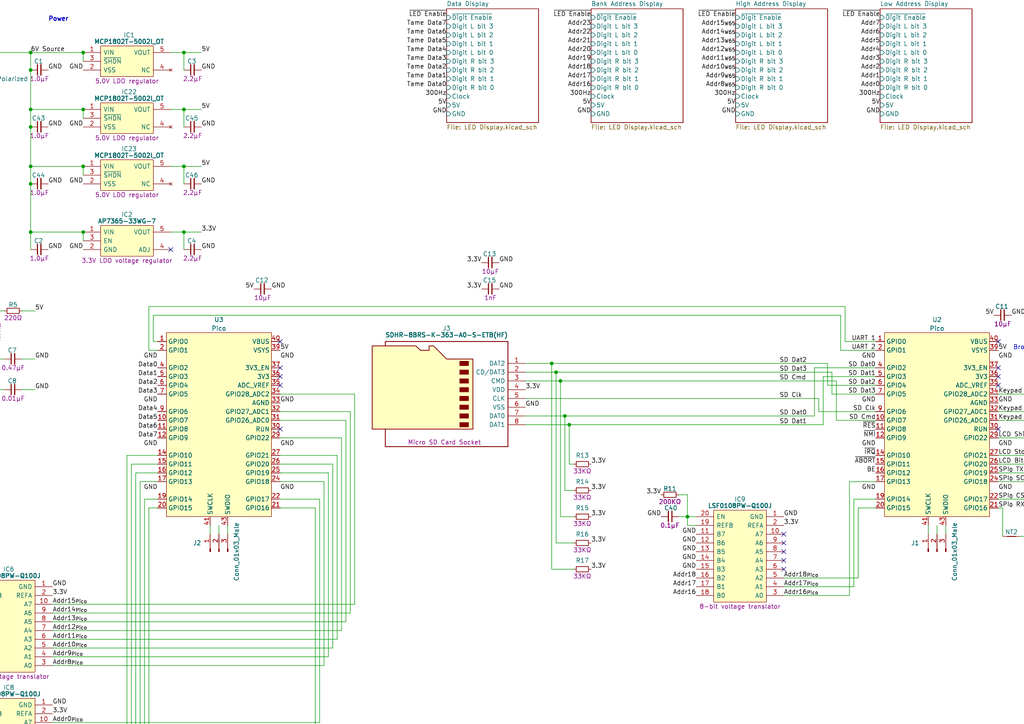
<source format=kicad_sch>
(kicad_sch (version 20231120) (generator "eeschema") (generator_version "8.0")
  (paper "A4")
  (lib_symbols
    (symbol "Alliance:AS7C34096A-8TIN" (pin_names (offset 0.762))
      (property "Reference" "IC" (at 19.05 5.08 0))
      (property "Value" "AS7C34096A-8TIN" (at 19.05 3.175 0))
      (property "Description" "512K 8-bit SRAM" (at 19.685 -29.845 0))
      (symbol "AS7C34096A-8TIN_0_0"
        (pin no_connect line (at 39.37 -20.32 180) (length 5.08) hide (name "N.C.") (number "1"))
        (pin bidirectional line (at 26.67 -66.04 90) (length 5.08) (name "DQ1") (number "10"))
        (pin passive line (at 39.37 0 180) (length 5.08) (name "3V") (number "11"))
        (pin passive line (at 0 -55.88 0) (length 5.08) hide (name "GND") (number "12"))
        (pin bidirectional line (at 24.13 -66.04 90) (length 5.08) (name "DQ2") (number "13"))
        (pin bidirectional line (at 21.59 -66.04 90) (length 5.08) (name "DQ3") (number "14"))
        (pin input line (at 0 -2.54 0) (length 5.08) (name "~{WE}") (number "15"))
        (pin input line (at 0 -7.62 0) (length 5.08) (name "A18") (number "16"))
        (pin input line (at 0 -10.16 0) (length 5.08) (name "A17") (number "17"))
        (pin input line (at 0 -12.7 0) (length 5.08) (name "A16") (number "18"))
        (pin input line (at 0 -15.24 0) (length 5.08) (name "A15") (number "19"))
        (pin no_connect line (at 39.37 -22.86 180) (length 5.08) hide (name "N.C.") (number "2"))
        (pin input line (at 0 -17.78 0) (length 5.08) (name "A14") (number "20"))
        (pin no_connect line (at 39.37 -25.4 180) (length 5.08) hide (name "N.C.") (number "21"))
        (pin no_connect line (at 39.37 -27.94 180) (length 5.08) hide (name "N.C.") (number "22"))
        (pin no_connect line (at 39.37 -30.48 180) (length 5.08) hide (name "N.C.") (number "23"))
        (pin no_connect line (at 39.37 -33.02 180) (length 5.08) hide (name "N.C.") (number "24"))
        (pin no_connect line (at 39.37 -35.56 180) (length 5.08) hide (name "N.C.") (number "25"))
        (pin input line (at 0 -20.32 0) (length 5.08) (name "A13") (number "26"))
        (pin input line (at 0 -22.86 0) (length 5.08) (name "A12") (number "27"))
        (pin input line (at 0 -25.4 0) (length 5.08) (name "A11") (number "28"))
        (pin input line (at 0 -27.94 0) (length 5.08) (name "A10") (number "29"))
        (pin input line (at 0 -43.18 0) (length 5.08) (name "A4") (number "3"))
        (pin input line (at 0 -30.48 0) (length 5.08) (name "A9") (number "30"))
        (pin bidirectional line (at 19.05 -66.04 90) (length 5.08) (name "DQ4") (number "31"))
        (pin bidirectional line (at 16.51 -66.04 90) (length 5.08) (name "DQ5") (number "32"))
        (pin passive line (at 39.37 -2.54 180) (length 5.08) (name "3V") (number "33"))
        (pin passive line (at 0 -58.42 0) (length 5.08) hide (name "GND") (number "34"))
        (pin bidirectional line (at 13.97 -66.04 90) (length 5.08) (name "DQ6") (number "35"))
        (pin bidirectional line (at 11.43 -66.04 90) (length 5.08) (name "DQ7") (number "36"))
        (pin input line (at 0 0 0) (length 5.08) (name "~{OE}") (number "37"))
        (pin input line (at 0 -33.02 0) (length 5.08) (name "A8") (number "38"))
        (pin input line (at 0 -35.56 0) (length 5.08) (name "A7") (number "39"))
        (pin input line (at 0 -45.72 0) (length 5.08) (name "A3") (number "4"))
        (pin input line (at 0 -38.1 0) (length 5.08) (name "A6") (number "40"))
        (pin input line (at 0 -40.64 0) (length 5.08) (name "A5") (number "41"))
        (pin no_connect line (at 39.37 -38.1 180) (length 5.08) hide (name "N.C.") (number "42"))
        (pin no_connect line (at 39.37 -40.64 180) (length 5.08) hide (name "N.C.") (number "43"))
        (pin no_connect line (at 39.37 -43.18 180) (length 5.08) hide (name "N.C.") (number "44"))
        (pin input line (at 0 -48.26 0) (length 5.08) (name "A2") (number "5"))
        (pin input line (at 0 -50.8 0) (length 5.08) (name "A1") (number "6"))
        (pin input line (at 0 -53.34 0) (length 5.08) (name "A0") (number "7"))
        (pin input line (at 0 -5.08 0) (length 5.08) (name "~{CE}") (number "8"))
        (pin bidirectional line (at 29.21 -66.04 90) (length 5.08) (name "DQ0") (number "9"))
      )
    )
    (symbol "Analog_Devices:LTC6903CMS8#PBF" (pin_names (offset 0.762))
      (property "Reference" "IC" (at 13.97 5.08 0))
      (property "Value" "LTC6903CMS8#PBF" (at 13.97 3.175 0))
      (property "Description" "SPI clock 1KHz - 68MHz" (at 13.97 -10.795 0))
      (symbol "LTC6903CMS8#PBF_0_0"
        (pin passive line (at 0 -7.62 0) (length 5.08) (name "GND") (number "1"))
        (pin passive line (at 0 0 0) (length 5.08) (name "SDI") (number "2"))
        (pin passive line (at 0 -2.54 0) (length 5.08) (name "SCK") (number "3"))
        (pin passive line (at 0 -5.08 0) (length 5.08) (name "~{SEN}") (number "4"))
        (pin passive line (at 27.94 -7.62 180) (length 5.08) (name "~{CLK}") (number "5"))
        (pin passive line (at 27.94 -5.08 180) (length 5.08) (name "CLK") (number "6"))
        (pin passive line (at 27.94 -2.54 180) (length 5.08) (name "OE") (number "7"))
        (pin passive line (at 27.94 0 180) (length 5.08) (name "V+") (number "8"))
      )
    )
    (symbol "Apem:NDS-01V" (pin_names (offset 0.762))
      (property "Reference" "S" (at 12.7 5.08 0))
      (property "Value" "NDS-01V" (at 12.7 3.175 0))
      (property "Description" "1-switch DIP" (at 12.7 -3.175 0))
      (symbol "NDS-01V_0_0"
        (pin passive line (at 0 0 0) (length 5.08) (name "COM") (number "1"))
        (pin passive line (at 25.4 0 180) (length 5.08) (name "NO") (number "2"))
      )
    )
    (symbol "Bourns:3306K-1-103" (pin_names (offset 0.762))
      (property "Reference" "VR" (at 12.7 5.08 0))
      (property "Value" "3306K-1-103" (at 12.7 3.175 0))
      (property "Description" "10KΩ trimmer resistor" (at 12.7 -5.715 0))
      (symbol "3306K-1-103_0_0"
        (pin passive line (at 0 0 0) (length 5.08) (name "GND") (number "1"))
        (pin passive line (at 25.4 -1.27 180) (length 5.08) (name "VOUT") (number "2"))
        (pin passive line (at 0 -2.54 0) (length 5.08) (name "VIN") (number "3"))
      )
    )
    (symbol "Bourns:4816P-1-470LF" (pin_names (offset 0.762))
      (property "Reference" "RN" (at 11.43 6.35 0))
      (property "Value" "4816P-1-470LF" (at 11.43 3.81 0))
      (property "Description" "47Ω 8-array resistor" (at 11.43 -21.59 0))
      (symbol "4816P-1-470LF_0_0"
        (pin passive line (at 0 0 0) (length 5.08) (name "1") (number "1"))
        (pin passive line (at 22.86 -15.24 180) (length 5.08) (name "10") (number "10"))
        (pin passive line (at 22.86 -12.7 180) (length 5.08) (name "11") (number "11"))
        (pin passive line (at 22.86 -10.16 180) (length 5.08) (name "12") (number "12"))
        (pin passive line (at 22.86 -7.62 180) (length 5.08) (name "13") (number "13"))
        (pin passive line (at 22.86 -5.08 180) (length 5.08) (name "14") (number "14"))
        (pin passive line (at 22.86 -2.54 180) (length 5.08) (name "15") (number "15"))
        (pin passive line (at 22.86 0 180) (length 5.08) (name "16") (number "16"))
        (pin passive line (at 0 -2.54 0) (length 5.08) (name "2") (number "2"))
        (pin passive line (at 0 -5.08 0) (length 5.08) (name "3") (number "3"))
        (pin passive line (at 0 -7.62 0) (length 5.08) (name "4") (number "4"))
        (pin passive line (at 0 -10.16 0) (length 5.08) (name "5") (number "5"))
        (pin passive line (at 0 -12.7 0) (length 5.08) (name "6") (number "6"))
        (pin passive line (at 0 -15.24 0) (length 5.08) (name "7") (number "7"))
        (pin passive line (at 0 -17.78 0) (length 5.08) (name "8") (number "8"))
        (pin passive line (at 22.86 -17.78 180) (length 5.08) (name "9") (number "9"))
      )
    )
    (symbol "Bourns:CAY16-470J4LF" (pin_names (offset 0.762))
      (property "Reference" "RN" (at 10.16 5.08 0))
      (property "Value" "CAY16-470J4LF" (at 10.16 3.175 0))
      (property "Description" "47Ω 4-array resistor" (at 10.16 -10.795 0))
      (symbol "CAY16-470J4LF_0_0"
        (pin passive line (at 0 0 0) (length 5.08) (name "R1") (number "1"))
        (pin passive line (at 0 -2.54 0) (length 5.08) (name "R2") (number "2"))
        (pin passive line (at 0 -5.08 0) (length 5.08) (name "R3") (number "3"))
        (pin passive line (at 0 -7.62 0) (length 5.08) (name "R4") (number "4"))
        (pin passive line (at 20.32 -7.62 180) (length 5.08) (name "R4") (number "5"))
        (pin passive line (at 20.32 -5.08 180) (length 5.08) (name "R3") (number "6"))
        (pin passive line (at 20.32 -2.54 180) (length 5.08) (name "R2") (number "7"))
        (pin passive line (at 20.32 0 180) (length 5.08) (name "R1") (number "8"))
      )
    )
    (symbol "Bourns:CAY16-681J4LF" (pin_names (offset 0.762))
      (property "Reference" "RN" (at 10.16 5.08 0))
      (property "Value" "CAY16-681J4LF" (at 10.16 3.175 0))
      (property "Description" "680Ω 4-array resistor" (at 10.16 -10.795 0))
      (symbol "CAY16-681J4LF_0_0"
        (pin passive line (at 0 0 0) (length 5.08) (name "R1") (number "1"))
        (pin passive line (at 0 -2.54 0) (length 5.08) (name "R2") (number "2"))
        (pin passive line (at 0 -5.08 0) (length 5.08) (name "R3") (number "3"))
        (pin passive line (at 0 -7.62 0) (length 5.08) (name "R4") (number "4"))
        (pin passive line (at 20.32 -7.62 180) (length 5.08) (name "R4") (number "5"))
        (pin passive line (at 20.32 -5.08 180) (length 5.08) (name "R3") (number "6"))
        (pin passive line (at 20.32 -2.54 180) (length 5.08) (name "R2") (number "7"))
        (pin passive line (at 20.32 0 180) (length 5.08) (name "R1") (number "8"))
      )
    )
    (symbol "Connector:Conn_01x02_Male" (pin_names (offset 1.016) hide)
      (property "Reference" "J" (at 0 2.54 0))
      (property "Value" "Conn_01x02_Male" (at 0 -5.08 0))
      (symbol "Conn_01x02_Male_1_1"
        (pin passive line (at 5.08 0 180) (length 3.81) (name "Pin_1") (number "1"))
        (pin passive line (at 5.08 -2.54 180) (length 3.81) (name "Pin_2") (number "2"))
      )
    )
    (symbol "Connector:Conn_01x03_Male" (pin_names (offset 1.016) hide)
      (property "Reference" "J" (at 0 5.08 0))
      (property "Value" "Conn_01x03_Male" (at 0 -5.08 0))
      (symbol "Conn_01x03_Male_1_1"
        (pin passive line (at 5.08 2.54 180) (length 3.81) (name "Pin_1") (number "1"))
        (pin passive line (at 5.08 0 180) (length 3.81) (name "Pin_2") (number "2"))
        (pin passive line (at 5.08 -2.54 180) (length 3.81) (name "Pin_3") (number "3"))
      )
    )
    (symbol "Connector:Conn_01x08_Male" (pin_names (offset 1.016) hide)
      (property "Reference" "J" (at 0 10.16 0))
      (property "Value" "Conn_01x08_Male" (at 0 -12.7 0))
      (symbol "Conn_01x08_Male_1_1"
        (pin passive line (at 5.08 7.62 180) (length 3.81) (name "Pin_1") (number "1"))
        (pin passive line (at 5.08 5.08 180) (length 3.81) (name "Pin_2") (number "2"))
        (pin passive line (at 5.08 2.54 180) (length 3.81) (name "Pin_3") (number "3"))
        (pin passive line (at 5.08 0 180) (length 3.81) (name "Pin_4") (number "4"))
        (pin passive line (at 5.08 -2.54 180) (length 3.81) (name "Pin_5") (number "5"))
        (pin passive line (at 5.08 -5.08 180) (length 3.81) (name "Pin_6") (number "6"))
        (pin passive line (at 5.08 -7.62 180) (length 3.81) (name "Pin_7") (number "7"))
        (pin passive line (at 5.08 -10.16 180) (length 3.81) (name "Pin_8") (number "8"))
      )
    )
    (symbol "Connector:Conn_01x14_Male" (pin_names (offset 1.016) hide)
      (property "Reference" "J" (at 0 17.78 0))
      (property "Value" "Conn_01x14_Male" (at 0 -20.32 0))
      (symbol "Conn_01x14_Male_1_1"
        (pin passive line (at 5.08 15.24 180) (length 3.81) (name "Pin_1") (number "1"))
        (pin passive line (at 5.08 -7.62 180) (length 3.81) (name "Pin_10") (number "10"))
        (pin passive line (at 5.08 -10.16 180) (length 3.81) (name "Pin_11") (number "11"))
        (pin passive line (at 5.08 -12.7 180) (length 3.81) (name "Pin_12") (number "12"))
        (pin passive line (at 5.08 -15.24 180) (length 3.81) (name "Pin_13") (number "13"))
        (pin passive line (at 5.08 -17.78 180) (length 3.81) (name "Pin_14") (number "14"))
        (pin passive line (at 5.08 12.7 180) (length 3.81) (name "Pin_2") (number "2"))
        (pin passive line (at 5.08 10.16 180) (length 3.81) (name "Pin_3") (number "3"))
        (pin passive line (at 5.08 7.62 180) (length 3.81) (name "Pin_4") (number "4"))
        (pin passive line (at 5.08 5.08 180) (length 3.81) (name "Pin_5") (number "5"))
        (pin passive line (at 5.08 2.54 180) (length 3.81) (name "Pin_6") (number "6"))
        (pin passive line (at 5.08 0 180) (length 3.81) (name "Pin_7") (number "7"))
        (pin passive line (at 5.08 -2.54 180) (length 3.81) (name "Pin_8") (number "8"))
        (pin passive line (at 5.08 -5.08 180) (length 3.81) (name "Pin_9") (number "9"))
      )
    )
    (symbol "Device:C_Polarized" (pin_numbers hide) (pin_names (offset 0.254))
      (property "Reference" "C" (at 0.635 2.54 0))
      (property "Value" "C_Polarized" (at 0.635 -2.54 0))
      (symbol "C_Polarized_1_1"
        (pin passive line (at 0 3.81 270) (length 2.794) (name "~") (number "1"))
        (pin passive line (at 0 -3.81 90) (length 2.794) (name "~") (number "2"))
      )
    )
    (symbol "Device:LED_Small_Filled" (pin_numbers hide) (pin_names (offset 0.254) hide)
      (property "Reference" "D" (at -1.27 3.175 0))
      (property "Value" "LED_Small_Filled" (at -4.445 -2.54 0))
      (symbol "LED_Small_Filled_1_1"
        (pin passive line (at -2.54 0 0) (length 1.778) (name "K") (number "1"))
        (pin passive line (at 2.54 0 180) (length 1.778) (name "A") (number "2"))
      )
    )
    (symbol "Diodes_Inc:74HCT595S16" (pin_names (offset 0.762))
      (property "Reference" "IC" (at 12.065 5.08 0))
      (property "Value" "74HCT595S16" (at 12.7 3.175 0))
      (property "Description" "8-bit serial-in shift register" (at 12.7 -25.4 0))
      (symbol "74HCT595S16_0_0"
        (pin output line (at 25.4 -17.78 180) (length 5.08) (name "Q1") (number "1"))
        (pin input inverted (at 0 -2.54 0) (length 5.08) (name "~{MR}") (number "10"))
        (pin input clock (at 0 -7.62 0) (length 5.08) (name "SHCP") (number "11"))
        (pin input clock (at 0 -10.16 0) (length 5.08) (name "STCP") (number "12"))
        (pin input inverted (at 0 0 0) (length 5.08) (name "~{OE}") (number "13"))
        (pin input line (at 0 -5.08 0) (length 5.08) (name "DS") (number "14"))
        (pin output line (at 25.4 -20.32 180) (length 5.08) (name "Q0") (number "15"))
        (pin passive line (at 25.4 0 180) (length 5.08) hide (name "VCC") (number "16"))
        (pin output line (at 25.4 -15.24 180) (length 5.08) (name "Q2") (number "2"))
        (pin output line (at 25.4 -12.7 180) (length 5.08) (name "Q3") (number "3"))
        (pin output line (at 25.4 -10.16 180) (length 5.08) (name "Q4") (number "4"))
        (pin output line (at 25.4 -7.62 180) (length 5.08) (name "Q5") (number "5"))
        (pin output line (at 25.4 -5.08 180) (length 5.08) (name "Q6") (number "6"))
        (pin output line (at 25.4 -2.54 180) (length 5.08) (name "Q7") (number "7"))
        (pin passive line (at 0 -22.86 0) (length 5.08) hide (name "GND") (number "8"))
        (pin output line (at 25.4 -22.86 180) (length 5.08) (name "Q7S") (number "9"))
      )
    )
    (symbol "Diodes_Inc:AP7365-33WG-7" (pin_names (offset 0.762))
      (property "Reference" "IC" (at 12.7 5.08 0))
      (property "Value" "AP7365-33WG-7" (at 12.7 3.175 0))
      (property "Description" "3.3V LDO voltage regulator" (at 12.7 -8.255 0))
      (symbol "AP7365-33WG-7_0_0"
        (pin power_in line (at 0 0 0) (length 5.08) (name "VIN") (number "1"))
        (pin power_in line (at 0 -5.08 0) (length 5.08) (name "GND") (number "2"))
        (pin input line (at 0 -2.54 0) (length 5.08) (name "EN") (number "3"))
        (pin passive line (at 25.4 -5.08 180) (length 5.08) (name "ADJ") (number "4"))
        (pin power_out line (at 25.4 0 180) (length 5.08) (name "VOUT") (number "5"))
      )
    )
    (symbol "HCP65:C_0805" (pin_numbers hide) (pin_names (offset 0.254) hide)
      (property "Reference" "C" (at 2.286 2.54 0))
      (property "Description" "?μF" (at 2.54 -2.54 0))
      (symbol "C_0805_1_1"
        (pin passive line (at 0 0 0) (length 2.032) (name "~") (number "1"))
        (pin passive line (at 5.08 0 180) (length 2.032) (name "~") (number "2"))
      )
    )
    (symbol "HCP65:NetTie" (pin_numbers hide) (pin_names hide)
      (property "Reference" "NT" (at 2.54 1.27 0))
      (symbol "NetTie_1_1"
        (pin passive line (at 0 0 0) (length 2.54) (name "1") (number "1"))
        (pin passive line (at 5.08 0 180) (length 2.54) (name "2") (number "2"))
      )
    )
    (symbol "HCP65:R_0805" (pin_numbers hide) (pin_names hide)
      (property "Reference" "R" (at 2.54 1.778 0))
      (property "Description" "?Ω" (at 2.54 -2.032 0))
      (symbol "R_0805_1_1"
        (pin passive line (at 0 0 0) (length 0.72) (name "~") (number "1"))
        (pin passive line (at 5.08 0 180) (length 0.72) (name "~") (number "2"))
      )
    )
    (symbol "JST:SDHR-8BRS-K-363-A0-S-ETB(HF)" (pin_names (offset 0.762))
      (property "Reference" "J" (at 22.86 10.16 0))
      (property "Value" "SDHR-8BRS-K-363-A0-S-ETB(HF)" (at 22.86 8.255 0))
      (property "Description" "Micro SD Card Socket" (at 23.495 -22.86 0))
      (symbol "SDHR-8BRS-K-363-A0-S-ETB(HF)_0_0"
        (pin bidirectional line (at 0 0 0) (length 5.08) (name "DAT2") (number "1"))
        (pin no_connect line (at 0 2.54 0) (length 5.08) hide (name "N.C.") (number "10"))
        (pin no_connect line (at 45.72 3.81 180) (length 5.08) hide (name "N.C.") (number "11"))
        (pin no_connect line (at 45.72 1.27 180) (length 5.08) hide (name "N.C.") (number "12"))
        (pin no_connect line (at 45.72 -1.27 180) (length 5.08) hide (name "N.C.") (number "13"))
        (pin no_connect line (at 45.72 -3.81 180) (length 5.08) hide (name "N.C.") (number "14"))
        (pin no_connect line (at 45.72 -6.35 180) (length 5.08) hide (name "N.C.") (number "15"))
        (pin no_connect line (at 45.72 -8.89 180) (length 5.08) hide (name "N.C.") (number "16"))
        (pin no_connect line (at 45.72 -11.43 180) (length 5.08) hide (name "N.C.") (number "17"))
        (pin no_connect line (at 45.72 -13.97 180) (length 5.08) hide (name "N.C.") (number "18"))
        (pin no_connect line (at 45.72 -16.51 180) (length 5.08) hide (name "N.C.") (number "19"))
        (pin bidirectional line (at 0 -2.54 0) (length 5.08) (name "CD/DAT3") (number "2"))
        (pin no_connect line (at 45.72 -19.05 180) (length 5.08) hide (name "N.C.") (number "20"))
        (pin no_connect line (at 45.72 -21.59 180) (length 5.08) hide (name "N.C.") (number "21"))
        (pin input line (at 0 -5.08 0) (length 5.08) (name "CMD") (number "3"))
        (pin passive line (at 0 -7.62 0) (length 5.08) (name "VDD") (number "4"))
        (pin input line (at 0 -10.16 0) (length 5.08) (name "CLK") (number "5"))
        (pin passive line (at 0 -12.7 0) (length 5.08) (name "VSS") (number "6"))
        (pin bidirectional line (at 0 -15.24 0) (length 5.08) (name "DAT0") (number "7"))
        (pin bidirectional line (at 0 -17.78 0) (length 5.08) (name "DAT1") (number "8"))
        (pin no_connect line (at 0 -20.32 0) (length 5.08) hide (name "N.C.") (number "9"))
      )
    )
    (symbol "Microchip:MCP1802T-5002I_OT" (pin_names (offset 0.762))
      (property "Reference" "IC" (at 13.335 5.08 0))
      (property "Value" "MCP1802T-5002I_OT" (at 13.335 3.175 0))
      (property "Description" "5.0V LDO regulator" (at 12.7 -8.255 0))
      (symbol "MCP1802T-5002I_OT_0_0"
        (pin power_in line (at 0 0 0) (length 5.08) (name "VIN") (number "1"))
        (pin passive line (at 0 -5.08 0) (length 5.08) (name "VSS") (number "2"))
        (pin passive line (at 0 -2.54 0) (length 5.08) (name "~{SHDN}") (number "3"))
        (pin no_connect line (at 25.4 -5.08 180) (length 5.08) (name "NC") (number "4"))
        (pin power_out line (at 25.4 0 180) (length 5.08) (name "VOUT") (number "5"))
      )
    )
    (symbol "NMTC:NMTC-S16205DRGHS-07" (pin_names (offset 0.762))
      (property "Reference" "DS" (at 35.56 -21.59 0))
      (property "Value" "NMTC-S16205DRGHS-07" (at 35.56 -24.13 0))
      (symbol "NMTC-S16205DRGHS-07_0_0"
        (pin passive line (at -3.81 -54.61 90) (length 5.08) (name "GND") (number "1"))
        (pin bidirectional line (at 19.05 -54.61 90) (length 5.08) (name "DB3") (number "10"))
        (pin bidirectional line (at 21.59 -54.61 90) (length 5.08) (name "DB4") (number "11"))
        (pin bidirectional line (at 24.13 -54.61 90) (length 5.08) (name "DB5") (number "12"))
        (pin bidirectional line (at 26.67 -54.61 90) (length 5.08) (name "DB6") (number "13"))
        (pin bidirectional line (at 29.21 -54.61 90) (length 5.08) (name "DB7") (number "14"))
        (pin passive line (at 31.75 -54.61 90) (length 5.08) (name "LEDA") (number "15"))
        (pin passive line (at 34.29 -54.61 90) (length 5.08) (name "LEDK") (number "16"))
        (pin passive line (at -3.81 -21.59 270) (length 5.08) (name "GND") (number "17"))
        (pin passive line (at -1.27 -21.59 270) (length 5.08) (name "5V") (number "18"))
        (pin passive line (at 1.27 -21.59 270) (length 5.08) (name "V_{O}") (number "19"))
        (pin passive line (at -1.27 -54.61 90) (length 5.08) (name "5V") (number "2"))
        (pin input line (at 3.81 -21.59 270) (length 5.08) (name "RS") (number "20"))
        (pin input line (at 6.35 -21.59 270) (length 5.08) (name "R/~{W}") (number "21"))
        (pin input line (at 8.89 -21.59 270) (length 5.08) (name "E") (number "22"))
        (pin bidirectional line (at 11.43 -21.59 270) (length 5.08) (name "DB0") (number "23"))
        (pin bidirectional line (at 13.97 -21.59 270) (length 5.08) (name "DB1") (number "24"))
        (pin bidirectional line (at 16.51 -21.59 270) (length 5.08) (name "DB2") (number "25"))
        (pin bidirectional line (at 19.05 -21.59 270) (length 5.08) (name "DB3") (number "26"))
        (pin bidirectional line (at 21.59 -21.59 270) (length 5.08) (name "DB4") (number "27"))
        (pin bidirectional line (at 24.13 -21.59 270) (length 5.08) (name "DB5") (number "28"))
        (pin bidirectional line (at 26.67 -21.59 270) (length 5.08) (name "DB6") (number "29"))
        (pin passive line (at 1.27 -54.61 90) (length 5.08) (name "V_{O}") (number "3"))
        (pin bidirectional line (at 29.21 -21.59 270) (length 5.08) (name "DB7") (number "30"))
        (pin passive line (at 31.75 -21.59 270) (length 5.08) (name "LEDA") (number "31"))
        (pin passive line (at 34.29 -21.59 270) (length 5.08) (name "LEDK") (number "32"))
        (pin input line (at 3.81 -54.61 90) (length 5.08) (name "RS") (number "4"))
        (pin input line (at 6.35 -54.61 90) (length 5.08) (name "R/~{W}") (number "5"))
        (pin input line (at 8.89 -54.61 90) (length 5.08) (name "E") (number "6"))
        (pin bidirectional line (at 11.43 -54.61 90) (length 5.08) (name "DB0") (number "7"))
        (pin bidirectional line (at 13.97 -54.61 90) (length 5.08) (name "DB1") (number "8"))
        (pin bidirectional line (at 16.51 -54.61 90) (length 5.08) (name "DB2") (number "9"))
        (pin passive line (at 45.72 -41.91 180) (length 5.08) (name "A1") (number "A1"))
        (pin passive line (at 45.72 -39.37 180) (length 5.08) (name "A2") (number "A2"))
        (pin passive line (at 45.72 -36.83 180) (length 5.08) (name "K1") (number "K1"))
        (pin passive line (at 45.72 -34.29 180) (length 5.08) (name "K2") (number "K2"))
        (pin no_connect line (at 45.72 -29.21 180) (length 5.08) hide (name "") (number "MH1"))
        (pin no_connect line (at 45.72 -31.75 180) (length 5.08) hide (name "") (number "MH2"))
        (pin no_connect line (at 45.72 -44.45 180) (length 5.08) hide (name "") (number "MH3"))
        (pin no_connect line (at 45.72 -46.99 180) (length 5.08) hide (name "") (number "MH4"))
      )
    )
    (symbol "Nexperia:74ALVC164245DGG,11" (pin_names (offset 0.762))
      (property "Reference" "IC" (at 12.7 5.08 0))
      (property "Value" "74ALVC164245DGG,11" (at 12.7 3.175 0))
      (property "Description" "16-bit translating transceiver" (at 12.7 -71.755 0))
      (symbol "74ALVC164245DGG,11_0_0"
        (pin input line (at 0 -8.89 0) (length 5.08) (name "1DIR") (number "1"))
        (pin passive line (at 0 -63.5 0) (length 5.08) (name "GND") (number "10"))
        (pin bidirectional line (at 0 -13.97 0) (length 5.08) (name "1B6") (number "11"))
        (pin bidirectional line (at 0 -11.43 0) (length 5.08) (name "1B7") (number "12"))
        (pin bidirectional line (at 0 -57.15 0) (length 5.08) (name "2B0") (number "13"))
        (pin bidirectional line (at 0 -54.61 0) (length 5.08) (name "2B1") (number "14"))
        (pin passive line (at 0 -66.04 0) (length 5.08) (name "GND") (number "15"))
        (pin bidirectional line (at 0 -52.07 0) (length 5.08) (name "2B2") (number "16"))
        (pin bidirectional line (at 0 -49.53 0) (length 5.08) (name "2B3") (number "17"))
        (pin passive line (at 0 -2.54 0) (length 5.08) (name "5V") (number "18"))
        (pin bidirectional line (at 0 -46.99 0) (length 5.08) (name "2B4") (number "19"))
        (pin bidirectional line (at 0 -29.21 0) (length 5.08) (name "1B0") (number "2"))
        (pin bidirectional line (at 0 -44.45 0) (length 5.08) (name "2B5") (number "20"))
        (pin passive line (at 0 -68.58 0) (length 5.08) (name "GND") (number "21"))
        (pin bidirectional line (at 0 -41.91 0) (length 5.08) (name "2B6") (number "22"))
        (pin bidirectional line (at 0 -39.37 0) (length 5.08) (name "2B7") (number "23"))
        (pin input line (at 0 -36.83 0) (length 5.08) (name "2DIR") (number "24"))
        (pin input line (at 0 -34.29 0) (length 5.08) (name "2~{OE}") (number "25"))
        (pin bidirectional line (at 25.4 -39.37 180) (length 5.08) (name "2A7") (number "26"))
        (pin bidirectional line (at 25.4 -41.91 180) (length 5.08) (name "2A6") (number "27"))
        (pin passive line (at 25.4 -60.96 180) (length 5.08) (name "GND") (number "28"))
        (pin bidirectional line (at 25.4 -44.45 180) (length 5.08) (name "2A5") (number "29"))
        (pin bidirectional line (at 0 -26.67 0) (length 5.08) (name "1B1") (number "3"))
        (pin bidirectional line (at 25.4 -46.99 180) (length 5.08) (name "2A4") (number "30"))
        (pin passive line (at 25.4 0 180) (length 5.08) (name "3V") (number "31"))
        (pin bidirectional line (at 25.4 -49.53 180) (length 5.08) (name "2A3") (number "32"))
        (pin bidirectional line (at 25.4 -52.07 180) (length 5.08) (name "2A2") (number "33"))
        (pin passive line (at 25.4 -63.5 180) (length 5.08) (name "GND") (number "34"))
        (pin bidirectional line (at 25.4 -54.61 180) (length 5.08) (name "2A1") (number "35"))
        (pin bidirectional line (at 25.4 -57.15 180) (length 5.08) (name "2A0") (number "36"))
        (pin bidirectional line (at 25.4 -11.43 180) (length 5.08) (name "1A7") (number "37"))
        (pin bidirectional line (at 25.4 -13.97 180) (length 5.08) (name "1A6") (number "38"))
        (pin passive line (at 25.4 -66.04 180) (length 5.08) (name "GND") (number "39"))
        (pin passive line (at 0 -60.96 0) (length 5.08) (name "GND") (number "4"))
        (pin bidirectional line (at 25.4 -16.51 180) (length 5.08) (name "1A5") (number "40"))
        (pin bidirectional line (at 25.4 -19.05 180) (length 5.08) (name "1A4") (number "41"))
        (pin passive line (at 25.4 -2.54 180) (length 5.08) (name "3V") (number "42"))
        (pin bidirectional line (at 25.4 -21.59 180) (length 5.08) (name "1A3") (number "43"))
        (pin bidirectional line (at 25.4 -24.13 180) (length 5.08) (name "1A2") (number "44"))
        (pin passive line (at 25.4 -68.58 180) (length 5.08) (name "GND") (number "45"))
        (pin bidirectional line (at 25.4 -26.67 180) (length 5.08) (name "1A1") (number "46"))
        (pin bidirectional line (at 25.4 -29.21 180) (length 5.08) (name "1A0") (number "47"))
        (pin input line (at 0 -6.35 0) (length 5.08) (name "1~{OE}") (number "48"))
        (pin bidirectional line (at 0 -24.13 0) (length 5.08) (name "1B2") (number "5"))
        (pin bidirectional line (at 0 -21.59 0) (length 5.08) (name "1B3") (number "6"))
        (pin passive line (at 0 0 0) (length 5.08) (name "5V") (number "7"))
        (pin bidirectional line (at 0 -19.05 0) (length 5.08) (name "1B4") (number "8"))
        (pin bidirectional line (at 0 -16.51 0) (length 5.08) (name "1B5") (number "9"))
      )
    )
    (symbol "Nexperia:74LVC04AD,118" (pin_names (offset 0.762))
      (property "Reference" "IC" (at 12.7 7.62 0))
      (property "Value" "74LVC04AD,118" (at 12.7 5.715 0))
      (property "Description" "inverter" (at 12.7 -18.415 0))
      (symbol "74LVC04AD,118_0_0"
        (pin input line (at 0 0 0) (length 5.08) (name "1A") (number "1"))
        (pin output inverted (at 25.4 -10.16 180) (length 5.08) (name "5Y") (number "10"))
        (pin input line (at 0 -10.16 0) (length 5.08) (name "5A") (number "11"))
        (pin output inverted (at 25.4 -12.7 180) (length 5.08) (name "6Y") (number "12"))
        (pin input line (at 0 -12.7 0) (length 5.08) (name "6A") (number "13"))
        (pin passive line (at 25.4 2.54 180) (length 5.08) hide (name "3V") (number "14"))
        (pin output inverted (at 25.4 0 180) (length 5.08) (name "1Y") (number "2"))
        (pin input line (at 0 -2.54 0) (length 5.08) (name "2A") (number "3"))
        (pin output inverted (at 25.4 -2.54 180) (length 5.08) (name "2Y") (number "4"))
        (pin input line (at 0 -5.08 0) (length 5.08) (name "3A") (number "5"))
        (pin output inverted (at 25.4 -5.08 180) (length 5.08) (name "3Y") (number "6"))
        (pin passive line (at 0 -15.24 0) (length 5.08) hide (name "GND") (number "7"))
        (pin output inverted (at 25.4 -7.62 180) (length 5.08) (name "4Y") (number "8"))
        (pin input line (at 0 -7.62 0) (length 5.08) (name "4A") (number "9"))
      )
    )
    (symbol "Nexperia:74LVC1G157GV,125" (pin_names (offset 0.762))
      (property "Reference" "IC" (at 12.065 5.08 0))
      (property "Value" "74LVC1G157GV,125" (at 12.7 3.175 0))
      (property "Description" "2-bit multiplexer" (at 12.7 -10.795 0))
      (symbol "74LVC1G157GV,125_0_0"
        (pin input line (at 0 -5.08 0) (length 5.08) (name "I1") (number "1"))
        (pin passive line (at 0 -7.62 0) (length 5.08) hide (name "GND") (number "2"))
        (pin input line (at 0 -2.54 0) (length 5.08) (name "I0") (number "3"))
        (pin output line (at 25.4 -3.81 180) (length 5.08) (name "Y") (number "4"))
        (pin passive line (at 25.4 0 180) (length 5.08) hide (name "VCC") (number "5"))
        (pin input line (at 0 0 0) (length 5.08) (name "S") (number "6"))
      )
    )
    (symbol "Nexperia:74LVC1G17GV,125" (pin_names (offset 0.762))
      (property "Reference" "IC" (at 12.065 7.62 0))
      (property "Value" "74LVC1G17GV,125" (at 12.7 5.715 0))
      (property "Description" "Schmitt buffer" (at 13.335 -5.715 0))
      (symbol "74LVC1G17GV,125_0_0"
        (pin no_connect line (at 0 2.54 0) (length 5.08) hide (name "n.c.") (number "1"))
        (pin input line (at 0 0 0) (length 5.08) (name "A") (number "2"))
        (pin passive line (at 0 -2.54 0) (length 5.08) hide (name "GND") (number "3"))
        (pin passive line (at 25.4 0 180) (length 5.08) (name "Y") (number "4"))
        (pin passive line (at 25.4 2.54 180) (length 5.08) hide (name "3V") (number "5"))
      )
    )
    (symbol "Nexperia:74LVC1G32GV,125" (pin_names (offset 0.762))
      (property "Reference" "IC" (at 12.7 6.35 0))
      (property "Value" "74LVC1G32GV,125" (at 12.7 4.445 0))
      (property "Description" "2-input OR gate" (at 12.7 -8.255 0))
      (symbol "74LVC1G32GV,125_0_0"
        (pin input line (at 0 0 0) (length 5.08) (name "B") (number "1"))
        (pin input line (at 0 -2.54 0) (length 5.08) (name "A") (number "2"))
        (pin passive line (at 0 -5.08 0) (length 5.08) hide (name "GND") (number "3"))
        (pin output line (at 25.4 -1.27 180) (length 5.08) (name "Y") (number "4"))
        (pin passive line (at 25.4 1.27 180) (length 5.08) hide (name "3V") (number "5"))
      )
    )
    (symbol "Nexperia:74LVC573AD,112" (pin_names (offset 0.762))
      (property "Reference" "IC" (at 12.7 5.08 0))
      (property "Value" "74LVC573AD,112" (at 12.7 3.175 0))
      (property "Description" "8-bit D-type latch" (at 12.7 -28.575 0))
      (symbol "74LVC573AD,112_0_0"
        (pin input inverted (at 0 0 0) (length 5.08) (name "~{OE}") (number "1"))
        (pin passive line (at 0 -25.4 0) (length 5.08) hide (name "GND") (number "10"))
        (pin input line (at 0 -2.54 0) (length 5.08) (name "LE") (number "11"))
        (pin output line (at 25.4 -5.08 180) (length 5.08) (name "Q7") (number "12"))
        (pin output line (at 25.4 -7.62 180) (length 5.08) (name "Q6") (number "13"))
        (pin output line (at 25.4 -10.16 180) (length 5.08) (name "Q5") (number "14"))
        (pin output line (at 25.4 -12.7 180) (length 5.08) (name "Q4") (number "15"))
        (pin output line (at 25.4 -15.24 180) (length 5.08) (name "Q3") (number "16"))
        (pin output line (at 25.4 -17.78 180) (length 5.08) (name "Q2") (number "17"))
        (pin output line (at 25.4 -20.32 180) (length 5.08) (name "Q1") (number "18"))
        (pin output line (at 25.4 -22.86 180) (length 5.08) (name "Q0") (number "19"))
        (pin input line (at 0 -22.86 0) (length 5.08) (name "D0") (number "2"))
        (pin passive line (at 25.4 0 180) (length 5.08) hide (name "3V") (number "20"))
        (pin input line (at 0 -20.32 0) (length 5.08) (name "D1") (number "3"))
        (pin input line (at 0 -17.78 0) (length 5.08) (name "D2") (number "4"))
        (pin input line (at 0 -15.24 0) (length 5.08) (name "D3") (number "5"))
        (pin input line (at 0 -12.7 0) (length 5.08) (name "D4") (number "6"))
        (pin input line (at 0 -10.16 0) (length 5.08) (name "D5") (number "7"))
        (pin input line (at 0 -7.62 0) (length 5.08) (name "D6") (number "8"))
        (pin input line (at 0 -5.08 0) (length 5.08) (name "D7") (number "9"))
      )
    )
    (symbol "Nexperia:LSF0108PW-Q100J" (pin_names (offset 0.762))
      (property "Reference" "IC" (at 12.7 5.08 0))
      (property "Value" "LSF0108PW-Q100J" (at 12.7 3.175 0))
      (property "Description" "8-bit voltage translator" (at 12.7 -26.035 0))
      (symbol "LSF0108PW-Q100J_0_0"
        (pin passive line (at 0 0 0) (length 5.08) (name "GND") (number "1"))
        (pin passive line (at 0 -5.08 0) (length 5.08) (name "A7") (number "10"))
        (pin passive line (at 25.4 -5.08 180) (length 5.08) (name "B7") (number "11"))
        (pin passive line (at 25.4 -7.62 180) (length 5.08) (name "B6") (number "12"))
        (pin passive line (at 25.4 -10.16 180) (length 5.08) (name "B5") (number "13"))
        (pin passive line (at 25.4 -12.7 180) (length 5.08) (name "B4") (number "14"))
        (pin passive line (at 25.4 -15.24 180) (length 5.08) (name "B3") (number "15"))
        (pin passive line (at 25.4 -17.78 180) (length 5.08) (name "B2") (number "16"))
        (pin passive line (at 25.4 -20.32 180) (length 5.08) (name "B1") (number "17"))
        (pin passive line (at 25.4 -22.86 180) (length 5.08) (name "B0") (number "18"))
        (pin passive line (at 25.4 -2.54 180) (length 5.08) (name "REFB") (number "19"))
        (pin passive line (at 0 -2.54 0) (length 5.08) (name "REFA") (number "2"))
        (pin passive line (at 25.4 0 180) (length 5.08) (name "EN") (number "20"))
        (pin passive line (at 0 -22.86 0) (length 5.08) (name "A0") (number "3"))
        (pin passive line (at 0 -20.32 0) (length 5.08) (name "A1") (number "4"))
        (pin passive line (at 0 -17.78 0) (length 5.08) (name "A2") (number "5"))
        (pin passive line (at 0 -15.24 0) (length 5.08) (name "A3") (number "6"))
        (pin passive line (at 0 -12.7 0) (length 5.08) (name "A4") (number "7"))
        (pin passive line (at 0 -10.16 0) (length 5.08) (name "A5") (number "8"))
        (pin passive line (at 0 -7.62 0) (length 5.08) (name "A6") (number "9"))
      )
    )
    (symbol "ON_Semiconductor:74VHCT14AM" (pin_names (offset 0.762))
      (property "Reference" "IC" (at 12.7 7.62 0))
      (property "Value" "74VHCT14AM" (at 12.7 5.715 0))
      (property "Description" "inverter" (at 13.335 -18.415 0))
      (symbol "74VHCT14AM_0_0"
        (pin input line (at 0 0 0) (length 5.08) (name "1A") (number "1"))
        (pin output inverted (at 25.4 -10.16 180) (length 5.08) (name "5Y") (number "10"))
        (pin input line (at 0 -10.16 0) (length 5.08) (name "5A") (number "11"))
        (pin output inverted (at 25.4 -12.7 180) (length 5.08) (name "6Y") (number "12"))
        (pin input line (at 0 -12.7 0) (length 5.08) (name "6A") (number "13"))
        (pin passive line (at 25.4 2.54 180) (length 5.08) hide (name "5V") (number "14"))
        (pin output inverted (at 25.4 0 180) (length 5.08) (name "1Y") (number "2"))
        (pin input line (at 0 -2.54 0) (length 5.08) (name "2A") (number "3"))
        (pin output inverted (at 25.4 -2.54 180) (length 5.08) (name "2Y") (number "4"))
        (pin input line (at 0 -5.08 0) (length 5.08) (name "3A") (number "5"))
        (pin output inverted (at 25.4 -5.08 180) (length 5.08) (name "3Y") (number "6"))
        (pin passive line (at 0 -15.24 0) (length 5.08) hide (name "GND") (number "7"))
        (pin output inverted (at 25.4 -7.62 180) (length 5.08) (name "4Y") (number "8"))
        (pin input line (at 0 -7.62 0) (length 5.08) (name "4A") (number "9"))
      )
    )
    (symbol "Pico_1"
      (property "Reference" "U" (at 0 29.845 0))
      (property "Value" "Pico_1" (at 0 27.94 0))
      (symbol "Pico_1_1_1"
        (pin bidirectional line (at -17.78 24.13 0) (length 2.54) (name "GPIO0") (number "1"))
        (pin bidirectional line (at -17.78 1.27 0) (length 2.54) (name "GPIO7") (number "10"))
        (pin bidirectional line (at -17.78 -1.27 0) (length 2.54) (name "GPIO8") (number "11"))
        (pin bidirectional line (at -17.78 -3.81 0) (length 2.54) (name "GPIO9") (number "12"))
        (pin passive line (at -17.78 -6.35 0) (length 2.54) hide (name "GND") (number "13"))
        (pin bidirectional line (at -17.78 -8.89 0) (length 2.54) (name "GPIO10") (number "14"))
        (pin bidirectional line (at -17.78 -11.43 0) (length 2.54) (name "GPIO11") (number "15"))
        (pin bidirectional line (at -17.78 -13.97 0) (length 2.54) (name "GPIO12") (number "16"))
        (pin bidirectional line (at -17.78 -16.51 0) (length 2.54) (name "GPIO13") (number "17"))
        (pin passive line (at -17.78 -19.05 0) (length 2.54) hide (name "GND") (number "18"))
        (pin bidirectional line (at -17.78 -21.59 0) (length 2.54) (name "GPIO14") (number "19"))
        (pin bidirectional line (at -17.78 21.59 0) (length 2.54) (name "GPIO1") (number "2"))
        (pin bidirectional line (at -17.78 -24.13 0) (length 2.54) (name "GPIO15") (number "20"))
        (pin bidirectional line (at 17.78 -24.13 180) (length 2.54) (name "GPIO16") (number "21"))
        (pin bidirectional line (at 17.78 -21.59 180) (length 2.54) (name "GPIO17") (number "22"))
        (pin passive line (at 17.78 -19.05 180) (length 2.54) hide (name "GND") (number "23"))
        (pin bidirectional line (at 17.78 -16.51 180) (length 2.54) (name "GPIO18") (number "24"))
        (pin bidirectional line (at 17.78 -13.97 180) (length 2.54) (name "GPIO19") (number "25"))
        (pin bidirectional line (at 17.78 -11.43 180) (length 2.54) (name "GPIO20") (number "26"))
        (pin bidirectional line (at 17.78 -8.89 180) (length 2.54) (name "GPIO21") (number "27"))
        (pin passive line (at 17.78 -6.35 180) (length 2.54) hide (name "GND") (number "28"))
        (pin bidirectional line (at 17.78 -3.81 180) (length 2.54) (name "GPIO22") (number "29"))
        (pin passive line (at -17.78 19.05 0) (length 2.54) hide (name "GND") (number "3"))
        (pin input line (at 17.78 -1.27 180) (length 2.54) (name "RUN") (number "30"))
        (pin bidirectional line (at 17.78 1.27 180) (length 2.54) (name "GPIO26_ADC0") (number "31"))
        (pin bidirectional line (at 17.78 3.81 180) (length 2.54) (name "GPIO27_ADC1") (number "32"))
        (pin passive line (at 17.78 6.35 180) (length 2.54) (name "AGND") (number "33"))
        (pin bidirectional line (at 17.78 8.89 180) (length 2.54) (name "GPIO28_ADC2") (number "34"))
        (pin passive line (at 17.78 11.43 180) (length 2.54) (name "ADC_VREF") (number "35"))
        (pin passive line (at 17.78 13.97 180) (length 2.54) (name "3V3") (number "36"))
        (pin input line (at 17.78 16.51 180) (length 2.54) (name "3V3_EN") (number "37"))
        (pin passive line (at 17.78 19.05 180) (length 2.54) hide (name "GND") (number "38"))
        (pin passive line (at 17.78 21.59 180) (length 2.54) (name "VSYS") (number "39"))
        (pin bidirectional line (at -17.78 16.51 0) (length 2.54) (name "GPIO2") (number "4"))
        (pin passive line (at 17.78 24.13 180) (length 2.54) (name "VBUS") (number "40"))
        (pin input line (at -2.54 -29.21 90) (length 2.54) (name "SWCLK") (number "41"))
        (pin passive line (at 0 -29.21 90) (length 2.54) hide (name "GND") (number "42"))
        (pin bidirectional line (at 2.54 -29.21 90) (length 2.54) (name "SWDIO") (number "43"))
        (pin bidirectional line (at -17.78 13.97 0) (length 2.54) (name "GPIO3") (number "5"))
        (pin bidirectional line (at -17.78 11.43 0) (length 2.54) (name "GPIO4") (number "6"))
        (pin bidirectional line (at -17.78 8.89 0) (length 2.54) (name "GPIO5") (number "7"))
        (pin passive line (at -17.78 6.35 0) (length 2.54) hide (name "GND") (number "8"))
        (pin bidirectional line (at -17.78 3.81 0) (length 2.54) (name "GPIO6") (number "9"))
      )
    )
    (symbol "RS_Components:448-376" (pin_names (offset 0.762))
      (property "Reference" "J" (at 11.43 6.35 0))
      (property "Value" "448-376" (at 11.43 3.81 0))
      (property "Description" "DC socket" (at 11.43 -6.35 0))
      (symbol "448-376_0_0"
        (pin passive line (at 0 -1.27 0) (length 5.08) (name "VCC") (number "A1"))
        (pin passive line (at 22.86 0 180) (length 5.08) (name "GND") (number "B1"))
        (pin passive line (at 22.86 -2.54 180) (length 5.08) (name "GND") (number "C1"))
      )
    )
    (symbol "RS_Components:491-087" (pin_names (offset 0.762))
      (property "Reference" "J" (at 7.62 8.255 0))
      (property "Value" "491-087" (at 7.62 6.35 0))
      (property "Description" "5 Pin Din Socket" (at 7.62 -9.144 0))
      (symbol "491-087_0_0"
        (pin no_connect line (at 0 -5.08 0) (length 7) hide (name "") (number "6"))
        (pin no_connect line (at 15.24 -5.08 180) (length 7) hide (name "") (number "7"))
      )
      (symbol "491-087_1_1"
        (pin passive line (at 15.24 0 180) (length 2.54) (name "") (number "1"))
        (pin passive line (at 7.62 -7.62 0) (length 0) (name "") (number "2"))
        (pin passive line (at 0 0 0) (length 2.54) (name "") (number "3"))
        (pin passive line (at 15.24 -2.54 180) (length 2.54) (name "~") (number "4"))
        (pin passive line (at 0 -2.54 0) (length 2.54) (name "") (number "5"))
      )
    )
    (symbol "Raspberry:Pico"
      (property "Reference" "U" (at 0 29.845 0))
      (property "Value" "Pico" (at 0 27.94 0))
      (symbol "Pico_1_1"
        (pin bidirectional line (at -17.78 24.13 0) (length 2.54) (name "GPIO0") (number "1"))
        (pin bidirectional line (at -17.78 1.27 0) (length 2.54) (name "GPIO7") (number "10"))
        (pin bidirectional line (at -17.78 -1.27 0) (length 2.54) (name "GPIO8") (number "11"))
        (pin bidirectional line (at -17.78 -3.81 0) (length 2.54) (name "GPIO9") (number "12"))
        (pin passive line (at -17.78 -6.35 0) (length 2.54) hide (name "GND") (number "13"))
        (pin bidirectional line (at -17.78 -8.89 0) (length 2.54) (name "GPIO10") (number "14"))
        (pin bidirectional line (at -17.78 -11.43 0) (length 2.54) (name "GPIO11") (number "15"))
        (pin bidirectional line (at -17.78 -13.97 0) (length 2.54) (name "GPIO12") (number "16"))
        (pin bidirectional line (at -17.78 -16.51 0) (length 2.54) (name "GPIO13") (number "17"))
        (pin passive line (at -17.78 -19.05 0) (length 2.54) hide (name "GND") (number "18"))
        (pin bidirectional line (at -17.78 -21.59 0) (length 2.54) (name "GPIO14") (number "19"))
        (pin bidirectional line (at -17.78 21.59 0) (length 2.54) (name "GPIO1") (number "2"))
        (pin bidirectional line (at -17.78 -24.13 0) (length 2.54) (name "GPIO15") (number "20"))
        (pin bidirectional line (at 17.78 -24.13 180) (length 2.54) (name "GPIO16") (number "21"))
        (pin bidirectional line (at 17.78 -21.59 180) (length 2.54) (name "GPIO17") (number "22"))
        (pin passive line (at 17.78 -19.05 180) (length 2.54) hide (name "GND") (number "23"))
        (pin bidirectional line (at 17.78 -16.51 180) (length 2.54) (name "GPIO18") (number "24"))
        (pin bidirectional line (at 17.78 -13.97 180) (length 2.54) (name "GPIO19") (number "25"))
        (pin bidirectional line (at 17.78 -11.43 180) (length 2.54) (name "GPIO20") (number "26"))
        (pin bidirectional line (at 17.78 -8.89 180) (length 2.54) (name "GPIO21") (number "27"))
        (pin passive line (at 17.78 -6.35 180) (length 2.54) hide (name "GND") (number "28"))
        (pin bidirectional line (at 17.78 -3.81 180) (length 2.54) (name "GPIO22") (number "29"))
        (pin passive line (at -17.78 19.05 0) (length 2.54) hide (name "GND") (number "3"))
        (pin input line (at 17.78 -1.27 180) (length 2.54) (name "RUN") (number "30"))
        (pin bidirectional line (at 17.78 1.27 180) (length 2.54) (name "GPIO26_ADC0") (number "31"))
        (pin bidirectional line (at 17.78 3.81 180) (length 2.54) (name "GPIO27_ADC1") (number "32"))
        (pin passive line (at 17.78 6.35 180) (length 2.54) (name "AGND") (number "33"))
        (pin bidirectional line (at 17.78 8.89 180) (length 2.54) (name "GPIO28_ADC2") (number "34"))
        (pin passive line (at 17.78 11.43 180) (length 2.54) (name "ADC_VREF") (number "35"))
        (pin passive line (at 17.78 13.97 180) (length 2.54) (name "3V3") (number "36"))
        (pin input line (at 17.78 16.51 180) (length 2.54) (name "3V3_EN") (number "37"))
        (pin passive line (at 17.78 19.05 180) (length 2.54) hide (name "GND") (number "38"))
        (pin passive line (at 17.78 21.59 180) (length 2.54) (name "VSYS") (number "39"))
        (pin bidirectional line (at -17.78 16.51 0) (length 2.54) (name "GPIO2") (number "4"))
        (pin passive line (at 17.78 24.13 180) (length 2.54) (name "VBUS") (number "40"))
        (pin input line (at -2.54 -29.21 90) (length 2.54) (name "SWCLK") (number "41"))
        (pin passive line (at 0 -29.21 90) (length 2.54) hide (name "GND") (number "42"))
        (pin bidirectional line (at 2.54 -29.21 90) (length 2.54) (name "SWDIO") (number "43"))
        (pin bidirectional line (at -17.78 13.97 0) (length 2.54) (name "GPIO3") (number "5"))
        (pin bidirectional line (at -17.78 11.43 0) (length 2.54) (name "GPIO4") (number "6"))
        (pin bidirectional line (at -17.78 8.89 0) (length 2.54) (name "GPIO5") (number "7"))
        (pin passive line (at -17.78 6.35 0) (length 2.54) hide (name "GND") (number "8"))
        (pin bidirectional line (at -17.78 3.81 0) (length 2.54) (name "GPIO6") (number "9"))
      )
    )
    (symbol "Regulator_Linear:L7806" (pin_names (offset 0.254))
      (property "Reference" "U" (at -3.81 3.175 0))
      (property "Value" "L7806" (at 0 3.175 0))
      (symbol "L7806_1_1"
        (pin power_in line (at -7.62 0 0) (length 2.54) (name "IN") (number "1"))
        (pin power_in line (at 0 -7.62 90) (length 2.54) (name "GND") (number "2"))
        (pin power_out line (at 7.62 0 180) (length 2.54) (name "OUT") (number "3"))
      )
    )
    (symbol "ST_Microelectronics:1N5819RL" (pin_names (offset 0.762))
      (property "Reference" "D" (at 7.62 6.35 0))
      (property "Value" "1N5819RL" (at 7.62 3.81 0))
      (property "Description" "40V Schottky diode" (at 7.62 -3.81 0))
      (symbol "1N5819RL_0_0"
        (pin passive line (at 0 0 0) (length 2.54) (name "~") (number "1"))
        (pin passive line (at 15.24 0 180) (length 2.54) (name "~") (number "2"))
      )
    )
    (symbol "Texas_Instruments:NE555DRG4" (pin_names (offset 0.762))
      (property "Reference" "IC" (at 15.24 6.35 0))
      (property "Value" "NE555DRG4" (at 15.24 3.81 0))
      (property "Description" "precision timer" (at 15.24 -11.43 0))
      (symbol "NE555DRG4_0_0"
        (pin passive line (at 0 0 0) (length 5.08) (name "GND") (number "1"))
        (pin passive line (at 0 -2.54 0) (length 5.08) (name "TRIG") (number "2"))
        (pin passive line (at 0 -5.08 0) (length 5.08) (name "OUT") (number "3"))
        (pin passive line (at 0 -7.62 0) (length 5.08) (name "RESET") (number "4"))
        (pin passive line (at 30.48 -7.62 180) (length 5.08) (name "CONT") (number "5"))
        (pin passive line (at 30.48 -5.08 180) (length 5.08) (name "THRES") (number "6"))
        (pin passive line (at 30.48 -2.54 180) (length 5.08) (name "DISCH") (number "7"))
        (pin passive line (at 30.48 0 180) (length 5.08) (name "VCC") (number "8"))
      )
    )
    (symbol "WDC:W65C816S6TQG-14" (pin_names (offset 0.762))
      (property "Reference" "IC" (at 20.32 5.08 0))
      (property "Value" "W65C816S6TQG-14" (at 20.32 3.175 0))
      (property "Description" "W65C816" (at 20.32 -30.48 0))
      (symbol "W65C816S6TQG-14_0_0"
        (pin passive line (at 0 -55.88 0) (length 5.08) hide (name "GND") (number "1"))
        (pin output line (at 40.64 -53.34 180) (length 5.08) (name "A0") (number "10"))
        (pin output line (at 40.64 -50.8 180) (length 5.08) (name "A1") (number "11"))
        (pin no_connect line (at 0 -53.34 0) (length 5.08) hide (name "NC") (number "12"))
        (pin output line (at 40.64 -48.26 180) (length 5.08) (name "A2") (number "13"))
        (pin output line (at 40.64 -45.72 180) (length 5.08) (name "A3") (number "14"))
        (pin output line (at 40.64 -43.18 180) (length 5.08) (name "A4") (number "15"))
        (pin output line (at 40.64 -40.64 180) (length 5.08) (name "A5") (number "16"))
        (pin output line (at 40.64 -38.1 180) (length 5.08) (name "A6") (number "17"))
        (pin output line (at 40.64 -35.56 180) (length 5.08) (name "A7") (number "18"))
        (pin output line (at 40.64 -33.02 180) (length 5.08) (name "A8") (number "19"))
        (pin output inverted (at 40.64 -12.7 180) (length 5.08) (name "~{VP}") (number "2"))
        (pin output line (at 40.64 -30.48 180) (length 5.08) (name "A9") (number "20"))
        (pin output line (at 40.64 -27.94 180) (length 5.08) (name "A10") (number "21"))
        (pin output line (at 40.64 -25.4 180) (length 5.08) (name "A11") (number "22"))
        (pin passive line (at 0 -58.42 0) (length 5.08) hide (name "GND") (number "23"))
        (pin passive line (at 0 -60.96 0) (length 5.08) hide (name "GND") (number "24"))
        (pin output line (at 40.64 -22.86 180) (length 5.08) (name "A12") (number "25"))
        (pin output line (at 40.64 -20.32 180) (length 5.08) (name "A13") (number "26"))
        (pin output line (at 40.64 -17.78 180) (length 5.08) (name "A14") (number "27"))
        (pin output line (at 40.64 -15.24 180) (length 5.08) (name "A15") (number "28"))
        (pin bidirectional line (at 11.43 -68.58 90) (length 5.08) (name "D7") (number "29"))
        (pin bidirectional line (at 0 -12.7 0) (length 5.08) (name "RDY") (number "3"))
        (pin bidirectional line (at 13.97 -68.58 90) (length 5.08) (name "D6") (number "30"))
        (pin bidirectional line (at 16.51 -68.58 90) (length 5.08) (name "D5") (number "31"))
        (pin bidirectional line (at 19.05 -68.58 90) (length 5.08) (name "D4") (number "32"))
        (pin bidirectional line (at 21.59 -68.58 90) (length 5.08) (name "D3") (number "33"))
        (pin bidirectional line (at 24.13 -68.58 90) (length 5.08) (name "D2") (number "34"))
        (pin bidirectional line (at 26.67 -68.58 90) (length 5.08) (name "D1") (number "35"))
        (pin bidirectional line (at 29.21 -68.58 90) (length 5.08) (name "D0") (number "36"))
        (pin passive line (at 40.64 -2.54 180) (length 5.08) hide (name "VCC") (number "37"))
        (pin output line (at 40.64 -5.08 180) (length 5.08) (name "R~{W}") (number "38"))
        (pin output line (at 40.64 -58.42 180) (length 5.08) (name "E") (number "39"))
        (pin input inverted (at 0 -10.16 0) (length 5.08) (name "~{ABORT}") (number "4"))
        (pin input line (at 0 -15.24 0) (length 5.08) (name "BE") (number "40"))
        (pin input clock (at 0 0 0) (length 5.08) (name "PHI2") (number "41"))
        (pin output line (at 40.64 -60.96 180) (length 5.08) (name "MX") (number "42"))
        (pin output line (at 40.64 -7.62 180) (length 5.08) (name "VDA") (number "43"))
        (pin input inverted (at 0 -2.54 0) (length 5.08) (name "~{RES}") (number "44"))
        (pin input inverted (at 0 -7.62 0) (length 5.08) (name "~{IRQ}") (number "5"))
        (pin output inverted (at 40.64 -55.88 180) (length 5.08) (name "~{ML}") (number "6"))
        (pin input inverted (at 0 -5.08 0) (length 5.08) (name "~{NMI}") (number "7"))
        (pin output line (at 40.64 -10.16 180) (length 5.08) (name "VPA") (number "8"))
        (pin passive line (at 40.64 0 180) (length 5.08) hide (name "VCC") (number "9"))
      )
    )
    (symbol "Wurth_Elektronik:150224VS73100A" (pin_names (offset 0.762))
      (property "Reference" "LED" (at 0 1.905 0))
      (property "Description" "green LED" (at 0 -3.175 0))
      (symbol "150224VS73100A_0_0"
        (pin passive line (at -3.81 0 0) (length 2.54) (name "") (number "1"))
        (pin passive line (at 3.81 0 180) (length 2.54) (name "~") (number "2"))
      )
    )
    (symbol "Wurth_Elektronik:150224YS73100A" (pin_names (offset 0.762))
      (property "Reference" "LED" (at 0 1.905 0))
      (property "Description" "yellow LED" (at 0 -3.175 0))
      (symbol "150224YS73100A_0_0"
        (pin passive line (at -3.81 0 0) (length 2.54) (name "~") (number "1"))
        (pin passive line (at 3.81 0 180) (length 2.54) (name "~") (number "2"))
      )
    )
    (symbol "power:PWR_FLAG" (power) (pin_numbers hide) (pin_names (offset 0) hide)
      (property "Value" "PWR_FLAG" (at 0 3.81 0))
      (symbol "PWR_FLAG_0_0"
        (pin power_out line (at 0 0 90) (length 0) (name "pwr") (number "1"))
      )
    )
  )
  (junction (at 365.76 260.985))
  (junction (at 340.36 245.745))
  (junction (at 162.56 110.49))
  (junction (at -16.51 204.47))
  (junction (at 300.355 367.03))
  (junction (at -2.54 90.17))
  (junction (at 365.76 300.355))
  (junction (at 302.26 312.42))
  (junction (at 20.32 -24.13))
  (junction (at 8.89 36.83))
  (junction (at 365.76 295.275))
  (junction (at 309.88 312.42))
  (junction (at -22.86 -24.13))
  (junction (at 24.13 31.75))
  (junction (at 351.79 172.72))
  (junction (at 297.815 364.49))
  (junction (at 163.83 120.65))
  (junction (at 340.36 227.965))
  (junction (at -54.61 156.21))
  (junction (at -15.24 170.18))
  (junction (at 24.13 48.26))
  (junction (at 199.39 149.86))
  (junction (at -11.43 -8.89))
  (junction (at 346.71 127))
  (junction (at 365.76 305.435))
  (junction (at 365.76 302.895))
  (junction (at 314.96 312.42))
  (junction (at 53.34 48.26))
  (junction (at 321.31 379.73))
  (junction (at 8.89 15.24))
  (junction (at 365.76 268.605))
  (junction (at 8.89 67.31))
  (junction (at 8.89 53.34))
  (junction (at 365.76 273.685))
  (junction (at 299.72 312.42))
  (junction (at -22.86 -8.89))
  (junction (at 295.275 361.95))
  (junction (at 365.76 290.195))
  (junction (at -11.43 -24.13))
  (junction (at 8.89 20.32))
  (junction (at 52.07 -22.86))
  (junction (at 161.29 107.95))
  (junction (at 165.1 123.19))
  (junction (at 365.76 292.735))
  (junction (at 313.69 372.11))
  (junction (at 312.42 312.42))
  (junction (at 53.34 15.24))
  (junction (at 365.76 255.905))
  (junction (at 316.23 374.65))
  (junction (at 365.76 287.655))
  (junction (at 53.34 67.31))
  (junction (at -3.81 15.24))
  (junction (at 8.89 31.75))
  (junction (at -10.16 101.6))
  (junction (at 302.895 369.57))
  (junction (at 317.5 312.42))
  (junction (at 307.34 312.42))
  (junction (at 365.76 263.525))
  (junction (at 304.8 312.42))
  (junction (at 365.76 297.815))
  (junction (at 24.13 67.31))
  (junction (at 365.76 271.145))
  (junction (at 20.32 -8.89))
  (junction (at 8.89 48.26))
  (junction (at 365.76 266.065))
  (junction (at -2.54 101.6))
  (junction (at 160.02 105.41))
  (junction (at 365.76 258.445))
  (junction (at 347.98 124.46))
  (junction (at -17.78 25.4))
  (junction (at 53.34 31.75))
  (junction (at 24.13 15.24))
  (junction (at 318.77 377.19))
  (no_connect (at 81.28 106.68))
  (no_connect (at 289.56 109.22))
  (no_connect (at 289.56 106.68))
  (no_connect (at 289.56 99.06))
  (no_connect (at 289.56 111.76))
  (no_connect (at 227.33 162.56))
  (no_connect (at 227.33 160.02))
  (no_connect (at 227.33 154.94))
  (no_connect (at 227.33 157.48))
  (no_connect (at 227.33 165.1))
  (no_connect (at 452.12 73.66))
  (no_connect (at 452.12 71.12))
  (no_connect (at 452.12 66.04))
  (no_connect (at 440.69 86.36))
  (no_connect (at 452.12 68.58))
  (no_connect (at 438.15 86.36))
  (no_connect (at 438.15 53.34))
  (no_connect (at 440.69 53.34))
  (no_connect (at 435.61 53.34))
  (no_connect (at 433.07 53.34))
  (no_connect (at 425.45 53.34))
  (no_connect (at 427.99 53.34))
  (no_connect (at 430.53 53.34))
  (no_connect (at 405.13 53.34))
  (no_connect (at 407.67 53.34))
  (no_connect (at 402.59 53.34))
  (no_connect (at 410.21 53.34))
  (no_connect (at 422.91 53.34))
  (no_connect (at 420.37 53.34))
  (no_connect (at 415.29 53.34))
  (no_connect (at 417.83 53.34))
  (no_connect (at 412.75 53.34))
  (no_connect (at 382.27 99.06))
  (no_connect (at 382.27 96.52))
  (no_connect (at 382.27 101.6))
  (no_connect (at 382.27 93.98))
  (no_connect (at 259.08 349.25))
  (no_connect (at 259.08 351.79))
  (no_connect (at -16.51 135.89))
  (no_connect (at 382.27 91.44))
  (no_connect (at 81.28 99.06))
  (no_connect (at -16.51 128.27))
  (no_connect (at 81.28 111.76))
  (no_connect (at 389.89 235.585))
  (no_connect (at 389.89 238.125))
  (no_connect (at 389.89 240.665))
  (no_connect (at -16.51 133.35))
  (no_connect (at 289.56 124.46))
  (no_connect (at 49.53 72.39))
  (no_connect (at 81.28 109.22))
  (no_connect (at 81.28 124.46))
  (no_connect (at -16.51 130.81))
  (no_connect (at 382.27 111.76))
  (wire (pts (xy 275.59 248.285) (xy 275.59 341.63)))
  (wire (pts (xy 356.87 132.08) (xy 347.98 132.08)))
  (wire (pts (xy 328.93 255.905) (xy 365.76 255.905)))
  (wire (pts (xy -11.43 -8.89) (xy 20.32 -8.89)))
  (wire (pts (xy -10.16 101.6) (xy -13.97 101.6)))
  (wire (pts (xy 165.1 134.62) (xy 165.1 123.19)))
  (wire (pts (xy 289.56 147.32) (xy 290.83 147.32)))
  (wire (pts (xy 317.5 127) (xy 346.71 127)))
  (wire (pts (xy 334.01 175.26) (xy 334.01 179.07)))
  (wire (pts (xy -22.86 -24.13) (xy -33.02 -24.13)))
  (wire (pts (xy 246.38 172.72) (xy 246.38 139.7)))
  (wire (pts (xy 45.72 144.78) (xy 41.91 144.78)))
  (wire (pts (xy 351.79 276.225) (xy 328.93 276.225)))
  (wire (pts (xy 295.275 361.95) (xy 384.81 361.95)))
  (wire (pts (xy 494.03 168.91) (xy 494.03 176.53)))
  (wire (pts (xy 328.93 258.445) (xy 365.76 258.445)))
  (wire (pts (xy -60.96 99.06) (xy -60.96 87.63)))
  (wire (pts (xy -17.78 25.4) (xy -3.81 25.4)))
  (wire (pts (xy 494.03 113.03) (xy 490.22 113.03)))
  (wire (pts (xy 302.26 137.16) (xy 302.26 167.64)))
  (wire (pts (xy 288.29 250.825) (xy 276.86 250.825)))
  (wire (pts (xy 495.3 118.11) (xy 495.3 120.65)))
  (wire (pts (xy 152.4 115.57) (xy 237.49 115.57)))
  (wire (pts (xy 60.96 154.94) (xy 60.96 152.4)))
  (wire (pts (xy 24.13 50.8) (xy 24.13 48.26)))
  (wire (pts (xy 326.39 104.14) (xy 325.12 104.14)))
  (wire (pts (xy 99.06 127) (xy 99.06 182.88)))
  (wire (pts (xy 248.92 167.64) (xy 227.33 167.64)))
  (wire (pts (xy 8.89 20.32) (xy 8.89 31.75)))
  (wire (pts (xy 162.56 110.49) (xy 162.56 149.86)))
  (wire (pts (xy 297.815 364.49) (xy 384.81 364.49)))
  (wire (pts (xy 81.28 114.3) (xy 102.87 114.3)))
  (wire (pts (xy 365.76 271.145) (xy 328.93 271.145)))
  (wire (pts (xy 382.27 137.16) (xy 417.83 137.16)))
  (wire (pts (xy 342.9 305.435) (xy 342.9 294.005)))
  (wire (pts (xy -15.24 172.72) (xy -10.16 172.72)))
  (wire (pts (xy 435.61 104.14) (xy 435.61 86.36)))
  (wire (pts (xy -60.96 123.19) (xy -41.91 123.19)))
  (wire (pts (xy 8.89 15.24) (xy 24.13 15.24)))
  (wire (pts (xy 96.52 187.96) (xy 15.24 187.96)))
  (wire (pts (xy 474.98 96.52) (xy 497.84 96.52)))
  (wire (pts (xy 494.03 184.15) (xy 490.22 184.15)))
  (wire (pts (xy 38.1 224.79) (xy 15.24 224.79)))
  (wire (pts (xy 367.665 196.85) (xy 372.745 196.85)))
  (wire (pts (xy 495.3 176.53) (xy 495.3 179.07)))
  (wire (pts (xy 81.28 134.62) (xy 96.52 134.62)))
  (wire (pts (xy 81.28 139.7) (xy 93.98 139.7)))
  (wire (pts (xy 494.03 176.53) (xy 490.22 176.53)))
  (wire (pts (xy 44.45 99.06) (xy 45.72 99.06)))
  (wire (pts (xy 497.84 128.27) (xy 494.03 128.27)))
  (wire (pts (xy 494.03 120.65) (xy 490.22 120.65)))
  (wire (pts (xy 92.71 144.78) (xy 92.71 209.55)))
  (wire (pts (xy 340.36 227.965) (xy 364.49 227.965)))
  (wire (pts (xy 363.22 155.575) (xy 295.91 155.575)))
  (wire (pts (xy 417.83 137.16) (xy 417.83 86.36)))
  (wire (pts (xy 402.59 86.36) (xy 402.59 87.63)))
  (wire (pts (xy 289.56 119.38) (xy 326.39 119.38)))
  (wire (pts (xy 422.91 132.08) (xy 422.91 86.36)))
  (wire (pts (xy 295.275 332.105) (xy 299.72 332.105)))
  (wire (pts (xy 495.3 149.86) (xy 495.3 152.4)))
  (wire (pts (xy 43.18 147.32) (xy 43.18 214.63)))
  (wire (pts (xy 81.28 137.16) (xy 95.25 137.16)))
  (wire (pts (xy 344.17 179.07) (xy 341.63 179.07)))
  (wire (pts (xy 276.86 344.17) (xy 259.08 344.17)))
  (wire (pts (xy 24.13 34.29) (xy 24.13 31.75)))
  (wire (pts (xy 166.37 149.86) (xy 162.56 149.86)))
  (wire (pts (xy 345.44 300.355) (xy 345.44 288.925)))
  (wire (pts (xy 24.13 67.31) (xy 24.13 69.85)))
  (wire (pts (xy -3.81 15.24) (xy 8.89 15.24)))
  (wire (pts (xy 40.64 219.71) (xy 15.24 219.71)))
  (wire (pts (xy 299.72 172.72) (xy 302.26 172.72)))
  (wire (pts (xy 307.34 336.55) (xy 302.895 336.55)))
  (wire (pts (xy 350.52 290.195) (xy 365.76 290.195)))
  (wire (pts (xy 316.23 127) (xy 316.23 124.46)))
  (wire (pts (xy -10.16 101.6) (xy -2.54 101.6)))
  (wire (pts (xy 382.27 132.08) (xy 422.91 132.08)))
  (wire (pts (xy 494.03 191.77) (xy 494.03 184.15)))
  (wire (pts (xy 490.22 181.61) (xy 495.3 181.61)))
  (wire (pts (xy 254 121.92) (xy 242.57 121.92)))
  (wire (pts (xy 359.41 196.85) (xy 362.585 196.85)))
  (wire (pts (xy 101.6 119.38) (xy 101.6 177.8)))
  (wire (pts (xy 495.3 120.65) (xy 497.84 120.65)))
  (wire (pts (xy -44.45 99.06) (xy -60.96 99.06)))
  (wire (pts (xy 346.71 297.815) (xy 365.76 297.815)))
  (wire (pts (xy -31.75 25.4) (xy -17.78 25.4)))
  (wire (pts (xy 318.77 377.19) (xy 259.08 377.19)))
  (wire (pts (xy 199.39 149.86) (xy 201.93 149.86)))
  (wire (pts (xy 318.77 377.19) (xy 384.81 377.19)))
  (wire (pts (xy 328.93 286.385) (xy 346.71 286.385)))
  (wire (pts (xy 49.53 67.31) (xy 53.34 67.31)))
  (wire (pts (xy 393.7 91.44) (xy 393.7 69.85)))
  (wire (pts (xy 259.08 369.57) (xy 302.895 369.57)))
  (wire (pts (xy 152.4 110.49) (xy 162.56 110.49)))
  (wire (pts (xy 318.77 358.775) (xy 318.77 377.19)))
  (wire (pts (xy 152.4 107.95) (xy 161.29 107.95)))
  (wire (pts (xy 347.98 295.275) (xy 347.98 283.845)))
  (wire (pts (xy 316.23 358.775) (xy 316.23 374.65)))
  (wire (pts (xy 325.12 101.6) (xy 327.66 101.6)))
  (wire (pts (xy 346.71 99.06) (xy 346.71 127)))
  (wire (pts (xy 53.34 15.24) (xy 53.34 20.32)))
  (wire (pts (xy 321.31 358.775) (xy 321.31 379.73)))
  (wire (pts (xy 102.87 175.26) (xy 15.24 175.26)))
  (wire (pts (xy 356.87 93.98) (xy 349.25 93.98)))
  (wire (pts (xy 81.28 121.92) (xy 100.33 121.92)))
  (wire (pts (xy -11.43 -24.13) (xy -5.08 -24.13)))
  (wire (pts (xy 276.86 250.825) (xy 276.86 344.17)))
  (wire (pts (xy 494.03 160.02) (xy 494.03 152.4)))
  (wire (pts (xy 81.28 144.78) (xy 92.71 144.78)))
  (wire (pts (xy 10.16 104.14) (xy 6.35 104.14)))
  (wire (pts (xy -44.45 125.73) (xy -41.91 125.73)))
  (wire (pts (xy 302.26 334.01) (xy 302.26 312.42)))
  (wire (pts (xy 8.89 36.83) (xy 8.89 48.26)))
  (wire (pts (xy 328.93 245.745) (xy 340.36 245.745)))
  (wire (pts (xy 300.355 335.28) (xy 300.355 338.455)))
  (wire (pts (xy 387.35 118.11) (xy 387.35 147.32)))
  (wire (pts (xy 246.38 139.7) (xy 254 139.7)))
  (wire (pts (xy -22.86 -24.13) (xy -22.86 -20.32)))
  (wire (pts (xy 254 147.32) (xy 248.92 147.32)))
  (wire (pts (xy 317.5 332.74) (xy 321.31 332.74)))
  (wire (pts (xy -2.54 90.17) (xy -2.54 93.98)))
  (wire (pts (xy 20.32 -16.51) (xy 20.32 -8.89)))
  (wire (pts (xy 344.17 302.895) (xy 365.76 302.895)))
  (wire (pts (xy 218.44 354.33) (xy 261.62 354.33)))
  (wire (pts (xy 364.49 154.94) (xy 364.49 170.18)))
  (wire (pts (xy 405.13 86.36) (xy 405.13 90.17)))
  (wire (pts (xy 241.3 114.3) (xy 241.3 107.95)))
  (wire (pts (xy 254 99.06) (xy 245.11 99.06)))
  (wire (pts (xy 349.25 93.98) (xy 349.25 118.11)))
  (wire (pts (xy 328.93 291.465) (xy 344.17 291.465)))
  (wire (pts (xy 497.84 191.77) (xy 494.03 191.77)))
  (wire (pts (xy 278.13 255.905) (xy 278.13 346.71)))
  (wire (pts (xy 242.57 121.92) (xy 242.57 110.49)))
  (wire (pts (xy 288.29 255.905) (xy 278.13 255.905)))
  (wire (pts (xy 49.53 48.26) (xy 53.34 48.26)))
  (wire (pts (xy 271.78 154.94) (xy 271.78 152.4)))
  (wire (pts (xy 342.9 305.435) (xy 365.76 305.435)))
  (wire (pts (xy 297.815 338.455) (xy 297.815 334.01)))
  (wire (pts (xy 240.03 111.76) (xy 240.03 105.41)))
  (wire (pts (xy 245.11 99.06) (xy 245.11 88.9)))
  (wire (pts (xy -17.78 163.83) (xy -15.24 163.83)))
  (wire (pts (xy 351.79 287.655) (xy 351.79 276.225)))
  (wire (pts (xy 433.07 106.68) (xy 433.07 86.36)))
  (wire (pts (xy 342.9 294.005) (xy 328.93 294.005)))
  (wire (pts (xy 81.28 147.32) (xy 91.44 147.32)))
  (wire (pts (xy -16.51 198.12) (xy -16.51 204.47)))
  (wire (pts (xy 364.49 170.18) (xy 365.76 170.18)))
  (wire (pts (xy 356.87 99.06) (xy 346.71 99.06)))
  (wire (pts (xy 314.96 312.42) (xy 314.96 334.01)))
  (wire (pts (xy 259.08 334.01) (xy 271.78 334.01)))
  (wire (pts (xy 327.66 121.92) (xy 289.56 121.92)))
  (wire (pts (xy 430.53 109.22) (xy 430.53 86.36)))
  (wire (pts (xy 101.6 177.8) (xy 15.24 177.8)))
  (wire (pts (xy 53.34 15.24) (xy 58.42 15.24)))
  (wire (pts (xy 44.45 91.44) (xy 243.84 91.44)))
  (wire (pts (xy 356.87 134.62) (xy 346.71 134.62)))
  (wire (pts (xy 490.22 149.86) (xy 495.3 149.86)))
  (wire (pts (xy 328.93 281.305) (xy 349.25 281.305)))
  (wire (pts (xy 393.7 69.85) (xy 382.27 69.85)))
  (wire (pts (xy 495.3 184.15) (xy 497.84 184.15)))
  (wire (pts (xy -19.05 204.47) (xy -16.51 204.47)))
  (wire (pts (xy 312.42 312.42) (xy 312.42 335.28)))
  (wire (pts (xy 304.8 309.245) (xy 304.8 312.42)))
  (wire (pts (xy 271.78 334.01) (xy 271.78 240.665)))
  (wire (pts (xy 363.22 154.94) (xy 364.49 154.94)))
  (wire (pts (xy -10.16 87.63) (xy -10.16 101.6)))
  (wire (pts (xy 497.84 176.53) (xy 495.3 176.53)))
  (wire (pts (xy 8.89 48.26) (xy 8.89 53.34)))
  (wire (pts (xy -15.24 170.18) (xy -15.24 172.72)))
  (wire (pts (xy 273.05 243.205) (xy 273.05 336.55)))
  (wire (pts (xy 387.35 147.32) (xy 382.27 147.32)))
  (wire (pts (xy -60.96 101.6) (xy -60.96 123.19)))
  (wire (pts (xy 321.31 379.73) (xy 384.81 379.73)))
  (wire (pts (xy 415.29 86.36) (xy 415.29 139.7)))
  (wire (pts (xy 248.92 147.32) (xy 248.92 167.64)))
  (wire (pts (xy 261.62 356.87) (xy 259.08 356.87)))
  (wire (pts (xy 161.29 107.95) (xy 241.3 107.95)))
  (wire (pts (xy 313.69 372.11) (xy 384.81 372.11)))
  (wire (pts (xy 382.27 129.54) (xy 425.45 129.54)))
  (wire (pts (xy 41.91 144.78) (xy 41.91 217.17)))
  (wire (pts (xy 81.28 132.08) (xy 97.79 132.08)))
  (wire (pts (xy 45.72 147.32) (xy 43.18 147.32)))
  (wire (pts (xy 52.07 -16.51) (xy 20.32 -16.51)))
  (wire (pts (xy 326.39 119.38) (xy 326.39 104.14)))
  (wire (pts (xy 163.83 142.24) (xy 166.37 142.24)))
  (wire (pts (xy 494.03 128.27) (xy 494.03 120.65)))
  (wire (pts (xy 259.08 374.65) (xy 316.23 374.65)))
  (wire (pts (xy 304.8 104.14) (xy 309.88 104.14)))
  (wire (pts (xy 300.355 367.03) (xy 384.81 367.03)))
  (wire (pts (xy 497.84 105.41) (xy 494.03 105.41)))
  (wire (pts (xy 53.34 67.31) (xy 58.42 67.31)))
  (wire (pts (xy 289.56 144.78) (xy 299.72 144.78)))
  (wire (pts (xy -7.62 99.06) (xy -13.97 99.06)))
  (wire (pts (xy 330.2 172.72) (xy 336.55 172.72)))
  (wire (pts (xy 299.72 309.245) (xy 299.72 312.42)))
  (wire (pts (xy 289.56 114.3) (xy 304.8 114.3)))
  (wire (pts (xy 41.91 217.17) (xy 15.24 217.17)))
  (wire (pts (xy 274.32 154.94) (xy 274.32 152.4)))
  (wire (pts (xy -11.43 -19.05) (xy -11.43 -15.24)))
  (wire (pts (xy 494.03 105.41) (xy 494.03 113.03)))
  (wire (pts (xy 36.83 132.08) (xy 36.83 227.33)))
  (wire (pts (xy 96.52 134.62) (xy 96.52 187.96)))
  (wire (pts (xy 52.07 -25.4) (xy 49.53 -25.4)))
  (wire (pts (xy 52.07 -25.4) (xy 52.07 -22.86)))
  (wire (pts (xy 346.71 286.385) (xy 346.71 297.815)))
  (wire (pts (xy 300.355 358.775) (xy 300.355 367.03)))
  (wire (pts (xy 490.22 118.11) (xy 495.3 118.11)))
  (wire (pts (xy 93.98 139.7) (xy 93.98 193.04)))
  (wire (pts (xy 346.71 127) (xy 346.71 134.62)))
  (wire (pts (xy 261.62 354.33) (xy 261.62 356.87)))
  (wire (pts (xy 425.45 129.54) (xy 425.45 86.36)))
  (wire (pts (xy 313.69 372.11) (xy 259.08 372.11)))
  (wire (pts (xy -13.97 123.19) (xy -13.97 124.46)))
  (wire (pts (xy 199.39 143.51) (xy 199.39 149.86)))
  (wire (pts (xy 328.93 260.985) (xy 365.76 260.985)))
  (wire (pts (xy 289.56 139.7) (xy 300.99 139.7)))
  (wire (pts (xy 165.1 123.19) (xy 238.76 123.19)))
  (wire (pts (xy -3.81 25.4) (xy -3.81 24.13)))
  (wire (pts (xy 318.77 129.54) (xy 318.77 134.62)))
  (wire (pts (xy -2.54 101.6) (xy -2.54 99.06)))
  (wire (pts (xy 344.17 175.26) (xy 344.17 179.07)))
  (wire (pts (xy 49.53 15.24) (xy 53.34 15.24)))
  (wire (pts (xy -10.16 15.24) (xy -3.81 15.24)))
  (wire (pts (xy 494.03 144.78) (xy 490.22 144.78)))
  (wire (pts (xy 238.76 109.22) (xy 238.76 123.19)))
  (wire (pts (xy 43.18 88.9) (xy 43.18 101.6)))
  (wire (pts (xy 8.89 31.75) (xy 24.13 31.75)))
  (wire (pts (xy 1.27 104.14) (xy -2.54 104.14)))
  (wire (pts (xy -11.43 -8.89) (xy -11.43 -10.16)))
  (wire (pts (xy 344.17 291.465) (xy 344.17 302.895)))
  (wire (pts (xy 381 216.535) (xy 340.36 216.535)))
  (wire (pts (xy 63.5 154.94) (xy 63.5 152.4)))
  (wire (pts (xy 20.32 -24.13) (xy 26.67 -24.13)))
  (wire (pts (xy 382.27 106.68) (xy 433.07 106.68)))
  (wire (pts (xy 152.4 105.41) (xy 160.02 105.41)))
  (wire (pts (xy 302.26 309.245) (xy 302.26 312.42)))
  (wire (pts (xy -16.51 123.19) (xy -13.97 123.19)))
  (wire (pts (xy 196.85 149.86) (xy 199.39 149.86)))
  (wire (pts (xy 328.93 268.605) (xy 365.76 268.605)))
  (wire (pts (xy 382.27 134.62) (xy 420.37 134.62)))
  (wire (pts (xy 97.79 185.42) (xy 15.24 185.42)))
  (wire (pts (xy 275.59 341.63) (xy 259.08 341.63)))
  (wire (pts (xy 8.89 67.31) (xy 8.89 72.39)))
  (wire (pts (xy 398.145 184.785) (xy 359.41 184.785)))
  (wire (pts (xy 44.45 91.44) (xy 44.45 99.06)))
  (wire (pts (xy 259.08 361.95) (xy 295.275 361.95)))
  (wire (pts (xy 243.84 101.6) (xy 243.84 91.44)))
  (wire (pts (xy -16.51 204.47) (xy -10.16 204.47)))
  (wire (pts (xy 370.84 170.18) (xy 372.745 170.18)))
  (wire (pts (xy 300.99 139.7) (xy 300.99 170.18)))
  (wire (pts (xy 494.03 152.4) (xy 490.22 152.4)))
  (wire (pts (xy 45.72 139.7) (xy 40.64 139.7)))
  (wire (pts (xy 497.84 113.03) (xy 495.3 113.03)))
  (wire (pts (xy -54.61 156.21) (xy -53.34 156.21)))
  (wire (pts (xy 45.72 134.62) (xy 38.1 134.62)))
  (wire (pts (xy 302.895 369.57) (xy 384.81 369.57)))
  (wire (pts (xy 314.96 109.22) (xy 317.5 109.22)))
  (wire (pts (xy 347.98 124.46) (xy 347.98 132.08)))
  (wire (pts (xy 497.84 137.16) (xy 494.03 137.16)))
  (wire (pts (xy -11.43 -8.89) (xy -22.86 -8.89)))
  (wire (pts (xy 309.88 309.245) (xy 309.88 312.42)))
  (wire (pts (xy 330.2 175.26) (xy 334.01 175.26)))
  (wire (pts (xy 405.13 90.17) (xy 401.32 90.17)))
  (wire (pts (xy 162.56 110.49) (xy 242.57 110.49)))
  (wire (pts (xy 349.25 118.11) (xy 387.35 118.11)))
  (wire (pts (xy -60.96 87.63) (xy -10.16 87.63)))
  (wire (pts (xy 152.4 120.65) (xy 163.83 120.65)))
  (wire (pts (xy 10.16 90.17) (xy 6.35 90.17)))
  (wire (pts (xy 318.77 129.54) (xy 356.87 129.54)))
  (wire (pts (xy 351.79 287.655) (xy 365.76 287.655)))
  (wire (pts (xy 15.24 214.63) (xy 43.18 214.63)))
  (wire (pts (xy 236.22 106.68) (xy 236.22 120.65)))
  (wire (pts (xy 321.31 332.74) (xy 321.31 338.455)))
  (wire (pts (xy -53.34 163.83) (xy -54.61 163.83)))
  (wire (pts (xy 307.34 312.42) (xy 307.34 336.55)))
  (wire (pts (xy -44.45 101.6) (xy -60.96 101.6)))
  (wire (pts (xy 247.65 170.18) (xy 227.33 170.18)))
  (wire (pts (xy 309.88 312.42) (xy 309.88 336.55)))
  (wire (pts (xy 318.77 134.62) (xy 289.56 134.62)))
  (wire (pts (xy 363.22 154.94) (xy 363.22 155.575)))
  (wire (pts (xy 340.36 227.965) (xy 340.36 245.745)))
  (wire (pts (xy 410.21 144.78) (xy 410.21 86.36)))
  (wire (pts (xy 289.56 137.16) (xy 302.26 137.16)))
  (wire (pts (xy 317.5 312.42) (xy 317.5 332.74)))
  (wire (pts (xy 307.34 309.245) (xy 307.34 312.42)))
  (wire (pts (xy -2.54 101.6) (xy -2.54 104.14)))
  (wire (pts (xy 474.98 87.63) (xy 497.84 87.63)))
  (wire (pts (xy 274.32 245.745) (xy 288.29 245.745)))
  (wire (pts (xy 163.83 120.65) (xy 236.22 120.65)))
  (wire (pts (xy 334.01 179.07) (xy 336.55 179.07)))
  (wire (pts (xy 161.29 157.48) (xy 166.37 157.48)))
  (wire (pts (xy 52.07 -22.86) (xy 52.07 -16.51)))
  (wire (pts (xy 318.77 334.01) (xy 318.77 338.455)))
  (wire (pts (xy 302.895 358.775) (xy 302.895 369.57)))
  (wire (pts (xy -13.97 124.46) (xy -44.45 124.46)))
  (wire (pts (xy 382.27 109.22) (xy 430.53 109.22)))
  (wire (pts (xy 8.89 15.24) (xy 8.89 20.32)))
  (wire (pts (xy 495.3 181.61) (xy 495.3 184.15)))
  (wire (pts (xy 161.29 157.48) (xy 161.29 107.95)))
  (wire (pts (xy 97.79 132.08) (xy 97.79 185.42)))
  (wire (pts (xy 289.56 132.08) (xy 317.5 132.08)))
  (wire (pts (xy 382.27 127) (xy 427.99 127)))
  (wire (pts (xy 152.4 123.19) (xy 165.1 123.19)))
  (wire (pts (xy 237.49 119.38) (xy 254 119.38)))
  (wire (pts (xy -2.54 90.17) (xy 1.27 90.17)))
  (wire (pts (xy 495.3 115.57) (xy 490.22 115.57)))
  (wire (pts (xy -7.62 104.14) (xy -7.62 113.03)))
  (wire (pts (xy 495.3 147.32) (xy 490.22 147.32)))
  (wire (pts (xy 40.64 139.7) (xy 40.64 219.71)))
  (wire (pts (xy 351.79 175.26) (xy 344.17 175.26)))
  (wire (pts (xy 53.34 31.75) (xy 53.34 36.83)))
  (wire (pts (xy 199.39 149.86) (xy 199.39 152.4)))
  (wire (pts (xy 10.16 -24.13) (xy 20.32 -24.13)))
  (wire (pts (xy -33.02 15.24) (xy -25.4 15.24)))
  (wire (pts (xy 288.29 243.205) (xy 273.05 243.205)))
  (wire (pts (xy 300.355 335.28) (xy 304.8 335.28)))
  (wire (pts (xy 290.83 147.32) (xy 290.83 155.575)))
  (wire (pts (xy 347.98 295.275) (xy 365.76 295.275)))
  (wire (pts (xy -7.62 90.17) (xy -7.62 99.06)))
  (wire (pts (xy -13.97 104.14) (xy -7.62 104.14)))
  (wire (pts (xy 36.83 227.33) (xy 15.24 227.33)))
  (wire (pts (xy -19.05 198.12) (xy -16.51 198.12)))
  (wire (pts (xy 300.99 170.18) (xy 302.26 170.18)))
  (wire (pts (xy 295.275 358.775) (xy 295.275 361.95)))
  (wire (pts (xy -7.62 90.17) (xy -2.54 90.17)))
  (wire (pts (xy 295.275 338.455) (xy 295.275 332.105)))
  (wire (pts (xy 495.3 152.4) (xy 497.84 152.4)))
  (wire (pts (xy 313.69 336.55) (xy 313.69 338.455)))
  (wire (pts (xy 341.63 172.72) (xy 351.79 172.72)))
  (wire (pts (xy 8.89 31.75) (xy 8.89 36.83)))
  (wire (pts (xy 199.39 152.4) (xy 201.93 152.4)))
  (wire (pts (xy 259.08 364.49) (xy 297.815 364.49)))
  (wire (pts (xy 316.23 374.65) (xy 384.81 374.65)))
  (wire (pts (xy 402.59 87.63) (xy 401.32 87.63)))
  (wire (pts (xy 304.8 114.3) (xy 304.8 104.14)))
  (wire (pts (xy 24.13 17.78) (xy 24.13 15.24)))
  (wire (pts (xy 45.72 137.16) (xy 39.37 137.16)))
  (wire (pts (xy -22.86 -24.13) (xy -11.43 -24.13)))
  (wire (pts (xy 100.33 180.34) (xy 15.24 180.34)))
  (wire (pts (xy 398.145 173.99) (xy 398.145 184.785)))
  (wire (pts (xy 317.5 309.245) (xy 317.5 312.42)))
  (wire (pts (xy 237.49 115.57) (xy 237.49 119.38)))
  (wire (pts (xy 163.83 142.24) (xy 163.83 120.65)))
  (wire (pts (xy 289.56 127) (xy 316.23 127)))
  (wire (pts (xy 327.66 101.6) (xy 327.66 121.92)))
  (wire (pts (xy 304.8 335.28) (xy 304.8 312.42)))
  (wire (pts (xy 254 114.3) (xy 241.3 114.3)))
  (wire (pts (xy 351.79 172.72) (xy 372.745 172.72)))
  (wire (pts (xy 43.18 101.6) (xy 45.72 101.6)))
  (wire (pts (xy 93.98 193.04) (xy 15.24 193.04)))
  (wire (pts (xy 52.07 -22.86) (xy 49.53 -22.86)))
  (wire (pts (xy 196.85 143.51) (xy 199.39 143.51)))
  (wire (pts (xy 273.05 336.55) (xy 259.08 336.55)))
  (wire (pts (xy 427.99 127) (xy 427.99 86.36)))
  (wire (pts (xy 91.44 212.09) (xy 15.24 212.09)))
  (wire (pts (xy 81.28 127) (xy 99.06 127)))
  (wire (pts (xy 412.75 86.36) (xy 412.75 142.24)))
  (wire (pts (xy 412.75 142.24) (xy 382.27 142.24)))
  (wire (pts (xy 347.98 96.52) (xy 347.98 124.46)))
  (wire (pts (xy 313.69 358.775) (xy 313.69 372.11)))
  (wire (pts (xy 102.87 114.3) (xy 102.87 175.26)))
  (wire (pts (xy 420.37 134.62) (xy 420.37 86.36)))
  (wire (pts (xy -17.78 22.86) (xy -17.78 25.4)))
  (wire (pts (xy 350.52 278.765) (xy 328.93 278.765)))
  (wire (pts (xy 356.87 96.52) (xy 347.98 96.52)))
  (wire (pts (xy 365.76 273.685) (xy 328.93 273.685)))
  (wire (pts (xy 317.5 132.08) (xy 317.5 127)))
  (wire (pts (xy 347.98 283.845) (xy 328.93 283.845)))
  (wire (pts (xy 45.72 132.08) (xy 36.83 132.08)))
  (wire (pts (xy -12.7 125.73) (xy -16.51 125.73)))
  (wire (pts (xy 227.33 172.72) (xy 246.38 172.72)))
  (wire (pts (xy 382.27 104.14) (xy 435.61 104.14)))
  (wire (pts (xy -17.78 170.18) (xy -15.24 170.18)))
  (wire (pts (xy 259.08 379.73) (xy 321.31 379.73)))
  (wire (pts (xy 39.37 137.16) (xy 39.37 222.25)))
  (wire (pts (xy 497.84 160.02) (xy 494.03 160.02)))
  (wire (pts (xy 245.11 88.9) (xy 43.18 88.9)))
  (wire (pts (xy 95.25 137.16) (xy 95.25 190.5)))
  (wire (pts (xy 92.71 209.55) (xy 15.24 209.55)))
  (wire (pts (xy 340.36 245.745) (xy 340.36 359.41)))
  (wire (pts (xy 8.89 67.31) (xy 24.13 67.31)))
  (wire (pts (xy 20.32 -25.4) (xy 20.32 -24.13)))
  (wire (pts (xy 271.78 240.665) (xy 288.29 240.665)))
  (wire (pts (xy 389.89 216.535) (xy 386.08 216.535)))
  (wire (pts (xy 247.65 144.78) (xy 247.65 170.18)))
  (wire (pts (xy 99.06 182.88) (xy 15.24 182.88)))
  (wire (pts (xy 302.895 336.55) (xy 302.895 338.455)))
  (wire (pts (xy 254 106.68) (xy 236.22 106.68)))
  (wire (pts (xy 312.42 309.245) (xy 312.42 312.42)))
  (wire (pts (xy 160.02 165.1) (xy 166.37 165.1)))
  (wire (pts (xy 160.02 105.41) (xy 160.02 165.1)))
  (wire (pts (xy 494.03 137.16) (xy 494.03 144.78)))
  (wire (pts (xy -16.51 207.01) (xy -10.16 207.01)))
  (wire (pts (xy -31.75 -8.89) (xy -22.86 -8.89)))
  (wire (pts (xy -3.81 16.51) (xy -3.81 15.24)))
  (wire (pts (xy 316.23 335.28) (xy 316.23 338.455)))
  (wire (pts (xy -7.62 113.03) (xy 1.27 113.03)))
  (wire (pts (xy 407.67 91.44) (xy 393.7 91.44)))
  (wire (pts (xy 166.37 134.62) (xy 165.1 134.62)))
  (wire (pts (xy 312.42 335.28) (xy 316.23 335.28)))
  (wire (pts (xy 316.23 124.46) (xy 347.98 124.46)))
  (wire (pts (xy 497.84 144.78) (xy 495.3 144.78)))
  (wire (pts (xy -33.02 -24.13) (xy -33.02 15.24)))
  (wire (pts (xy -16.51 204.47) (xy -16.51 207.01)))
  (wire (pts (xy 53.34 72.39) (xy 53.34 67.31)))
  (wire (pts (xy 49.53 31.75) (xy 53.34 31.75)))
  (wire (pts (xy 407.67 86.36) (xy 407.67 91.44)))
  (wire (pts (xy 349.25 292.735) (xy 365.76 292.735)))
  (wire (pts (xy -54.61 163.83) (xy -54.61 156.21)))
  (wire (pts (xy 340.36 216.535) (xy 340.36 227.965)))
  (wire (pts (xy 382.27 144.78) (xy 410.21 144.78)))
  (wire (pts (xy 100.33 121.92) (xy 100.33 180.34)))
  (wire (pts (xy 299.72 144.78) (xy 299.72 172.72)))
  (wire (pts (xy 254 101.6) (xy 243.84 101.6)))
  (wire (pts (xy 53.34 48.26) (xy 58.42 48.26)))
  (wire (pts (xy -15.24 163.83) (xy -15.24 170.18)))
  (wire (pts (xy 495.3 113.03) (xy 495.3 115.57)))
  (wire (pts (xy -31.75 25.4) (xy -31.75 -8.89)))
  (wire (pts (xy 238.76 109.22) (xy 254 109.22)))
  (wire (pts (xy 254 144.78) (xy 247.65 144.78)))
  (wire (pts (xy 53.34 31.75) (xy 58.42 31.75)))
  (wire (pts (xy 10.16 113.03) (xy 6.35 113.03)))
  (wire (pts (xy 350.52 290.195) (xy 350.52 278.765)))
  (wire (pts (xy 259.08 339.09) (xy 274.32 339.09)))
  (wire (pts (xy 288.29 248.285) (xy 275.59 248.285)))
  (wire (pts (xy 297.815 358.775) (xy 297.815 364.49)))
  (wire (pts (xy 81.28 119.38) (xy 101.6 119.38)))
  (wire (pts (xy 39.37 222.25) (xy 15.24 222.25)))
  (wire (pts (xy 38.1 134.62) (xy 38.1 224.79)))
  (wire (pts (xy 309.88 336.55) (xy 313.69 336.55)))
  (wire (pts (xy 259.08 346.71) (xy 278.13 346.71)))
  (wire (pts (xy 297.815 334.01) (xy 302.26 334.01)))
  (wire (pts (xy 300.355 367.03) (xy 259.08 367.03)))
  (wire (pts (xy 8.89 53.34) (xy 8.89 67.31)))
  (wire (pts (xy 274.32 339.09) (xy 274.32 245.745)))
  (wire (pts (xy 495.3 179.07) (xy 490.22 179.07)))
  (wire (pts (xy 497.84 168.91) (xy 494.03 168.91)))
  (wire (pts (xy 340.36 359.41) (xy 259.08 359.41)))
  (wire (pts (xy 349.25 281.305) (xy 349.25 292.735)))
  (wire (pts (xy 53.34 48.26) (xy 53.34 53.34)))
  (wire (pts (xy 66.04 154.94) (xy 66.04 152.4)))
  (wire (pts (xy 95.25 190.5) (xy 15.24 190.5)))
  (wire (pts (xy -22.86 -8.89) (xy -22.86 -12.7)))
  (wire (pts (xy 345.44 288.925) (xy 328.93 288.925)))
  (wire (pts (xy 299.72 312.42) (xy 299.72 332.105)))
  (wire (pts (xy 254 111.76) (xy 240.03 111.76)))
  (wire (pts (xy -55.88 156.21) (xy -54.61 156.21)))
  (wire (pts (xy 328.93 263.525) (xy 365.76 263.525)))
  (wire (pts (xy 269.24 154.94) (xy 269.24 152.4)))
  (wire (pts (xy -44.45 124.46) (xy -44.45 125.73)))
  (wire (pts (xy 415.29 139.7) (xy 382.27 139.7)))
  (wire (pts (xy 91.44 147.32) (xy 91.44 212.09)))
  (wire (pts (xy 328.93 266.065) (xy 365.76 266.065)))
  (wire (pts (xy 495.3 144.78) (xy 495.3 147.32)))
  (wire (pts (xy 160.02 105.41) (xy 240.03 105.41)))
  (wire (pts (xy 359.41 184.785) (xy 359.41 196.85)))
  (wire (pts (xy -15.24 170.18) (xy -10.16 170.18)))
  (wire (pts (xy 314.96 309.245) (xy 314.96 312.42)))
  (wire (pts (xy 8.89 48.26) (xy 24.13 48.26)))
  (wire (pts (xy 345.44 300.355) (xy 365.76 300.355)))
  (wire (pts (xy 314.96 334.01) (xy 318.77 334.01)))
  (text "Brown" (at 299.72 101.6 0) (effects (font (size 1.27 1.27)) (justify right bottom)))
  (text "Power switch\nPower dump resistor on caps\nPico Power from Pi and Switch to disconnect.\nSmoothing resistors on ... everything\nRemove 4816Ps and replace with 1206s\nSeparate MCP1802s by major IC\nData hex display driven by Pico\nSingle step 65c816 using Pico\nWE and OE on AS7C3 driven by Pico too\nPull resistor on RDY\nRWB driven high when BE" (at 103.505 261.62 0) (effects (font (size 2.56 2.56)) (justify left bottom)))
  (text "Grey" (at 309.88 109.22 0) (effects (font (size 1.27 1.27)) (justify right bottom)))
  (text "Yellow" (at 325.12 101.6 0) (effects (font (size 1.27 1.27)) (justify left bottom)))
  (text "White" (at 325.12 104.14 0) (effects (font (size 1.27 1.27)) (justify left bottom)))
  (text "Green" (at 309.88 104.14 0) (effects (font (size 1.27 1.27)) (justify right bottom)))
  (text "Power" (at 13.97 6.35 0) (effects (font (size 1.27 1.27) (thickness 0.254) (bold yes)) (justify left bottom)))
  (label "~{ABORT}" (at 254 134.62 180))
  (label "GND" (at 387.35 82.55 0))
  (label "GND" (at 254 142.24 180))
  (label "LCD DB3" (at 389.89 129.54 0))
  (label "Addr14_{W65}" (at 213.36 10.16 180))
  (label "GND" (at 356.87 88.9 180))
  (label "3.3V" (at 463.55 257.175 180))
  (label "Addr2" (at 388.62 300.355 0))
  (label "~{IRQ}_{W65}" (at 288.29 248.285 180))
  (label "12V Forward" (at -21.59 -24.13 0))
  (label "Addr15" (at -10.16 175.26 180))
  (label "3.3V" (at 15.24 172.72 0))
  (label "PHI2_{W65}" (at 447.675 160.02 0))
  (label "BE" (at 364.49 230.505 180))
  (label "300Hz" (at 129.54 27.94 180))
  (label "VPA" (at 469.9 184.15 180))
  (label "GND" (at 342.265 160.02 0))
  (label "Data2" (at 233.68 374.65 180))
  (label "Addr15" (at 421.64 255.905 180))
  (label "Addr5" (at 255.27 12.7 180))
  (label "RDY" (at 288.29 253.365 180))
  (label "Data5" (at 45.72 121.92 180))
  (label "Addr21" (at 171.45 12.7 180))
  (label "~{IRQ}" (at 254 132.08 180))
  (label "3.3V" (at -24.13 198.12 180))
  (label "5V" (at 259.08 322.58 0))
  (label "Addr20" (at 410.21 369.57 0))
  (label "GND" (at 24.13 53.34 180))
  (label "VDA" (at 469.9 120.65 180))
  (label "GND" (at 407.67 188.595 0))
  (label "GND" (at 356.87 111.76 180))
  (label "Addr7_{Pico}" (at 15.24 227.33 0))
  (label "5V" (at 401.32 90.17 180))
  (label "LCD DB5" (at 389.89 109.22 0))
  (label "Keypad Q_{IN}" (at 289.56 114.3 0))
  (label "Addr11" (at -10.16 185.42 180))
  (label "GND" (at 201.93 165.1 180))
  (label "Addr1_{Pico}" (at 15.24 212.09 0))
  (label "GND" (at 152.4 118.11 0))
  (label "Data6" (at 233.68 364.49 180))
  (label "~{ABORT}_{W65}" (at 288.29 250.825 180))
  (label "GND" (at 372.745 177.8 180))
  (label "GND" (at 58.42 72.39 0))
  (label "Data1" (at 448.31 306.705 270))
  (label "3.3V" (at 171.45 142.24 0))
  (label "Addr15_{W65}" (at 328.93 255.905 0))
  (label "GND" (at 364.49 235.585 180))
  (label "Data3" (at 443.23 306.705 270))
  (label "Q7S" (at 382.27 147.32 0))
  (label "GND" (at 233.68 388.62 180))
  (label "GND" (at 356.87 68.58 180))
  (label "Data3_{W65}" (at 309.88 321.31 270))
  (label "GND" (at 15.24 204.47 0))
  (label "GND" (at 505.46 176.53 0))
  (label "Addr12" (at 388.62 263.525 0))
  (label "Addr8" (at 421.64 273.685 180))
  (label "3.3V" (at 461.01 243.205 0))
  (label "SD Clk" (at 226.06 115.57 0))
  (label "MX" (at 469.9 118.11 180))
  (label "GND" (at 262.89 314.96 0))
  (label "300Hz" (at 171.45 27.94 180))
  (label "GND" (at -41.91 133.35 180))
  (label "SD Dat1" (at 226.06 123.19 0))
  (label "~{VP}" (at 328.93 253.365 0))
  (label "LCD Store Clock" (at 289.56 132.08 0))
  (label "Data0_{W65}" (at 317.5 321.31 270))
  (label "GND" (at 81.28 142.24 0))
  (label "Addr13_{Pico}" (at 15.24 180.34 0))
  (label "Addr14_{W65}" (at 328.93 258.445 0))
  (label "GND" (at -19.05 25.4 180))
  (label "5V" (at 328.93 240.665 0))
  (label "Addr9" (at 388.62 271.145 0))
  (label "Addr2_{Pico}" (at 15.24 214.63 0))
  (label "GND" (at 250.19 239.395 0))
  (label "BE_{W65}" (at 447.675 157.48 0))
  (label "Addr6" (at 255.27 10.16 180))
  (label "Addr19" (at 410.21 372.11 0))
  (label "GND" (at 250.19 254.635 0))
  (label "Addr4_{Pico}" (at 15.24 219.71 0))
  (label "GND" (at 15.24 170.18 0))
  (label "LCD DB0" (at 389.89 137.16 0))
  (label "Addr4" (at -10.16 219.71 180))
  (label "GND" (at 403.225 162.56 0))
  (label "GND" (at 421.64 296.545 180))
  (label "~{PHI2}" (at 389.89 233.045 0))
  (label "GND" (at 45.72 129.54 180))
  (label "SD Clk" (at 254 119.38 180))
  (label "Data3" (at 45.72 114.3 180))
  (label "5V" (at 387.35 116.84 180))
  (label "3.3V" (at 171.45 149.86 0))
  (label "5V" (at 389.89 57.15 180))
  (label "5V" (at 58.42 48.26 0))
  (label "GND" (at 129.54 33.02 180))
  (label "5V" (at 382.27 124.46 0))
  (label "Data2" (at 445.77 306.705 270))
  (label "~{RES}" (at 233.68 336.55 180))
  (label "~{PHI2}" (at 384.81 359.41 180))
  (label "GND" (at 505.46 152.4 0))
  (label "Addr10_{Pico}" (at 15.24 187.96 0))
  (label "3.3V" (at 58.42 67.31 0))
  (label "VPA" (at 328.93 250.825 0))
  (label "GND" (at 255.27 33.02 180))
  (label "GND" (at 234.95 314.96 0))
  (label "Addr10_{W65}" (at 328.93 268.605 0))
  (label "Addr10_{W65}" (at 213.36 20.32 180))
  (label "Data7" (at 45.72 127 180))
  (label "UART 1" (at 254 99.06 180))
  (label "Addr11_{W65}" (at 213.36 17.78 180))
  (label "GND" (at 392.43 116.84 0))
  (label "Addr8_{W65}" (at 213.36 25.4 180))
  (label "Addr7_{W65}" (at 328.93 276.225 0))
  (label "Addr7" (at 388.62 287.655 0))
  (label "Tame Data5" (at 129.54 12.7 180))
  (label "5V" (at 283.21 268.605 180))
  (label "Addr11_{W65}" (at 328.93 266.065 0))
  (label "BE" (at 469.9 96.52 180))
  (label "Data2" (at 45.72 111.76 180))
  (label "Data5" (at 438.15 306.705 270))
  (label "BE" (at 254 137.16 180))
  (label "GND" (at 259.08 383.54 0))
  (label "Data0" (at 45.72 106.68 180))
  (label "~{RES}" (at 254 124.46 180))
  (label "GND" (at 288.29 260.985 0))
  (label "SD Dat2" (at 226.06 105.41 0))
  (label "GND" (at 288.29 301.625 180))
  (label "Addr4" (at 255.27 15.24 180))
  (label "BE" (at 233.68 346.71 180))
  (label "~{ABORT}_{W65}" (at 469.9 152.4 180))
  (label "GND" (at -41.91 135.89 180))
  (label "Addr15_{W65}" (at 213.36 7.62 180))
  (label "GND" (at 288.29 296.545 180))
  (label "Addr17" (at 421.64 250.825 180))
  (label "GND" (at 421.64 299.085 180))
  (label "Addr12" (at 421.64 263.525 180))
  (label "Data2_{W65}" (at 312.42 321.31 270))
  (label "R~{W" (at 447.675 152.4 0))
  (label "~{LED Enable}" (at -55.88 156.21 180))
  (label "GND" (at 505.46 120.65 0))
  (label "Addr16" (at 171.45 25.4 180))
  (label "~{NMI}" (at 233.68 339.09 180))
  (label "Addr15" (at 388.62 255.905 0))
  (label "SPI_{0} SCK" (at 289.56 139.7 0))
  (label "3.3V" (at 233.68 322.58 180))
  (label "Tame Data7" (at 129.54 7.62 180))
  (label "Addr0" (at 421.64 294.005 180))
  (label "GND" (at 293.37 91.44 0))
  (label "GND" (at 401.32 87.63 180))
  (label "LCD Shift Clock" (at 289.56 127 0))
  (label "5V" (at 259.08 331.47 0))
  (label "GND" (at 505.46 160.02 0))
  (label "3.3V" (at 139.7 76.2 180))
  (label "3.3V" (at 229.87 314.96 180))
  (label "Addr9" (at -10.16 190.5 180))
  (label "VDA" (at 447.675 165.1 0))
  (label "Addr5_{W65}" (at 328.93 281.305 0))
  (label "5V" (at 283.21 276.225 180))
  (label "LCD R~{W}" (at 389.89 142.24 0))
  (label "Tame Data3" (at 365.76 372.11 0))
  (label "GND" (at 351.79 177.8 180))
  (label "Tame Data3" (at 129.54 17.78 180))
  (label "~{IRQ}_{W65}" (at 469.9 176.53 180))
  (label "Addr5_{Pico}" (at 15.24 222.25 0))
  (label "PHI2" (at 469.9 87.63 180))
  (label "MX" (at 447.675 162.56 0))
  (label "Addr8_{Pico}" (at 15.24 193.04 0))
  (label "Addr6_{Pico}" (at 15.24 224.79 0))
  (label "GND" (at 254 116.84 180))
  (label "Addr1" (at -10.16 212.09 180))
  (label "GND" (at 13.97 20.32 0))
  (label "Addr14" (at 421.64 258.445 180))
  (label "SD Dat0" (at 254 106.68 180))
  (label "GND" (at -44.45 96.52 180))
  (label "~{PHI2}" (at 193.04 355.6 180))
  (label "SD Dat3" (at 254 114.3 180))
  (label "~{ABORT}_{W65}" (at 447.675 175.26 0))
  (label "GND" (at 24.13 72.39 180))
  (label "PHI2_{W65}" (at 288.29 240.665 180))
  (label "Addr9_{W65}" (at 328.93 271.145 0))
  (label "RDY" (at 447.675 172.72 0))
  (label "Addr3" (at -10.16 217.17 180))
  (label "Addr22" (at 410.21 364.49 0))
  (label "5V" (at 73.66 83.82 180))
  (label "GND" (at 372.745 199.39 180))
  (label "Addr3" (at 421.64 286.385 180))
  (label "GND" (at 233.68 383.54 180))
  (label "Addr8" (at -10.16 193.04 180))
  (label "PHI2" (at 364.49 233.045 180))
  (label "GND" (at 384.81 382.27 180))
  (label "SD Dat0" (at 226.06 120.65 0))
  (label "Data4_{W65}" (at 307.34 321.31 270))
  (label "5V" (at 171.45 30.48 180))
  (label "Addr15_{Pico}" (at 15.24 175.26 0))
  (label "Addr1" (at 255.27 22.86 180))
  (label "Clk" (at 330.2 172.72 0))
  (label "Tame Clk" (at 341.63 172.72 0))
  (label "Addr7" (at 421.64 276.225 180))
  (label "Data6" (at 45.72 124.46 180))
  (label "Addr5" (at 421.64 281.305 180))
  (label "Addr9_{Pico}" (at 15.24 190.5 0))
  (label "E" (at 469.9 115.57 180))
  (label "SD Dat1" (at 254 109.22 180))
  (label "Data7" (at 233.68 361.95 180))
  (label "LCD E" (at 389.89 139.7 0))
  (label "Addr17" (at 171.45 22.86 180))
  (label "Addr3_{W65}" (at 328.93 286.385 0))
  (label "~{ML}" (at 447.675 180.34 0))
  (label "5V" (at 129.54 30.48 180))
  (label "Addr19" (at 171.45 17.78 180))
  (label "Addr12" (at -10.16 182.88 180))
  (label "GND" (at 356.87 147.32 180))
  (label "BE_{W65}" (at 288.29 255.905 180))
  (label "Data3" (at 233.68 372.11 180))
  (label "SPI_{0} TX" (at 289.56 137.16 0))
  (label "GND" (at 254 104.14 180))
  (label "3.3V" (at 171.45 134.62 0))
  (label "~{NMI}_{W65}" (at 288.29 245.745 180))
  (label "GND" (at 213.36 33.02 180))
  (label "5V" (at 289.56 101.6 0))
  (label "GND" (at 81.28 129.54 0))
  (label "Addr11" (at 421.64 266.065 180))
  (label "5V" (at -17.78 114.3 180))
  (label "~{WE}" (at 421.64 243.205 180))
  (label "3.3V" (at 461.01 240.665 0))
  (label "5V" (at 58.42 31.75 0))
  (label "~{ML}" (at 469.9 179.07 180))
  (label "Addr0_{Pico}" (at 15.24 209.55 0))
  (label "PHI2" (at 398.145 196.85 0))
  (label "Addr10" (at 388.62 268.605 0))
  (label "Tame Data1" (at 365.76 377.19 0))
  (label "LCD DB6" (at 389.89 106.68 0))
  (label "Data6" (at 435.61 306.705 270))
  (label "GND" (at 468.63 249.555 0))
  (label "GND" (at 356.87 160.02 0))
  (label "Addr18" (at 201.93 167.64 180))
  (label "Addr3" (at 255.27 17.78 180))
  (label "GND" (at 227.33 149.86 0))
  (label "GND" (at 394.97 57.15 0))
  (label "Addr17_{Pico}" (at 227.33 170.18 0))
  (label "GND" (at 364.49 238.125 180))
  (label "5V" (at -44.45 104.14 180))
  (label "GND" (at 288.29 268.605 0))
  (label "300Hz" (at 255.27 27.94 180))
  (label "GND" (at 288.29 276.225 0))
  (label "Addr0" (at -10.16 209.55 180))
  (label "GND" (at 363.22 222.885 0))
  (label "~{LED Enable}" (at 171.45 5.08 180))
  (label "Data5" (at 233.68 367.03 180))
  (label "Data4" (at 45.72 119.38 180))
  (label "GND" (at 505.46 128.27 0))
  (label "Keypad CP" (at 289.56 119.38 0))
  (label "Addr7" (at 255.27 7.62 180))
  (label "Data0" (at 450.85 306.705 270))
  (label "3.3V" (at 214.63 341.63 180))
  (label "5V" (at 356.87 71.12 180))
  (label "5V" (at -13.97 96.52 0))
  (label "Addr5" (at -10.16 222.25 180))
  (label "GND" (at 78.74 83.82 0))
  (label "~{BE}" (at 193.04 353.06 180))
  (label "GND" (at 505.46 113.03 0))
  (label "Addr12_{W65}" (at 213.36 15.24 180))
  (label "GND" (at 505.46 96.52 0))
  (label "V_{0}" (at 382.27 69.85 0))
  (label "GND" (at 201.93 157.48 180))
  (label "~{VP}" (at 469.9 147.32 180))
  (label "Addr4" (at 388.62 295.275 0))
  (label "~{VP}" (at 447.675 170.18 0))
  (label "Addr0" (at 388.62 305.435 0))
  (label "Addr13_{W65}" (at 328.93 260.985 0))
  (label "MX" (at 328.93 301.625 0))
  (label "Data4" (at 440.69 306.705 270))
  (label "Addr17" (at 410.21 377.19 0))
  (label "3.3V" (at 191.77 143.51 180))
  (label "SPI_{0} CS" (at 289.56 144.78 0))
  (label "Addr18_{Pico}" (at 227.33 167.64 0))
  (label "LCD RS" (at 389.89 144.78 0))
  (label "~{BE}" (at 384.81 356.87 180))
  (label "3.3V" (at 171.45 165.1 0))
  (label "5V" (at -48.26 163.83 0))
  (label "GND" (at 289.56 142.24 0))
  (label "3.3V" (at 398.145 170.18 0))
  (label "Tame Data0" (at 129.54 25.4 180))
  (label "GND" (at 259.08 328.93 0))
  (label "Addr2_{W65}" (at 328.93 288.925 0))
  (label "Addr2" (at 255.27 20.32 180))
  (label "~{BE}" (at 389.89 230.505 0))
  (label "Addr17" (at 201.93 170.18 180))
  (label "3.3V" (at 152.4 113.03 0))
  (label "~{NMI}_{W65}" (at 469.9 181.61 180))
  (label "Addr14" (at 388.62 258.445 0))
  (label "Addr23" (at 171.45 7.62 180))
  (label "3.3V" (at 337.185 160.02 180))
  (label "GND" (at 289.56 104.14 0))
  (label "~{RES}_{W65}" (at 469.9 144.78 180))
  (label "300Hz" (at -7.62 125.73 0))
  (label "~{OE}" (at 421.64 240.665 180))
  (label "Data0" (at 233.68 379.73 180))
  (label "GND" (at 13.97 36.83 0))
  (label "GND" (at -41.91 138.43 180))
  (label "5V" (at 213.36 30.48 180))
  (label "3.3V" (at -22.86 163.83 180))
  (label "3.3V" (at 398.145 194.31 0))
  (label "UART 2" (at 254 101.6 180))
  (label "~{ABORT}" (at 233.68 344.17 180))
  (label "GND" (at 13.97 53.34 0))
  (label "5V" (at 382.27 82.55 180))
  (label "GND" (at -12.7 114.3 0))
  (label "3.3V" (at 410.21 356.87 0))
  (label "5V" (at 283.21 260.985 180))
  (label "SPI_{0} RX" (at 289.56 147.32 0))
  (label "Addr6" (at 388.62 290.195 0))
  (label "~{NMI}" (at 254 127 180))
  (label "~{WE}" (at 389.89 216.535 0))
  (label "3.3V" (at 358.14 222.885 180))
  (label "Addr5" (at 388.62 292.735 0))
  (label "GND" (at 10.16 113.03 0))
  (label "GND" (at 288.29 299.085 180))
  (label "Addr4" (at 421.64 283.845 180))
  (label "Addr0" (at 255.27 25.4 180))
  (label "R~{W" (at 328.93 245.745 0))
  (label "GND" (at 356.87 124.46 180))
  (label "Data5_{W65}" (at 304.8 321.31 270))
  (label "3.3V" (at 402.59 188.595 180))
  (label "5V" (at 389.89 64.77 180))
  (label "Addr18" (at 171.45 20.32 180))
  (label "R~{W" (at 469.9 113.03 180))
  (label "SD Cmd" (at 226.06 110.49 0))
  (label "Addr12_{Pico}" (at 15.24 182.88 0))
  (label "Addr21" (at 410.21 367.03 0))
  (label "GND" (at 505.46 137.16 0))
  (label "Addr22" (at 171.45 10.16 180))
  (label "3.3V" (at 218.44 351.79 0))
  (label "Tame Data1" (at 129.54 22.86 180))
  (label "Addr3_{Pico}" (at 15.24 217.17 0))
  (label "SD Cmd" (at 254 121.92 180))
  (label "5V" (at 10.16 90.17 0))
  (label "5V" (at 255.27 30.48 180))
  (label "GND" (at 45.72 142.24 180))
  (label "Addr16" (at 410.21 379.73 0))
  (label "5V" (at 309.88 101.6 180))
  (label "~{RES}_{W65}" (at 288.29 243.205 180))
  (label "Addr9_{W65}" (at 213.36 22.86 180))
  (label "3.3V" (at 15.24 207.01 0))
  (label "GND" (at 193.04 358.14 180))
  (label "Data1_{W65}" (at 314.96 321.31 270))
  (label "GND" (at 233.68 386.08 180))
  (label "~{ML}" (at 328.93 296.545 0))
  (label "GND" (at 58.42 20.32 0))
  (label "GND" (at 468.63 257.175 0))
  (label "5V" (at 382.27 88.9 0))
  (label "Addr13_{W65}" (at 213.36 12.7 180))
  (label "~{IRQ}" (at 233.68 341.63 180))
  (label "Addr11_{Pico}" (at 15.24 185.42 0))
  (label "~{LED Enable}" (at 213.36 5.08 180))
  (label "GND" (at 364.49 243.205 180))
  (label "Addr8_{W65}" (at 328.93 273.685 0))
  (label "Addr16_{Pico}" (at 227.33 172.72 0))
  (label "GND" (at 201.93 154.94 180))
  (label "E" (at 447.675 154.94 0))
  (label "GND" (at 394.97 64.77 0))
  (label "Addr20" (at 171.45 15.24 180))
  (label "SD Dat3" (at 226.06 107.95 0))
  (label "GND" (at 505.46 191.77 0))
  (label "Addr1" (at 388.62 302.895 0))
  (label "Addr13" (at -10.16 180.34 180))
  (label "GND" (at 144.78 83.82 0))
  (label "Data6_{W65}" (at 302.26 321.31 270))
  (label "Addr23" (at 410.21 361.95 0))
  (label "5V" (at 81.28 101.6 0))
  (label "5V" (at 257.81 314.96 180))
  (label "LCD DB7" (at 389.89 104.14 0))
  (label "3.3V" (at 351.79 160.02 180))
  (label "GND" (at 254 129.54 180))
  (label "GND" (at 505.46 144.78 0))
  (label "Addr14" (at -10.16 177.8 180))
  (label "~{RES}_{W65}" (at 447.675 167.64 0))
  (label "GND" (at 414.02 349.25 0))
  (label "GND" (at 171.45 33.02 180))
  (label "Tame Data6" (at 129.54 10.16 180))
  (label "~{NMI}_{W65}" (at 447.675 182.88 0))
  (label "Data1" (at 233.68 377.19 180))
  (label "GND" (at 81.28 104.14 0))
  (label "LCD DB4" (at 389.89 127 0))
  (label "GND" (at 58.42 53.34 0))
  (label "GND" (at -41.91 130.81 180))
  (label "Addr7" (at -10.16 227.33 180))
  (label "GND" (at -41.91 128.27 180))
  (label "6V Source" (at 8.89 15.24 0))
  (label "Addr18" (at 410.21 374.65 0))
  (label "LCD DB2" (at 389.89 132.08 0))
  (label "3.3V" (at 330.2 167.64 0))
  (label "Addr1" (at 421.64 291.465 180))
  (label "Data4" (at 233.68 369.57 180))
  (label "Tame Data0" (at 365.76 379.73 0))
  (label "3.3V" (at 463.55 249.555 180))
  (label "Tame Data2" (at 129.54 20.32 180))
  (label "GND" (at 13.97 72.39 0))
  (label "3.3V" (at 171.45 157.48 0))
  (label "GND" (at -27.94 156.21 0))
  (label "5V" (at 356.87 127 180))
  (label "Tame Data4" (at 365.76 369.57 0))
  (label "Addr10" (at 421.64 268.605 180))
  (label "Addr8" (at 388.62 273.685 0))
  (label "3.3V" (at 408.94 349.25 180))
  (label "Addr16" (at 201.93 172.72 180))
  (label "Data7" (at 433.07 306.705 270))
  (label "Addr10" (at -10.16 187.96 180))
  (label "RDY" (at 469.9 149.86 180))
  (label "Addr3" (at 388.62 297.815 0))
  (label "GND" (at 259.08 386.08 0))
  (label "VPA" (at 447.675 185.42 0))
  (label "3.3V" (at 398.145 162.56 180))
  (label "~{LED Enable}" (at 255.27 5.08 180))
  (label "5V" (at -16.51 120.65 0))
  (label "Tame Data6" (at 365.76 364.49 0))
  (label "GND" (at 302.26 175.26 180))
  (label "Addr4_{W65}" (at 328.93 283.845 0))
  (label "Tame Data4" (at 129.54 15.24 180))
  (label "GND" (at -24.13 204.47 180))
  (label "Addr13" (at 388.62 260.985 0))
  (label "5V" (at 58.42 15.24 0))
  (label "GND" (at 505.46 87.63 0))
  (label "GND" (at 259.08 391.16 0))
  (label "GND" (at 327.66 160.02 0))
  (label "GND" (at 505.46 105.41 0))
  (label "GND" (at 233.68 349.25 180))
  (label "Addr12_{W65}" (at 328.93 263.525 0))
  (label "Addr2" (at -10.16 214.63 180))
  (label "GND" (at 81.28 116.84 0))
  (label "Addr6" (at 421.64 278.765 180))
  (label "GND" (at 10.16 104.14 0))
  (label "GND" (at 201.93 162.56 180))
  (label "GND" (at 314.96 109.22 180))
  (label "E" (at 328.93 299.085 0))
  (label "GND" (at 58.42 36.83 0))
  (label "5V" (at 288.29 91.44 180))
  (label "GND" (at 24.13 20.32 180))
  (label "GND" (at 233.68 391.16 180))
  (label "~{IRQ}_{W65}" (at 447.675 177.8 0))
  (label "Addr11" (at 388.62 266.065 0))
  (label "3.3V" (at 227.33 152.4 0))
  (label "Addr0_{W65}" (at 328.93 294.005 0))
  (label "VDA" (at 328.93 248.285 0))
  (label "300Hz" (at 213.36 27.94 180))
  (label "Addr9" (at 421.64 271.145 180))
  (label "Addr1_{W65}" (at 328.93 291.465 0))
  (label "Tame Data2" (at 365.76 374.65 0))
  (label "GND" (at 191.77 149.86 180))
  (label "GND" (at 250.19 252.095 0))
  (label "Addr6" (at -10.16 224.79 180))
  (label "PHI2" (at 233.68 334.01 180))
  (label "Tame Data5" (at 365.76 367.03 0))
  (label "LCD DB1" (at 389.89 134.62 0))
  (label "5V" (at 356.87 91.44 180))
  (label "GND" (at 233.68 351.79 180))
  (label "GND" (at 45.72 116.84 180))
  (label "GND" (at 289.56 116.84 0))
  (label "GND" (at 421.64 245.745 180))
  (label "Addr18" (at 421.64 248.285 180))
  (label "GND" (at 505.46 168.91 0))
  (label "GND" (at 144.78 76.2 0))
  (label "GND" (at 289.56 129.54 0))
  (label "Data1" (at 45.72 109.22 180))
  (label "5V" (at 259.08 325.12 0))
  (label "GND" (at 250.19 241.935 0))
  (label "GND" (at 45.72 104.14 180))
  (label "Addr16" (at 421.64 253.365 180))
  (label "3.3V" (at 139.7 83.82 180))
  (label "3.3V" (at 322.58 160.02 180))
  (label "3.3V" (at 233.68 325.12 180))
  (label "GND" (at -22.86 170.18 180))
  (label "GND" (at 364.49 240.665 180))
  (label "GND" (at 505.46 184.15 0))
  (label "LCD Bit Out" (at 289.56 134.62 0))
  (label "GND" (at 259.08 388.62 0))
  (label "Tame Data7" (at 365.76 361.95 0))
  (label "3.3V" (at 389.89 225.425 0))
  (label "GND" (at 24.13 36.83 180))
  (label "Addr14_{Pico}" (at 15.24 177.8 0))
  (label "GND" (at 219.71 341.63 0))
  (label "~{OE}" (at 389.89 227.965 0))
  (label "Addr6_{W65}" (at 328.93 278.765 0))
  (label "Addr13" (at 421.64 260.985 180))
  (label "~{LED Enable}" (at 129.54 5.08 180))
  (label "Addr2" (at 421.64 288.925 180))
  (label "Data7_{W65}" (at 299.72 321.31 270))
  (label "BE" (at 330.2 170.18 0))
  (label "SD Dat2" (at 254 111.76 180))
  (label "Keypad PL" (at 289.56 121.92 0))
  (label "~{BE}+~{PHI2}" (at 218.44 354.33 0))
  (label "GND" (at 201.93 160.02 180))
  (label "5V" (at 328.93 243.205 0))
  (symbol (lib_id "power:PWR_FLAG") (at -22.86 -24.13 0) (unit 1)
    (property "Reference" "#FLG0103" (effects (hide yes)))
    (property "Value" "PWR_FLAG" (at -22.86 -27.94 0))
  )
  (symbol (lib_id "HCP65:R_0805") (at 166.37 134.62 0) (unit 1)
    (property "Reference" "R13" (at 168.91 132.08 0))
    (property "Value" "R_0805" (effects (hide yes)))
    (property "Footprint" "SamacSys_Parts:R_0805" (effects (hide yes)))
    (property "Description" "33KΩ" (at 168.91 136.652 0))
  )
  (symbol (lib_id "HCP65:C_0805") (at 288.29 91.44 0) (unit 1)
    (property "Reference" "C11" (at 290.576 88.9 0))
    (property "Value" "C_0805" (effects (hide yes)))
    (property "Footprint" "SamacSys_Parts:C_0805" (effects (hide yes)))
    (property "Description" "10μF" (at 290.83 93.98 0))
  )
  (symbol (lib_id "RS_Components:491-087") (at 309.88 101.6 0) (unit 1)
    (property "Reference" "J4" (at 317.5 93.345 0))
    (property "Value" "491-087" (at 317.5 95.25 0) (effects (font (bold yes))))
    (property "Footprint" "491087" (effects (hide yes)))
    (property "Description" "5 Pin Din Socket" (at 317.5 110.744 0))
    (property "Height" "19.6" (effects (hide yes)))
    (property "Manufacturer_Name" "RS Components" (effects (hide yes)))
    (property "Manufacturer_Part_Number" "491-087" (effects (hide yes)))
  )
  (symbol (lib_id "HCP65:NetTie") (at 290.83 155.575 0) (unit 1)
    (property "Reference" "NT2" (at 293.37 154.305 0))
    (property "Value" "NetTie" (effects (hide yes)))
    (property "Footprint" "NetTie:NetTie-2_SMD_Pad0.5mm" (effects (hide yes)))
  )
  (symbol (lib_id "Device:C_Polarized") (at -3.81 20.32 0) (unit 1)
    (property "Reference" "C6" (at -3.175 17.78 0) (effects (justify left)))
    (property "Value" "C_Polarized" (at -3.175 22.86 0) (effects (justify left)))
    (property "Footprint" "SamacSys_Parts:CP_Radial_D8.0mm_P3.80mm" (effects (hide yes)))
  )
  (symbol (lib_id "Wurth_Elektronik:150224VS73100A") (at 501.65 160.02 180) (unit 1)
    (property "Reference" "LED11" (at 501.65 161.925 0) (effects (justify bottom)))
    (property "Value" "150224VS73100A" (effects (hide yes)))
    (property "Footprint" "150224VS73100A" (effects (hide yes)))
    (property "Datasheet" "https://www.we-online.com/katalog/datasheet/150224VS73100A.pdf" (effects (hide yes)))
    (property "Description" "green LED" (at 501.65 156.845 0) (effects (justify bottom)))
    (property "Height" "1.41" (effects (hide yes)))
    (property "Manufacturer_Name" "Wurth Elektronik" (effects (hide yes)))
    (property "Manufacturer_Part_Number" "150224VS73100A" (effects (hide yes)))
    (property "Mouser Part Number" "710-150224VS73100A" (effects (hide yes)))
    (property "Mouser Price/Stock" "https://www.mouser.co.uk/ProductDetail/Wurth-Elektronik/150224VS73100A?qs=8Aam6%252B7C6HG2%2FfdOsQ%2FdNg%3D%3D" (effects (hide yes)))
    (property "Silkscreen" "grn" (effects (hide yes)))
  )
  (symbol (lib_id "Nexperia:74ALVC164245DGG,11") (at 259.08 322.58 0) (mirror y) (unit 1)
    (property "Reference" "IC5" (at 246.38 317.5 0))
    (property "Value" "74ALVC164245DGG,11" (at 246.38 319.405 0) (effects (font (bold yes))))
    (property "Footprint" "SOP50P810X120-48N" (effects (hide yes)))
    (property "Datasheet" "https://assets.nexperia.com/documents/data-sheet/74ALVC164245.pdf" (effects (hide yes)))
    (property "Description" "16-bit translating transceiver" (at 246.38 394.335 0))
    (property "Height" "1.2" (effects (hide yes)))
    (property "Mouser Part Number" "771-74ALVC164245" (effects (hide yes)))
    (property "Mouser Price/Stock" "https://www.mouser.co.uk/ProductDetail/Nexperia/74ALVC164245DGG11?qs=odJ8N4Y39o4j0ykFPcnqaQ%3D%3D" (effects (hide yes)))
    (property "Manufacturer_Name" "Nexperia" (effects (hide yes)))
    (property "Manufacturer_Part_Number" "74ALVC164245DGG:11" (effects (hide yes)))
  )
  (symbol (lib_id "WDC:W65C816S6TQG-14") (at 288.29 240.665 0) (unit 1)
    (property "Reference" "IC7" (at 308.61 235.585 0))
    (property "Value" "W65C816S6TQG-14" (at 308.61 237.49 0) (effects (font (bold yes))))
    (property "Footprint" "SamacSys_Parts:W65C816 PLCC 0.8mm 44 Pin" (effects (hide yes)))
    (property "Datasheet" "https://componentsearchengine.com/Datasheets/1/W65C816S6TQG-14.pdf" (effects (hide yes)))
    (property "Description" "W65C816" (at 308.61 271.145 0))
    (property "Height" "4.57" (effects (hide yes)))
    (property "Mouser Part Number" "955-W65C816S6TQG-14" (effects (hide yes)))
    (property "Mouser Price/Stock" "https://www.mouser.co.uk/ProductDetail/Western-Design-Center-WDC/W65C816S6TQG-14?qs=9lcNTSmDlCpDFNJ8GRf7eQ%3D%3D" (effects (hide yes)))
    (property "Manufacturer_Name" "Western Design Center (WDC)" (effects (hide yes)))
    (property "Manufacturer_Part_Number" "W65C816S6TQG-14" (effects (hide yes)))
  )
  (symbol (lib_id "Nexperia:74LVC04AD,118") (at 364.49 227.965 0) (unit 1)
    (property "Reference" "IC13" (at 377.19 220.345 0))
    (property "Value" "74LVC04AD,118" (at 377.19 222.25 0) (effects (font (bold yes))))
    (property "Footprint" "SOIC127P600X175-14N" (effects (hide yes)))
    (property "Datasheet" "https://assets.nexperia.com/documents/data-sheet/74LVC04A.pdf" (effects (hide yes)))
    (property "Description" "inverter" (at 377.19 246.38 0))
    (property "Height" "1.75" (effects (hide yes)))
    (property "Mouser Part Number" "771-74LVC04AD-T" (effects (hide yes)))
    (property "Mouser Price/Stock" "https://www.mouser.co.uk/ProductDetail/Nexperia/74LVC04AD118?qs=me8TqzrmIYWth3Q0Nudt8A%3D%3D" (effects (hide yes)))
    (property "Manufacturer_Name" "Nexperia" (effects (hide yes)))
    (property "Manufacturer_Part_Number" "74LVC04AD,118" (effects (hide yes)))
  )
  (symbol (lib_id "HCP65:C_0805") (at -19.05 204.47 0) (mirror y) (unit 1)
    (property "Reference" "C39" (at -21.336 201.93 0))
    (property "Value" "C_0805" (effects (hide yes)))
    (property "Footprint" "SamacSys_Parts:C_0805" (effects (hide yes)))
    (property "Description" "0.1μF" (at -21.59 207.01 0))
  )
  (symbol (lib_id "HCP65:C_0805") (at 214.63 341.63 0) (unit 1)
    (property "Reference" "C16" (at 216.916 339.09 0))
    (property "Value" "C_0805" (effects (hide yes)))
    (property "Footprint" "SamacSys_Parts:C_0805" (effects (hide yes)))
    (property "Description" "1nF" (at 217.17 344.17 0))
  )
  (symbol (lib_id "HCP65:C_0805") (at 283.21 260.985 0) (unit 1)
    (property "Reference" "C14" (at 285.496 258.445 0))
    (property "Value" "C_0805" (effects (hide yes)))
    (property "Footprint" "SamacSys_Parts:C_0805" (effects (hide yes)))
    (property "Description" "10μF" (at 285.75 263.525 0))
  )
  (symbol (lib_id "Connector:Conn_01x08_Male") (at 360.68 295.275 0) (unit 1)
    (property "Reference" "J7" (at 360.68 285.115 0))
    (property "Value" "Conn_01x08_Male" (at 360.68 307.975 0))
    (property "Footprint" "Connector_PinHeader_2.54mm:PinHeader_1x08_P2.54mm_Vertical" (effects (hide yes)))
  )
  (symbol (lib_id "HCP65:C_0805") (at 8.89 72.39 0) (unit 1)
    (property "Reference" "C2" (at 11.176 69.85 0))
    (property "Value" "C_0805" (effects (hide yes)))
    (property "Footprint" "SamacSys_Parts:C_0805" (effects (hide yes)))
    (property "Description" "1.0µF" (at 11.43 74.93 0))
  )
  (symbol (lib_id "Bourns:CAY16-470J4LF") (at 295.275 358.775 90) (unit 1)
    (property "Reference" "RN?" (at 290.195 348.615 0))
    (property "Value" "CAY16-470J4LF" (at 292.1 348.615 0))
    (property "Footprint" "CAY16470J4LF" (effects (hide yes)))
    (property "Datasheet" "https://www.bourns.com/pdfs/CATCAY.pdf" (effects (hide yes)))
    (property "Description" "47Ω 4-array resistor" (at 306.07 348.615 0))
    (property "Height" "0.6" (effects (hide yes)))
    (property "Manufacturer_Name" "Bourns" (effects (hide yes)))
    (property "Manufacturer_Part_Number" "CAY16-470J4LF" (effects (hide yes)))
    (property "Mouser Part Number" "652-CAY16-470J4LF" (effects (hide yes)))
    (property "Mouser Price/Stock" "https://www.mouser.co.uk/ProductDetail/Bourns/CAY16-470J4LF?qs=qTIqTK87QiXUF9QNWUvo2Q%3D%3D" (effects (hide yes)))
    (property "Arrow Part Number" "CAY16-470J4LF" (effects (hide yes)))
    (property "Arrow Price/Stock" "https://www.arrow.com/en/products/cay16-470j4lf/bourns" (effects (hide yes)))
    (property "Silkscreen" "47Ω" (effects (hide yes)))
  )
  (symbol (lib_id "HCP65:R_0805") (at -22.86 163.83 0) (unit 1)
    (property "Reference" "R9" (at -20.32 162.052 0))
    (property "Value" "R_0805" (effects (hide yes)))
    (property "Footprint" "SamacSys_Parts:R_0805" (effects (hide yes)))
    (property "Description" "200KΩ" (at -20.32 165.862 0))
  )
  (symbol (lib_id "HCP65:C_0805") (at 8.89 53.34 0) (unit 1)
    (property "Reference" "C44" (at 11.176 50.8 0))
    (property "Value" "C_0805" (effects (hide yes)))
    (property "Footprint" "SamacSys_Parts:C_0805" (effects (hide yes)))
    (property "Description" "1.0µF" (at 11.43 55.88 0))
  )
  (symbol (lib_id "HCP65:C_0805") (at 402.59 188.595 0) (unit 1)
    (property "Reference" "C25" (at 404.876 186.055 0))
    (property "Value" "C_0805" (effects (hide yes)))
    (property "Footprint" "SamacSys_Parts:C_0805" (effects (hide yes)))
    (property "Description" "1nF" (at 405.13 191.135 0))
  )
  (symbol (lib_id "HCP65:R_0805") (at 1.27 90.17 0) (unit 1)
    (property "Reference" "R5" (at 3.81 88.392 0))
    (property "Value" "R_0805" (effects (hide yes)))
    (property "Footprint" "SamacSys_Parts:R_0805" (effects (hide yes)))
    (property "Description" "220Ω" (at 3.81 92.202 0))
  )
  (symbol (lib_id "Connector:Conn_01x03_Male") (at 271.78 160.02 90) (unit 1)
    (property "Reference" "J1" (at 265.43 157.48 90))
    (property "Value" "Conn_01x03_Male" (at 276.86 160.02 0))
    (property "Footprint" "Connector_PinHeader_2.54mm:PinHeader_1x03_P2.54mm_Vertical" (effects (hide yes)))
  )
  (symbol (lib_id "Wurth_Elektronik:150224VS73100A") (at 501.65 105.41 180) (unit 1)
    (property "Reference" "LED4" (at 501.65 107.315 0) (effects (justify bottom)))
    (property "Value" "150224VS73100A" (effects (hide yes)))
    (property "Footprint" "150224VS73100A" (effects (hide yes)))
    (property "Datasheet" "https://www.we-online.com/katalog/datasheet/150224VS73100A.pdf" (effects (hide yes)))
    (property "Description" "green LED" (at 501.65 102.235 0) (effects (justify bottom)))
    (property "Height" "1.41" (effects (hide yes)))
    (property "Manufacturer_Name" "Wurth Elektronik" (effects (hide yes)))
    (property "Manufacturer_Part_Number" "150224VS73100A" (effects (hide yes)))
    (property "Mouser Part Number" "710-150224VS73100A" (effects (hide yes)))
    (property "Mouser Price/Stock" "https://www.mouser.co.uk/ProductDetail/Wurth-Elektronik/150224VS73100A?qs=8Aam6%252B7C6HG2%2FfdOsQ%2FdNg%3D%3D" (effects (hide yes)))
    (property "Silkscreen" "grn" (effects (hide yes)))
  )
  (symbol (lib_id "Wurth_Elektronik:150224VS73100A") (at 501.65 184.15 180) (unit 1)
    (property "Reference" "LED14" (at 501.65 186.055 0) (effects (justify bottom)))
    (property "Value" "150224VS73100A" (effects (hide yes)))
    (property "Footprint" "150224VS73100A" (effects (hide yes)))
    (property "Datasheet" "https://www.we-online.com/katalog/datasheet/150224VS73100A.pdf" (effects (hide yes)))
    (property "Description" "green LED" (at 501.65 180.975 0) (effects (justify bottom)))
    (property "Height" "1.41" (effects (hide yes)))
    (property "Manufacturer_Name" "Wurth Elektronik" (effects (hide yes)))
    (property "Manufacturer_Part_Number" "150224VS73100A" (effects (hide yes)))
    (property "Mouser Part Number" "710-150224VS73100A" (effects (hide yes)))
    (property "Mouser Price/Stock" "https://www.mouser.co.uk/ProductDetail/Wurth-Elektronik/150224VS73100A?qs=8Aam6%252B7C6HG2%2FfdOsQ%2FdNg%3D%3D" (effects (hide yes)))
    (property "Silkscreen" "grn" (effects (hide yes)))
  )
  (symbol (lib_id "Diodes_Inc:AP7365-33WG-7") (at 24.13 67.31 0) (unit 1)
    (property "Reference" "IC2" (at 36.83 62.23 0))
    (property "Value" "AP7365-33WG-7" (at 36.83 64.135 0) (effects (font (bold yes))))
    (property "Footprint" "SOT95P285X130-5N" (effects (hide yes)))
    (property "Datasheet" "https://componentsearchengine.com/Datasheets/1/AP7365-33WG-7.pdf" (effects (hide yes)))
    (property "Description" "3.3V LDO voltage regulator" (at 36.83 75.565 0))
    (property "Height" "1.3" (effects (hide yes)))
    (property "Manufacturer_Name" "Diodes Inc." (effects (hide yes)))
    (property "Manufacturer_Part_Number" "AP7365-33WG-7" (effects (hide yes)))
    (property "Mouser Part Number" "621-AP7365-33WG-7" (effects (hide yes)))
    (property "Mouser Price/Stock" "https://www.mouser.co.uk/ProductDetail/Diodes-Incorporated/AP7365-33WG-7?qs=abZ1nkZpTuOZFvxvoFPL0w%3D%3D" (effects (hide yes)))
    (property "Arrow Part Number" "AP7365-33WG-7" (effects (hide yes)))
    (property "Arrow Price/Stock" "https://www.arrow.com/en/products/ap7365-33wg-7/diodes-incorporated?region=nac" (effects (hide yes)))
    (property "Silkscreen" "AP7365" (effects (hide yes)))
  )
  (symbol (lib_id "Connector:Conn_01x14_Male") (at 442.595 167.64 0) (unit 1)
    (property "Reference" "J9" (at 442.595 149.86 0))
    (property "Value" "Conn_01x14_Male" (at 442.595 187.96 0))
    (property "Footprint" "Connector_PinHeader_2.54mm:PinHeader_1x14_P2.54mm_Vertical" (effects (hide yes)))
  )
  (symbol (lib_id "HCP65:C_0805") (at 463.55 249.555 0) (unit 1)
    (property "Reference" "C10" (at 465.836 247.015 0))
    (property "Value" "C_0805" (effects (hide yes)))
    (property "Footprint" "SamacSys_Parts:C_0805" (effects (hide yes)))
    (property "Description" "10μF" (at 466.09 252.095 0))
  )
  (symbol (lib_id "Bourns:CAY16-681J4LF") (at 469.9 144.78 0) (unit 1)
    (property "Reference" "RN21" (at 480.06 139.7 0))
    (property "Value" "CAY16-681J4LF" (at 480.06 141.605 0))
    (property "Footprint" "SamacSys_Parts:CAY16-J4" (effects (hide yes)))
    (property "Datasheet" "https://www.bourns.com/pdfs/CATCAY.pdf" (effects (hide yes)))
    (property "Description" "680Ω 4-array resistor" (at 480.06 155.575 0))
    (property "Manufacturer_Name" "Bourns" (effects (hide yes)))
    (property "Manufacturer_Part_Number" "CAY16-681J4LF" (effects (hide yes)))
    (property "Mouser Part Number" "652-CAY16-681J4LF" (effects (hide yes)))
    (property "Mouser Price/Stock" "https://www.mouser.co.uk/ProductDetail/Bourns/CAY16-472J4LF?qs=vjljXApjgZXDWSqaYW6%252BOA%3D%3D" (effects (hide yes)))
    (property "Silkscreen" "680Ω" (effects (hide yes)))
  )
  (symbol (lib_id "HCP65:C_0805") (at 463.55 257.175 0) (unit 1)
    (property "Reference" "C18" (at 465.836 254.635 0))
    (property "Value" "C_0805" (effects (hide yes)))
    (property "Footprint" "SamacSys_Parts:C_0805" (effects (hide yes)))
    (property "Description" "1nF" (at 466.09 259.715 0))
  )
  (symbol (lib_id "Device:C_Polarized") (at -22.86 -16.51 0) (unit 1)
    (property "Reference" "C5" (at -22.225 -19.05 0) (effects (justify left)))
    (property "Value" "C_Polarized" (effects (hide yes)))
    (property "Footprint" "SamacSys_Parts:CP_Radial_D8.0mm_P3.80mm" (effects (hide yes)))
  )
  (symbol (lib_id "NMTC:NMTC-S16205DRGHS-07") (at 406.4 31.75 0) (unit 1)
    (property "Reference" "DS1" (at 441.96 53.34 0) (effects (justify left)))
    (property "Value" "NMTC-S16205DRGHS-07" (at 441.96 55.88 0) (effects (justify left)))
    (property "Footprint" "NMTCS16205DRGHS07_1" (effects (hide yes)))
    (property "Description" "LCD Character Display Modules & Accessories Gray Reflective" (effects (hide yes)))
    (property "Mouser Part Number" "668-NC-S16205DRGHS" (effects (hide yes)))
    (property "Mouser Price/Stock" "https://www.mouser.co.uk/ProductDetail/Microtips-Technology/NMTC-S16205DRGHS-07?qs=wd5RIQLrsJjrkTMKolxTdA%3D%3D" (effects (hide yes)))
    (property "Manufacturer_Name" "Microtips Technology" (effects (hide yes)))
    (property "Manufacturer_Part_Number" "NMTC-S16205DRGHS-07" (effects (hide yes)))
  )
  (symbol (lib_id "HCP65:C_0805") (at -17.78 114.3 0) (unit 1)
    (property "Reference" "C24" (at -15.494 111.76 0))
    (property "Value" "C_0805" (effects (hide yes)))
    (property "Footprint" "SamacSys_Parts:C_0805" (effects (hide yes)))
    (property "Description" "1nF" (at -15.24 116.84 0))
  )
  (symbol (lib_id "HCP65:C_0805") (at 73.66 83.82 0) (unit 1)
    (property "Reference" "C12" (at 75.946 81.28 0))
    (property "Value" "C_0805" (effects (hide yes)))
    (property "Footprint" "SamacSys_Parts:C_0805" (effects (hide yes)))
    (property "Description" "10μF" (at 76.2 86.36 0))
  )
  (symbol (lib_id "Wurth_Elektronik:150224VS73100A") (at 501.65 176.53 180) (unit 1)
    (property "Reference" "LED13" (at 501.65 178.435 0) (effects (justify bottom)))
    (property "Value" "150224VS73100A" (effects (hide yes)))
    (property "Footprint" "150224VS73100A" (effects (hide yes)))
    (property "Datasheet" "https://www.we-online.com/katalog/datasheet/150224VS73100A.pdf" (effects (hide yes)))
    (property "Description" "green LED" (at 501.65 173.355 0) (effects (justify bottom)))
    (property "Height" "1.41" (effects (hide yes)))
    (property "Manufacturer_Name" "Wurth Elektronik" (effects (hide yes)))
    (property "Manufacturer_Part_Number" "150224VS73100A" (effects (hide yes)))
    (property "Mouser Part Number" "710-150224VS73100A" (effects (hide yes)))
    (property "Mouser Price/Stock" "https://www.mouser.co.uk/ProductDetail/Wurth-Elektronik/150224VS73100A?qs=8Aam6%252B7C6HG2%2FfdOsQ%2FdNg%3D%3D" (effects (hide yes)))
    (property "Silkscreen" "grn" (effects (hide yes)))
  )
  (symbol (lib_name "Pico_1") (lib_id "Raspberry:Pico") (at 271.78 123.19 0) (unit 1)
    (property "Reference" "U2" (at 271.78 92.71 0))
    (property "Value" "Pico" (at 271.78 95.25 0))
    (property "Footprint" "SamacSys_Parts:RPi_Pico_SMD" (effects (hide yes)))
  )
  (symbol (lib_id "Wurth_Elektronik:150224VS73100A") (at 501.65 113.03 180) (unit 1)
    (property "Reference" "LED5" (at 501.65 114.935 0) (effects (justify bottom)))
    (property "Value" "150224VS73100A" (effects (hide yes)))
    (property "Footprint" "150224VS73100A" (effects (hide yes)))
    (property "Datasheet" "https://www.we-online.com/katalog/datasheet/150224VS73100A.pdf" (effects (hide yes)))
    (property "Description" "green LED" (at 501.65 109.855 0) (effects (justify bottom)))
    (property "Height" "1.41" (effects (hide yes)))
    (property "Manufacturer_Name" "Wurth Elektronik" (effects (hide yes)))
    (property "Manufacturer_Part_Number" "150224VS73100A" (effects (hide yes)))
    (property "Mouser Part Number" "710-150224VS73100A" (effects (hide yes)))
    (property "Mouser Price/Stock" "https://www.mouser.co.uk/ProductDetail/Wurth-Elektronik/150224VS73100A?qs=8Aam6%252B7C6HG2%2FfdOsQ%2FdNg%3D%3D" (effects (hide yes)))
    (property "Silkscreen" "grn" (effects (hide yes)))
  )
  (symbol (lib_id "HCP65:R_0805") (at 336.55 172.72 0) (unit 1)
    (property "Reference" "R6" (at 339.09 170.942 0))
    (property "Value" "R_0805" (effects (hide yes)))
    (property "Footprint" "SamacSys_Parts:R_0805" (effects (hide yes)))
    (property "Description" "47Ω" (at 339.09 174.752 0))
  )
  (symbol (lib_id "Bourns:4816P-1-470LF") (at 365.76 287.655 0) (unit 1)
    (property "Reference" "RN3" (at 377.19 281.305 0))
    (property "Value" "4816P-1-470LF" (at 377.19 283.845 0))
    (property "Footprint" "SOIC127P762X240-16N" (effects (hide yes)))
    (property "Datasheet" "https://componentsearchengine.com/Datasheets/1/4816P-1-470LF.pdf" (effects (hide yes)))
    (property "Description" "47Ω 8-array resistor" (at 377.19 309.245 0))
    (property "Height" "2.4" (effects (hide yes)))
    (property "Manufacturer_Name" "Bourns" (effects (hide yes)))
    (property "Manufacturer_Part_Number" "4816P-1-470LF" (effects (hide yes)))
    (property "Mouser Part Number" "652-4816P-1LF-47" (effects (hide yes)))
    (property "Mouser Price/Stock" "https://www.mouser.co.uk/ProductDetail/Bourns/4816P-1-470LF?qs=mkjPM10ZYVYQYl61r%252BeeAg%3D%3D" (effects (hide yes)))
    (property "Arrow Part Number" "4816P-1-470LF" (effects (hide yes)))
    (property "Arrow Price/Stock" "https://www.arrow.com/en/products/4816p-1-470lf/bourns" (effects (hide yes)))
  )
  (symbol (lib_id "Connector:Conn_01x03_Male") (at 63.5 160.02 90) (unit 1)
    (property "Reference" "J2" (at 57.15 157.48 90))
    (property "Value" "Conn_01x03_Male" (at 68.58 160.02 0))
    (property "Footprint" "Connector_PinHeader_2.54mm:PinHeader_1x03_P2.54mm_Vertical" (effects (hide yes)))
  )
  (symbol (lib_id "Alliance:AS7C34096A-8TIN") (at 421.64 240.665 0) (unit 1)
    (property "Reference" "IC14" (at 440.69 235.585 0))
    (property "Value" "AS7C34096A-8TIN" (at 440.69 237.49 0) (effects (font (bold yes))))
    (property "Footprint" "SOP80P1176X120-44N" (effects (hide yes)))
    (property "Datasheet" "https://www.alliancememory.com/wp-content/uploads/pdf/sram/fa/AS7C34096A-8TINrev1.3.pdf" (effects (hide yes)))
    (property "Description" "512K 8-bit SRAM" (at 441.325 270.51 0))
    (property "Height" "1.2" (effects (hide yes)))
    (property "Manufacturer_Name" "Alliance Memory" (effects (hide yes)))
    (property "Manufacturer_Part_Number" "AS7C34096A-8TIN" (effects (hide yes)))
    (property "Mouser Part Number" "913-AS7C34096A-8TIN" (effects (hide yes)))
    (property "Mouser Price/Stock" "https://www.mouser.co.uk/ProductDetail/Alliance-Memory/AS7C34096A-8TIN?qs=iyLo5FA4poBS8QHXJOzn5g%3D%3D" (effects (hide yes)))
  )
  (symbol (lib_id "Connector:Conn_01x08_Male") (at 360.68 263.525 0) (unit 1)
    (property "Reference" "J6" (at 360.68 253.365 0))
    (property "Value" "Conn_01x08_Male" (at 360.68 276.225 0))
    (property "Footprint" "Connector_PinHeader_2.54mm:PinHeader_1x08_P2.54mm_Vertical" (effects (hide yes)))
  )
  (symbol (lib_id "HCP65:C_0805") (at 283.21 276.225 0) (unit 1)
    (property "Reference" "C42" (at 285.496 273.685 0))
    (property "Value" "C_0805" (effects (hide yes)))
    (property "Footprint" "SamacSys_Parts:C_0805" (effects (hide yes)))
    (property "Description" "0.1μF" (at 285.75 278.765 0))
  )
  (symbol (lib_id "HCP65:R_0805") (at 336.55 179.07 0) (unit 1)
    (property "Reference" "R12" (at 339.09 177.292 0))
    (property "Value" "R_0805" (effects (hide yes)))
    (property "Footprint" "SamacSys_Parts:R_0805" (effects (hide yes)))
    (property "Description" "47Ω" (at 339.09 181.102 0))
  )
  (symbol (lib_id "Bourns:CAY16-470J4LF") (at 313.69 358.775 90) (unit 1)
    (property "Reference" "RN?" (at 308.61 348.615 0))
    (property "Value" "CAY16-470J4LF" (at 310.515 348.615 0))
    (property "Footprint" "CAY16470J4LF" (effects (hide yes)))
    (property "Datasheet" "https://www.bourns.com/pdfs/CATCAY.pdf" (effects (hide yes)))
    (property "Description" "47Ω 4-array resistor" (at 324.485 348.615 0))
    (property "Height" "0.6" (effects (hide yes)))
    (property "Manufacturer_Name" "Bourns" (effects (hide yes)))
    (property "Manufacturer_Part_Number" "CAY16-470J4LF" (effects (hide yes)))
    (property "Mouser Part Number" "652-CAY16-470J4LF" (effects (hide yes)))
    (property "Mouser Price/Stock" "https://www.mouser.co.uk/ProductDetail/Bourns/CAY16-470J4LF?qs=qTIqTK87QiXUF9QNWUvo2Q%3D%3D" (effects (hide yes)))
    (property "Arrow Part Number" "CAY16-470J4LF" (effects (hide yes)))
    (property "Arrow Price/Stock" "https://www.arrow.com/en/products/cay16-470j4lf/bourns" (effects (hide yes)))
    (property "Silkscreen" "47Ω" (effects (hide yes)))
  )
  (symbol (lib_id "Bourns:CAY16-681J4LF") (at 469.9 113.03 0) (unit 1)
    (property "Reference" "RN20" (at 480.06 107.95 0))
    (property "Value" "CAY16-681J4LF" (at 480.06 109.855 0))
    (property "Footprint" "SamacSys_Parts:CAY16-J4" (effects (hide yes)))
    (property "Datasheet" "https://www.bourns.com/pdfs/CATCAY.pdf" (effects (hide yes)))
    (property "Description" "680Ω 4-array resistor" (at 480.06 123.825 0))
    (property "Manufacturer_Name" "Bourns" (effects (hide yes)))
    (property "Manufacturer_Part_Number" "CAY16-681J4LF" (effects (hide yes)))
    (property "Mouser Part Number" "652-CAY16-681J4LF" (effects (hide yes)))
    (property "Mouser Price/Stock" "https://www.mouser.co.uk/ProductDetail/Bourns/CAY16-472J4LF?qs=vjljXApjgZXDWSqaYW6%252BOA%3D%3D" (effects (hide yes)))
    (property "Silkscreen" "680Ω" (effects (hide yes)))
  )
  (symbol (lib_id "Wurth_Elektronik:150224VS73100A") (at 501.65 120.65 180) (unit 1)
    (property "Reference" "LED6" (at 501.65 122.555 0) (effects (justify bottom)))
    (property "Value" "150224VS73100A" (effects (hide yes)))
    (property "Footprint" "150224VS73100A" (effects (hide yes)))
    (property "Datasheet" "https://www.we-online.com/katalog/datasheet/150224VS73100A.pdf" (effects (hide yes)))
    (property "Description" "green LED" (at 501.65 117.475 0) (effects (justify bottom)))
    (property "Height" "1.41" (effects (hide yes)))
    (property "Manufacturer_Name" "Wurth Elektronik" (effects (hide yes)))
    (property "Manufacturer_Part_Number" "150224VS73100A" (effects (hide yes)))
    (property "Mouser Part Number" "710-150224VS73100A" (effects (hide yes)))
    (property "Mouser Price/Stock" "https://www.mouser.co.uk/ProductDetail/Wurth-Elektronik/150224VS73100A?qs=8Aam6%252B7C6HG2%2FfdOsQ%2FdNg%3D%3D" (effects (hide yes)))
    (property "Silkscreen" "grn" (effects (hide yes)))
  )
  (symbol (lib_id "HCP65:C_0805") (at 53.34 53.34 0) (unit 1)
    (property "Reference" "C46" (at 55.626 50.8 0))
    (property "Value" "C_0805" (effects (hide yes)))
    (property "Footprint" "SamacSys_Parts:C_0805" (effects (hide yes)))
    (property "Description" "2.2µF" (at 55.88 55.88 0))
  )
  (symbol (lib_id "Wurth_Elektronik:150224VS73100A") (at 501.65 191.77 180) (unit 1)
    (property "Reference" "LED15" (at 501.65 193.675 0) (effects (justify bottom)))
    (property "Value" "150224VS73100A" (effects (hide yes)))
    (property "Footprint" "150224VS73100A" (effects (hide yes)))
    (property "Datasheet" "https://www.we-online.com/katalog/datasheet/150224VS73100A.pdf" (effects (hide yes)))
    (property "Description" "green LED" (at 501.65 188.595 0) (effects (justify bottom)))
    (property "Height" "1.41" (effects (hide yes)))
    (property "Manufacturer_Name" "Wurth Elektronik" (effects (hide yes)))
    (property "Manufacturer_Part_Number" "150224VS73100A" (effects (hide yes)))
    (property "Mouser Part Number" "710-150224VS73100A" (effects (hide yes)))
    (property "Mouser Price/Stock" "https://www.mouser.co.uk/ProductDetail/Wurth-Elektronik/150224VS73100A?qs=8Aam6%252B7C6HG2%2FfdOsQ%2FdNg%3D%3D" (effects (hide yes)))
    (property "Silkscreen" "grn" (effects (hide yes)))
  )
  (symbol (lib_id "HCP65:C_0805") (at 53.34 36.83 0) (unit 1)
    (property "Reference" "C45" (at 55.626 34.29 0))
    (property "Value" "C_0805" (effects (hide yes)))
    (property "Footprint" "SamacSys_Parts:C_0805" (effects (hide yes)))
    (property "Description" "2.2µF" (at 55.88 39.37 0))
  )
  (symbol (lib_id "Analog_Devices:LTC6903CMS8#PBF") (at 302.26 167.64 0) (unit 1)
    (property "Reference" "IC16" (at 316.23 162.56 0))
    (property "Value" "LTC6903CMS8#PBF" (at 316.23 164.465 0) (effects (font (bold yes))))
    (property "Footprint" "SOP65P490X110-8N" (effects (hide yes)))
    (property "Datasheet" "https://www.analog.com/media/en/technical-documentation/data-sheets/69034fe.pdf" (effects (hide yes)))
    (property "Description" "SPI clock 1KHz - 68MHz" (at 316.23 178.435 0))
    (property "Height" "1.1" (effects (hide yes)))
    (property "Manufacturer_Name" "Analog Devices" (effects (hide yes)))
    (property "Manufacturer_Part_Number" "LTC6903CMS8#PBF" (effects (hide yes)))
    (property "Silkscreen" "LTC6903" (effects (hide yes)))
  )
  (symbol (lib_id "HCP65:C_0805") (at 196.85 149.86 0) (mirror y) (unit 1)
    (property "Reference" "C40" (at 194.564 147.32 0))
    (property "Value" "C_0805" (effects (hide yes)))
    (property "Footprint" "SamacSys_Parts:C_0805" (effects (hide yes)))
    (property "Description" "0.1μF" (at 194.31 152.4 0))
  )
  (symbol (lib_id "HCP65:R_0805") (at 166.37 149.86 0) (unit 1)
    (property "Reference" "R15" (at 168.91 147.32 0))
    (property "Value" "R_0805" (effects (hide yes)))
    (property "Footprint" "SamacSys_Parts:R_0805" (effects (hide yes)))
    (property "Description" "33KΩ" (at 168.91 151.892 0))
  )
  (symbol (lib_id "Wurth_Elektronik:150224YS73100A") (at 501.65 96.52 180) (unit 1)
    (property "Reference" "LED3" (at 501.65 98.425 0) (effects (justify bottom)))
    (property "Value" "150224YS73100A" (effects (hide yes)))
    (property "Footprint" "150224BS73100A" (effects (hide yes)))
    (property "Datasheet" "https://www.we-online.com/catalog/datasheet/150224BS73100A.pdf" (effects (hide yes)))
    (property "Description" "yellow LED" (at 501.65 93.345 0) (effects (justify bottom)))
    (property "Height" "1.41" (effects (hide yes)))
    (property "Manufacturer_Name" "Wurth Elektronik" (effects (hide yes)))
    (property "Silkscreen" "ylw" (effects (hide yes)))
  )
  (symbol (lib_id "Nexperia:74LVC1G157GV,125") (at 372.745 170.18 0) (unit 1)
    (property "Reference" "IC?" (at 384.81 165.1 0))
    (property "Value" "74LVC1G157GV,125" (at 385.445 167.005 0) (effects (font (bold yes))))
    (property "Footprint" "74LVC1G157GV125" (effects (hide yes)))
    (property "Datasheet" "https://assets.nexperia.com/documents/data-sheet/74LVC1G157.pdf" (effects (hide yes)))
    (property "Description" "2-bit multiplexer" (at 385.445 180.975 0))
    (property "Height" "1.1" (effects (hide yes)))
    (property "Manufacturer_Name" "Nexperia" (effects (hide yes)))
    (property "Manufacturer_Part_Number" "74LVC1G157GV,125" (effects (hide yes)))
    (property "Mouser Part Number" "771-74LVC1G157GV-G" (effects (hide yes)))
    (property "Mouser Price/Stock" "https://www.mouser.co.uk/ProductDetail/Nexperia/74LVC1G157GV125?qs=me8TqzrmIYVvTEwYoevmpg%3D%3D" (effects (hide yes)))
    (property "Arrow Part Number" "74LVC1G157GV,125" (effects (hide yes)))
    (property "Arrow Price/Stock" "https://www.arrow.com/en/products/74lvc1g157gv125/nexperia?region=nac" (effects (hide yes)))
  )
  (symbol (lib_id "Nexperia:LSF0108PW-Q100J") (at 15.24 204.47 0) (mirror y) (unit 1)
    (property "Reference" "IC8" (at 2.54 199.39 0))
    (property "Value" "LSF0108PW-Q100J" (at 2.54 201.295 0) (effects (font (bold yes))))
    (property "Footprint" "SOP65P640X110-20N" (effects (hide yes)))
    (property "Datasheet" "https://componentsearchengine.com/Datasheets/1/LSF0108PW-Q100J.pdf" (effects (hide yes)))
    (property "Description" "8-bit voltage translator" (at 2.54 230.505 0))
    (property "Height" "1.1" (effects (hide yes)))
    (property "Manufacturer_Name" "Nexperia" (effects (hide yes)))
    (property "Manufacturer_Part_Number" "LSF0108PW-Q100J" (effects (hide yes)))
    (property "Mouser Part Number" "771-LSF0108PW-Q100J" (effects (hide yes)))
    (property "Mouser Price/Stock" "https://www.mouser.co.uk/ProductDetail/Nexperia/LSF0108PW-Q100J?qs=Cb2nCFKsA8oA3dbgQ4q7XA%3D%3D" (effects (hide yes)))
  )
  (symbol (lib_id "Nexperia:LSF0108PW-Q100J") (at 15.24 170.18 0) (mirror y) (unit 1)
    (property "Reference" "IC6" (at 2.54 165.1 0))
    (property "Value" "LSF0108PW-Q100J" (at 2.54 167.005 0) (effects (font (bold yes))))
    (property "Footprint" "SOP65P640X110-20N" (effects (hide yes)))
    (property "Datasheet" "https://componentsearchengine.com/Datasheets/1/LSF0108PW-Q100J.pdf" (effects (hide yes)))
    (property "Description" "8-bit voltage translator" (at 2.54 196.215 0))
    (property "Height" "1.1" (effects (hide yes)))
    (property "Manufacturer_Name" "Nexperia" (effects (hide yes)))
    (property "Manufacturer_Part_Number" "LSF0108PW-Q100J" (effects (hide yes)))
    (property "Mouser Part Number" "771-LSF0108PW-Q100J" (effects (hide yes)))
    (property "Mouser Price/Stock" "https://www.mouser.co.uk/ProductDetail/Nexperia/LSF0108PW-Q100J?qs=Cb2nCFKsA8oA3dbgQ4q7XA%3D%3D" (effects (hide yes)))
  )
  (symbol (lib_id "Connector:Conn_01x02_Male") (at 245.11 252.095 0) (unit 1)
    (property "Reference" "J11" (at 245.11 249.555 0))
    (property "Value" "Conn_01x02_Male" (at 245.11 257.175 0))
    (property "Footprint" "Connector_PinHeader_2.54mm:PinHeader_1x02_P2.54mm_Vertical" (effects (hide yes)))
  )
  (symbol (lib_id "HCP65:C_0805") (at 1.27 104.14 0) (unit 1)
    (property "Reference" "C7" (at 3.556 101.6 0))
    (property "Value" "C_0805" (effects (hide yes)))
    (property "Footprint" "SamacSys_Parts:C_0805" (effects (hide yes)))
    (property "Description" "0.47μF" (at 3.81 106.68 0))
  )
  (symbol (lib_id "HCP65:C_0805") (at 389.89 57.15 0) (unit 1)
    (property "Reference" "C27" (at 392.176 54.61 0))
    (property "Value" "C_0805" (effects (hide yes)))
    (property "Footprint" "SamacSys_Parts:C_0805" (effects (hide yes)))
    (property "Description" "10μF" (at 392.43 59.69 0))
  )
  (symbol (lib_id "HCP65:R_0805") (at 166.37 142.24 0) (unit 1)
    (property "Reference" "R14" (at 168.91 139.7 0))
    (property "Value" "R_0805" (effects (hide yes)))
    (property "Footprint" "SamacSys_Parts:R_0805" (effects (hide yes)))
    (property "Description" "33KΩ" (at 168.91 144.272 0))
  )
  (symbol (lib_id "Texas_Instruments:NE555DRG4") (at -44.45 96.52 0) (unit 1)
    (property "Reference" "IC10" (at -29.21 90.17 0))
    (property "Value" "NE555DRG4" (at -29.21 92.71 0))
    (property "Footprint" "SOIC127P600X175-8N" (effects (hide yes)))
    (property "Description" "precision timer" (at -29.21 107.95 0))
    (property "Height" "1.75" (effects (hide yes)))
    (property "Mouser Part Number" "595-NE555DRG4" (effects (hide yes)))
    (property "Mouser Price/Stock" "https://www.mouser.co.uk/ProductDetail/Texas-Instruments/NE555DRG4?qs=rLYyFdxB%2FmreBHawQCpQ0Q%3D%3D" (effects (hide yes)))
    (property "Manufacturer_Name" "Texas Instruments" (effects (hide yes)))
    (property "Manufacturer_Part_Number" "NE555DRG4" (effects (hide yes)))
    (property "Silkscreen" "NE555" (effects (hide yes)))
  )
  (symbol (lib_id "ON_Semiconductor:74VHCT14AM") (at -41.91 123.19 0) (unit 1)
    (property "Reference" "IC15" (at -29.21 115.57 0))
    (property "Value" "74VHCT14AM" (at -29.21 117.475 0) (effects (font (bold yes))))
    (property "Footprint" "SOIC127P600X175-14N" (effects (hide yes)))
    (property "Datasheet" "https://docs.rs-online.com/5e2e/0900766b812cf5b5.pdf" (effects (hide yes)))
    (property "Description" "inverter" (at -28.575 141.605 0))
    (property "Height" "1.75" (effects (hide yes)))
    (property "Manufacturer_Name" "onsemi" (effects (hide yes)))
    (property "Manufacturer_Part_Number" "74VHCT14AM" (effects (hide yes)))
    (property "Mouser Part Number" "512-74VHCT14AM" (effects (hide yes)))
    (property "Mouser Price/Stock" "https://www.mouser.com/Search/Refine.aspx?Keyword=512-74VHCT14AM" (effects (hide yes)))
    (property "Arrow Part Number" "74VHCT14AM" (effects (hide yes)))
    (property "Arrow Price/Stock" "https://www.arrow.com/en/products/74vhct14am/on-semiconductor" (effects (hide yes)))
  )
  (symbol (lib_id "HCP65:NetTie") (at 381 216.535 0) (unit 1)
    (property "Reference" "NT1" (at 383.54 215.265 0))
    (property "Value" "NetTie" (effects (hide yes)))
    (property "Footprint" "NetTie:NetTie-2_SMD_Pad0.5mm" (effects (hide yes)))
  )
  (symbol (lib_id "Bourns:3306K-1-103") (at 356.87 68.58 0) (unit 1)
    (property "Reference" "VR1" (at 370.84 62.23 0))
    (property "Value" "3306K-1-103" (at 369.57 65.405 0))
    (property "Footprint" "3306K1103" (effects (hide yes)))
    (property "Datasheet" "https://www.bourns.com/docs/Product-Datasheets/3306.pdf" (effects (hide yes)))
    (property "Description" "10KΩ trimmer resistor" (at 369.57 74.295 0))
    (property "Height" "8.91" (effects (hide yes)))
    (property "Manufacturer_Name" "Bourns" (effects (hide yes)))
    (property "Manufacturer_Part_Number" "3306K-1-103" (effects (hide yes)))
    (property "Mouser Part Number" "652-3306K-1-103" (effects (hide yes)))
    (property "Mouser Price/Stock" "https://www.mouser.co.uk/ProductDetail/Bourns/3306K-1-103?qs=K23waP7TVs7Jf7Qc04mQhQ%3D%3D" (effects (hide yes)))
    (property "Arrow Part Number" "3306K-1-103" (effects (hide yes)))
    (property "Arrow Price/Stock" "https://www.arrow.com/en/products/3306k-1-103/bourns?region=nac" (effects (hide yes)))
  )
  (symbol (lib_id "Raspberry:Pico") (at 63.5 123.19 0) (unit 1)
    (property "Reference" "U3" (at 63.5 92.71 0))
    (property "Value" "Pico" (at 63.5 95.25 0))
    (property "Footprint" "SamacSys_Parts:RPi_Pico_SMD" (effects (hide yes)))
  )
  (symbol (lib_id "HCP65:C_0805") (at 229.87 314.96 0) (unit 1)
    (property "Reference" "C21" (at 232.156 312.42 0))
    (property "Value" "C_0805" (effects (hide yes)))
    (property "Footprint" "SamacSys_Parts:C_0805" (effects (hide yes)))
    (property "Description" "1nF" (at 232.41 317.5 0))
  )
  (symbol (lib_id "HCP65:C_0805") (at 139.7 76.2 0) (unit 1)
    (property "Reference" "C13" (at 141.986 73.66 0))
    (property "Value" "C_0805" (effects (hide yes)))
    (property "Footprint" "SamacSys_Parts:C_0805" (effects (hide yes)))
    (property "Description" "10μF" (at 142.24 78.74 0))
  )
  (symbol (lib_id "HCP65:C_0805") (at 322.58 160.02 0) (unit 1)
    (property "Reference" "C20" (at 324.866 157.48 0))
    (property "Value" "C_0805" (effects (hide yes)))
    (property "Footprint" "SamacSys_Parts:C_0805" (effects (hide yes)))
    (property "Description" "1nF" (at 325.12 161.925 0))
  )
  (symbol (lib_id "HCP65:C_0805") (at 53.34 20.32 0) (unit 1)
    (property "Reference" "C3" (at 55.626 17.78 0))
    (property "Value" "C_0805" (effects (hide yes)))
    (property "Footprint" "SamacSys_Parts:C_0805" (effects (hide yes)))
    (property "Description" "2.2µF" (at 55.88 22.86 0))
  )
  (symbol (lib_id "HCP65:C_0805") (at 53.34 72.39 0) (unit 1)
    (property "Reference" "C4" (at 55.626 69.85 0))
    (property "Value" "C_0805" (effects (hide yes)))
    (property "Footprint" "SamacSys_Parts:C_0805" (effects (hide yes)))
    (property "Description" "2.2µF" (at 55.88 74.93 0))
  )
  (symbol (lib_id "HCP65:R_0805") (at 166.37 157.48 0) (unit 1)
    (property "Reference" "R16" (at 168.91 154.94 0))
    (property "Value" "R_0805" (effects (hide yes)))
    (property "Footprint" "SamacSys_Parts:R_0805" (effects (hide yes)))
    (property "Description" "33KΩ" (at 168.91 159.512 0))
  )
  (symbol (lib_id "HCP65:C_0805") (at 382.27 82.55 0) (unit 1)
    (property "Reference" "C17" (at 384.556 80.01 0))
    (property "Value" "C_0805" (effects (hide yes)))
    (property "Footprint" "SamacSys_Parts:C_0805" (effects (hide yes)))
    (property "Description" "1nF" (at 384.81 85.09 0))
  )
  (symbol (lib_id "HCP65:R_0805") (at -24.13 198.12 0) (unit 1)
    (property "Reference" "R10" (at -21.59 196.342 0))
    (property "Value" "R_0805" (effects (hide yes)))
    (property "Footprint" "SamacSys_Parts:R_0805" (effects (hide yes)))
    (property "Description" "200KΩ" (at -21.59 200.152 0))
  )
  (symbol (lib_id "HCP65:R_0805") (at -7.62 125.73 0) (mirror y) (unit 1)
    (property "Reference" "R1" (at -10.16 123.952 0))
    (property "Value" "R_0805" (effects (hide yes)))
    (property "Footprint" "SamacSys_Parts:R_0805" (effects (hide yes)))
    (property "Description" "47Ω" (at -10.16 127.762 0))
  )
  (symbol (lib_id "HCP65:R_0805") (at -2.54 99.06 90) (unit 1)
    (property "Reference" "R4" (at -5.08 96.52 90))
    (property "Value" "R_0805" (effects (hide yes)))
    (property "Footprint" "SamacSys_Parts:R_0805" (effects (hide yes)))
    (property "Description" "4.7KΩ" (at -0.508 96.52 0))
  )
  (symbol (lib_id "Microchip:MCP1802T-5002I_OT") (at 24.13 48.26 0) (unit 1)
    (property "Reference" "IC23" (at 37.465 43.18 0))
    (property "Value" "MCP1802T-5002I_OT" (at 37.465 45.085 0) (effects (font (bold yes))))
    (property "Footprint" "SOT95P270X145-5N" (effects (hide yes)))
    (property "Datasheet" "http://ww1.microchip.com/downloads/en/DeviceDoc/22053C.pdf" (effects (hide yes)))
    (property "Description" "5.0V LDO regulator" (at 36.83 56.515 0))
    (property "Height" "1.45" (effects (hide yes)))
    (property "Manufacturer_Name" "Microchip" (effects (hide yes)))
    (property "Manufacturer_Part_Number" "MCP1802T-5002I/OT" (effects (hide yes)))
    (property "Mouser Part Number" "579-MCP1802T-5002IOT" (effects (hide yes)))
    (property "Mouser Price/Stock" "https://www.mouser.co.uk/ProductDetail/Microchip-Technology/MCP1802T-5002I-OT?qs=aE5D7Pt6ky0Y5Ywtpqsmzw%3D%3D" (effects (hide yes)))
    (property "Silkscreen" "MCP1802" (effects (hide yes)))
  )
  (symbol (lib_id "Wurth_Elektronik:150224VS73100A") (at 501.65 128.27 180) (unit 1)
    (property "Reference" "LED7" (at 501.65 130.175 0) (effects (justify bottom)))
    (property "Value" "150224VS73100A" (effects (hide yes)))
    (property "Footprint" "150224VS73100A" (effects (hide yes)))
    (property "Datasheet" "https://www.we-online.com/katalog/datasheet/150224VS73100A.pdf" (effects (hide yes)))
    (property "Description" "green LED" (at 501.65 125.095 0) (effects (justify bottom)))
    (property "Height" "1.41" (effects (hide yes)))
    (property "Manufacturer_Name" "Wurth Elektronik" (effects (hide yes)))
    (property "Manufacturer_Part_Number" "150224VS73100A" (effects (hide yes)))
    (property "Mouser Part Number" "710-150224VS73100A" (effects (hide yes)))
    (property "Mouser Price/Stock" "https://www.mouser.co.uk/ProductDetail/Wurth-Elektronik/150224VS73100A?qs=8Aam6%252B7C6HG2%2FfdOsQ%2FdNg%3D%3D" (effects (hide yes)))
    (property "Silkscreen" "grn" (effects (hide yes)))
  )
  (symbol (lib_id "power:PWR_FLAG") (at 20.32 -8.89 180) (unit 1)
    (property "Reference" "#FLG0101" (effects (hide yes)))
    (property "Value" "PWR_FLAG" (at 20.32 -5.08 0))
  )
  (symbol (lib_id "HCP65:C_0805") (at 8.89 36.83 0) (unit 1)
    (property "Reference" "C43" (at 11.176 34.29 0))
    (property "Value" "C_0805" (effects (hide yes)))
    (property "Footprint" "SamacSys_Parts:C_0805" (effects (hide yes)))
    (property "Description" "1.0µF" (at 11.43 39.37 0))
  )
  (symbol (lib_id "Bourns:CAY16-681J4LF") (at 469.9 176.53 0) (unit 1)
    (property "Reference" "RN22" (at 480.06 171.45 0))
    (property "Value" "CAY16-681J4LF" (at 480.06 173.355 0))
    (property "Footprint" "SamacSys_Parts:CAY16-J4" (effects (hide yes)))
    (property "Datasheet" "https://www.bourns.com/pdfs/CATCAY.pdf" (effects (hide yes)))
    (property "Description" "680Ω 4-array resistor" (at 480.06 187.325 0))
    (property "Manufacturer_Name" "Bourns" (effects (hide yes)))
    (property "Manufacturer_Part_Number" "CAY16-681J4LF" (effects (hide yes)))
    (property "Mouser Part Number" "652-CAY16-681J4LF" (effects (hide yes)))
    (property "Mouser Price/Stock" "https://www.mouser.co.uk/ProductDetail/Bourns/CAY16-472J4LF?qs=vjljXApjgZXDWSqaYW6%252BOA%3D%3D" (effects (hide yes)))
    (property "Silkscreen" "680Ω" (effects (hide yes)))
  )
  (symbol (lib_id "Nexperia:74LVC1G32GV,125") (at 193.04 353.06 0) (unit 1)
    (property "Reference" "IC11" (at 205.74 346.71 0))
    (property "Value" "74LVC1G32GV,125" (at 205.74 348.615 0) (effects (font (bold yes))))
    (property "Footprint" "SOT95P275X110-5N" (effects (hide yes)))
    (property "Datasheet" "https://assets.nexperia.com/documents/data-sheet/74LVC1G32.pdf" (effects (hide yes)))
    (property "Description" "2-input OR gate" (at 205.74 361.315 0))
    (property "Height" "1.1" (effects (hide yes)))
    (property "Manufacturer_Name" "Nexperia" (effects (hide yes)))
    (property "Manufacturer_Part_Number" "74LVC1G32GV,125" (effects (hide yes)))
    (property "Mouser Part Number" "771-LVC1G32GV125" (effects (hide yes)))
    (property "Mouser Price/Stock" "https://www.mouser.co.uk/ProductDetail/Nexperia/74LVC1G32GV125?qs=me8TqzrmIYXExQH4V9SARg%3D%3D" (effects (hide yes)))
    (property "Silkscreen" "74LVC1G32G" (effects (hide yes)))
  )
  (symbol (lib_id "Connector:Conn_01x02_Male") (at 245.11 239.395 0) (unit 1)
    (property "Reference" "J10" (at 245.11 236.855 0))
    (property "Value" "Conn_01x02_Male" (at 245.11 244.475 0))
    (property "Footprint" "Connector_PinHeader_2.54mm:PinHeader_1x02_P2.54mm_Vertical" (effects (hide yes)))
  )
  (symbol (lib_id "Wurth_Elektronik:150224YS73100A") (at 501.65 87.63 180) (unit 1)
    (property "Reference" "LED2" (at 501.65 89.535 0) (effects (justify bottom)))
    (property "Value" "150224YS73100A" (effects (hide yes)))
    (property "Footprint" "150224BS73100A" (effects (hide yes)))
    (property "Datasheet" "https://www.we-online.com/catalog/datasheet/150224BS73100A.pdf" (effects (hide yes)))
    (property "Description" "yellow LED" (at 501.65 84.455 0) (effects (justify bottom)))
    (property "Height" "1.41" (effects (hide yes)))
    (property "Manufacturer_Name" "Wurth Elektronik" (effects (hide yes)))
    (property "Silkscreen" "ylw" (effects (hide yes)))
  )
  (symbol (lib_id "Wurth_Elektronik:150224VS73100A") (at 501.65 152.4 180) (unit 1)
    (property "Reference" "LED10" (at 501.65 154.305 0) (effects (justify bottom)))
    (property "Value" "150224VS73100A" (effects (hide yes)))
    (property "Footprint" "150224VS73100A" (effects (hide yes)))
    (property "Datasheet" "https://www.we-online.com/katalog/datasheet/150224VS73100A.pdf" (effects (hide yes)))
    (property "Description" "green LED" (at 501.65 149.225 0) (effects (justify bottom)))
    (property "Height" "1.41" (effects (hide yes)))
    (property "Manufacturer_Name" "Wurth Elektronik" (effects (hide yes)))
    (property "Manufacturer_Part_Number" "150224VS73100A" (effects (hide yes)))
    (property "Mouser Part Number" "710-150224VS73100A" (effects (hide yes)))
    (property "Mouser Price/Stock" "https://www.mouser.co.uk/ProductDetail/Wurth-Elektronik/150224VS73100A?qs=8Aam6%252B7C6HG2%2FfdOsQ%2FdNg%3D%3D" (effects (hide yes)))
    (property "Silkscreen" "grn" (effects (hide yes)))
  )
  (symbol (lib_id "HCP65:R_0805") (at 469.9 87.63 0) (unit 1)
    (property "Reference" "R7" (at 472.44 85.852 0))
    (property "Value" "R_0805" (effects (hide yes)))
    (property "Footprint" "SamacSys_Parts:R_0805" (effects (hide yes)))
    (property "Description" "1KΩ" (at 472.44 89.662 0))
  )
  (symbol (lib_id "JST:SDHR-8BRS-K-363-A0-S-ETB(HF)") (at 152.4 105.41 0) (mirror y) (unit 1)
    (property "Reference" "J3" (at 129.54 95.25 0))
    (property "Value" "SDHR-8BRS-K-363-A0-S-ETB(HF)" (at 129.54 97.155 0) (effects (font (bold yes))))
    (property "Footprint" "SDHR8BRSK363A0SETBHF" (effects (hide yes)))
    (property "Datasheet" "https://www.jst-mfg.com/product/pdf/eng/eSDHR.pdf?62e53351e6cfe" (effects (hide yes)))
    (property "Description" "Micro SD Card Socket" (at 128.905 128.27 0))
    (property "Height" "1.4" (effects (hide yes)))
    (property "Manufacturer_Name" "JST (JAPAN SOLDERLESS TERMINALS)" (effects (hide yes)))
    (property "Manufacturer_Part_Number" "SDHR-8BRS-K-363-A0-S-ETB(HF)" (effects (hide yes)))
  )
  (symbol (lib_id "Microchip:MCP1802T-5002I_OT") (at 24.13 15.24 0) (unit 1)
    (property "Reference" "IC1" (at 37.465 10.16 0))
    (property "Value" "MCP1802T-5002I_OT" (at 37.465 12.065 0) (effects (font (bold yes))))
    (property "Footprint" "SOT95P270X145-5N" (effects (hide yes)))
    (property "Datasheet" "http://ww1.microchip.com/downloads/en/DeviceDoc/22053C.pdf" (effects (hide yes)))
    (property "Description" "5.0V LDO regulator" (at 36.83 23.495 0))
    (property "Height" "1.45" (effects (hide yes)))
    (property "Manufacturer_Name" "Microchip" (effects (hide yes)))
    (property "Manufacturer_Part_Number" "MCP1802T-5002I/OT" (effects (hide yes)))
    (property "Mouser Part Number" "579-MCP1802T-5002IOT" (effects (hide yes)))
    (property "Mouser Price/Stock" "https://www.mouser.co.uk/ProductDetail/Microchip-Technology/MCP1802T-5002I-OT?qs=aE5D7Pt6ky0Y5Ywtpqsmzw%3D%3D" (effects (hide yes)))
    (property "Silkscreen" "MCP1802" (effects (hide yes)))
  )
  (symbol (lib_id "Diodes_Inc:74HCT595S16") (at 356.87 124.46 0) (unit 1)
    (property "Reference" "IC4" (at 368.935 119.38 0))
    (property "Value" "74HCT595S16" (at 369.57 121.285 0) (effects (font (bold yes))))
    (property "Footprint" "SOIC127P600X175-16N" (effects (hide yes)))
    (property "Datasheet" "https://www.diodes.com/assets/Datasheets/74HCT595.pdf" (effects (hide yes)))
    (property "Description" "8-bit serial-in shift register" (at 369.57 149.86 0))
    (property "Height" "1.75" (effects (hide yes)))
    (property "Manufacturer_Name" "Diodes Inc." (effects (hide yes)))
    (property "Manufacturer_Part_Number" "74HCT595S16-13" (effects (hide yes)))
    (property "Mouser Part Number" "621-74HCT595S16-13" (effects (hide yes)))
    (property "Mouser Price/Stock" "https://www.mouser.co.uk/ProductDetail/Diodes-Incorporated/74HCT595S16-13?qs=Oxncjon6mbpgzt%2FDZvS0qg%3D%3D" (effects (hide yes)))
  )
  (symbol (lib_id "ST_Microelectronics:1N5819RL") (at -5.08 -24.13 0) (unit 1)
    (property "Reference" "D1" (at 2.54 -30.48 0))
    (property "Value" "1N5819RL" (at 2.54 -27.94 0))
    (property "Footprint" "DIOAD1414W86L464D238" (effects (hide yes)))
    (property "Datasheet" "http://www.st.com/web/en/resource/technical/document/datasheet/CD00001625.pdf" (effects (hide yes)))
    (property "Description" "40V Schottky diode" (at 2.54 -20.32 0))
    (property "Manufacturer_Name" "STMicroelectronics" (effects (hide yes)))
    (property "Manufacturer_Part_Number" "1N5819RL" (effects (hide yes)))
    (property "Mouser Part Number" "511-1N5819-TR" (effects (hide yes)))
    (property "Mouser Price/Stock" "https://www.mouser.co.uk/ProductDetail/STMicroelectronics/1N5819RL?qs=mRqUSD7FX17%2FYMiCEfKDjA%3D%3D" (effects (hide yes)))
    (property "Arrow Part Number" "1N5819RL" (effects (hide yes)))
    (property "Arrow Price/Stock" "https://www.arrow.com/en/products/1n5819rl/stmicroelectronics?region=europe" (effects (hide yes)))
  )
  (symbol (lib_id "Wurth_Elektronik:150224VS73100A") (at 501.65 168.91 180) (unit 1)
    (property "Reference" "LED12" (at 501.65 170.815 0) (effects (justify bottom)))
    (property "Value" "150224VS73100A" (effects (hide yes)))
    (property "Footprint" "150224VS73100A" (effects (hide yes)))
    (property "Datasheet" "https://www.we-online.com/katalog/datasheet/150224VS73100A.pdf" (effects (hide yes)))
    (property "Description" "green LED" (at 501.65 165.735 0) (effects (justify bottom)))
    (property "Height" "1.41" (effects (hide yes)))
    (property "Manufacturer_Name" "Wurth Elektronik" (effects (hide yes)))
    (property "Manufacturer_Part_Number" "150224VS73100A" (effects (hide yes)))
    (property "Mouser Part Number" "710-150224VS73100A" (effects (hide yes)))
    (property "Mouser Price/Stock" "https://www.mouser.co.uk/ProductDetail/Wurth-Elektronik/150224VS73100A?qs=8Aam6%252B7C6HG2%2FfdOsQ%2FdNg%3D%3D" (effects (hide yes)))
    (property "Silkscreen" "grn" (effects (hide yes)))
  )
  (symbol (lib_id "HCP65:C_0805") (at -17.78 170.18 0) (mirror y) (unit 1)
    (property "Reference" "C38" (at -20.066 167.64 0))
    (property "Value" "C_0805" (effects (hide yes)))
    (property "Footprint" "SamacSys_Parts:C_0805" (effects (hide yes)))
    (property "Description" "0.1μF" (at -20.32 172.72 0))
  )
  (symbol (lib_id "Diodes_Inc:74HCT595S16") (at 356.87 88.9 0) (unit 1)
    (property "Reference" "IC3" (at 368.935 83.82 0))
    (property "Value" "74HCT595S16" (at 369.57 85.725 0) (effects (font (bold yes))))
    (property "Footprint" "SOIC127P600X175-16N" (effects (hide yes)))
    (property "Datasheet" "https://www.diodes.com/assets/Datasheets/74HCT595.pdf" (effects (hide yes)))
    (property "Description" "8-bit serial-in shift register" (at 369.57 114.3 0))
    (property "Height" "1.75" (effects (hide yes)))
    (property "Manufacturer_Name" "Diodes Inc." (effects (hide yes)))
    (property "Manufacturer_Part_Number" "74HCT595S16-13" (effects (hide yes)))
    (property "Mouser Part Number" "621-74HCT595S16-13" (effects (hide yes)))
    (property "Mouser Price/Stock" "https://www.mouser.co.uk/ProductDetail/Diodes-Incorporated/74HCT595S16-13?qs=Oxncjon6mbpgzt%2FDZvS0qg%3D%3D" (effects (hide yes)))
  )
  (symbol (lib_id "HCP65:C_0805") (at 358.14 222.885 0) (unit 1)
    (property "Reference" "C19" (at 360.426 220.345 0))
    (property "Value" "C_0805" (effects (hide yes)))
    (property "Footprint" "SamacSys_Parts:C_0805" (effects (hide yes)))
    (property "Description" "1nF" (at 360.68 225.425 0))
  )
  (symbol (lib_id "Wurth_Elektronik:150224VS73100A") (at 501.65 137.16 180) (unit 1)
    (property "Reference" "LED8" (at 501.65 139.065 0) (effects (justify bottom)))
    (property "Value" "150224VS73100A" (effects (hide yes)))
    (property "Footprint" "150224VS73100A" (effects (hide yes)))
    (property "Datasheet" "https://www.we-online.com/katalog/datasheet/150224VS73100A.pdf" (effects (hide yes)))
    (property "Description" "green LED" (at 501.65 133.985 0) (effects (justify bottom)))
    (property "Height" "1.41" (effects (hide yes)))
    (property "Manufacturer_Name" "Wurth Elektronik" (effects (hide yes)))
    (property "Manufacturer_Part_Number" "150224VS73100A" (effects (hide yes)))
    (property "Mouser Part Number" "710-150224VS73100A" (effects (hide yes)))
    (property "Mouser Price/Stock" "https://www.mouser.co.uk/ProductDetail/Wurth-Elektronik/150224VS73100A?qs=8Aam6%252B7C6HG2%2FfdOsQ%2FdNg%3D%3D" (effects (hide yes)))
    (property "Silkscreen" "grn" (effects (hide yes)))
  )
  (symbol (lib_id "HCP65:C_0805") (at 8.89 20.32 0) (unit 1)
    (property "Reference" "C1" (at 11.176 17.78 0))
    (property "Value" "C_0805" (effects (hide yes)))
    (property "Footprint" "SamacSys_Parts:C_0805" (effects (hide yes)))
    (property "Description" "1.0µF" (at 11.43 22.86 0))
  )
  (symbol (lib_id "RS_Components:448-376") (at 26.67 -25.4 0) (unit 1)
    (property "Reference" "J5" (at 38.1 -31.75 0))
    (property "Value" "448-376" (at 38.1 -29.21 0))
    (property "Footprint" "448376" (effects (hide yes)))
    (property "Datasheet" "https://docs.rs-online.com/902a/0900766b81582446.pdf" (effects (hide yes)))
    (property "Description" "DC socket" (at 38.1 -19.05 0))
    (property "Height" "11" (effects (hide yes)))
    (property "Manufacturer_Name" "RS Components" (effects (hide yes)))
    (property "Manufacturer_Part_Number" "448-376" (effects (hide yes)))
  )
  (symbol (lib_id "Nexperia:74LVC573AD,112") (at 384.81 356.87 0) (unit 1)
    (property "Reference" "IC12" (at 397.51 351.79 0))
    (property "Value" "74LVC573AD,112" (at 397.51 353.695 0) (effects (font (bold yes))))
    (property "Footprint" "SOIC127P1032X265-20N" (effects (hide yes)))
    (property "Datasheet" "https://assets.nexperia.com/documents/data-sheet/74LVC573A.pdf" (effects (hide yes)))
    (property "Description" "8-bit D-type latch" (at 397.51 385.445 0))
    (property "Height" "2.65" (effects (hide yes)))
    (property "Mouser Part Number" "771-LVC573AD112" (effects (hide yes)))
    (property "Mouser Price/Stock" "https://www.mouser.co.uk/ProductDetail/Nexperia/74LVC573AD112?qs=me8TqzrmIYXKzcT3xa95WQ%3D%3D" (effects (hide yes)))
    (property "Manufacturer_Name" "Nexperia" (effects (hide yes)))
    (property "Manufacturer_Part_Number" "74LVC573AD,112" (effects (hide yes)))
  )
  (symbol (lib_id "HCP65:R_0805") (at 365.76 170.18 0) (unit 1)
    (property "Reference" "R?" (at 368.3 168.402 0))
    (property "Value" "R_0805" (effects (hide yes)))
    (property "Footprint" "SamacSys_Parts:R_0805" (effects (hide yes)))
    (property "Description" "47Ω" (at 368.3 172.212 0))
  )
  (symbol (lib_id "Regulator_Linear:L7806") (at -17.78 15.24 0) (unit 1)
    (property "Reference" "U1" (at -21.59 12.065 0))
    (property "Value" "L7806" (at -17.78 12.065 0) (effects (justify left)))
    (property "Footprint" "SamacSys_Parts:TO-220-3_Vertical" (effects (hide yes)))
    (property "Datasheet" "http://www.st.com/content/ccc/resource/technical/document/datasheet/41/4f/b3/b0/12/d4/47/88/CD00000444.pdf/files/CD00000444.pdf/jcr:content/translations/en.CD00000444.pdf" (effects (hide yes)))
  )
  (symbol (lib_id "power:PWR_FLAG") (at 20.32 -25.4 0) (unit 1)
    (property "Reference" "#FLG0102" (effects (hide yes)))
    (property "Value" "PWR_FLAG" (at 20.32 -29.21 0))
  )
  (symbol (lib_id "Device:LED_Small_Filled") (at -11.43 -21.59 90) (unit 1)
    (property "Reference" "LED1" (at -13.335 -21.59 90) (effects (justify left)))
    (property "Value" "LED_Small_Filled" (effects (hide yes)))
    (property "Footprint" "SamacSys_Parts:LED_D5.0mm" (effects (hide yes)))
  )
  (symbol (lib_id "HCP65:R_0805") (at 191.77 143.51 0) (unit 1)
    (property "Reference" "R11" (at 194.31 141.732 0))
    (property "Value" "R_0805" (effects (hide yes)))
    (property "Footprint" "SamacSys_Parts:R_0805" (effects (hide yes)))
    (property "Description" "200KΩ" (at 194.31 145.542 0))
  )
  (symbol (lib_id "Microchip:MCP1802T-5002I_OT") (at 24.13 31.75 0) (unit 1)
    (property "Reference" "IC22" (at 37.465 26.67 0))
    (property "Value" "MCP1802T-5002I_OT" (at 37.465 28.575 0) (effects (font (bold yes))))
    (property "Footprint" "SOT95P270X145-5N" (effects (hide yes)))
    (property "Datasheet" "http://ww1.microchip.com/downloads/en/DeviceDoc/22053C.pdf" (effects (hide yes)))
    (property "Description" "5.0V LDO regulator" (at 36.83 40.005 0))
    (property "Height" "1.45" (effects (hide yes)))
    (property "Manufacturer_Name" "Microchip" (effects (hide yes)))
    (property "Manufacturer_Part_Number" "MCP1802T-5002I/OT" (effects (hide yes)))
    (property "Mouser Part Number" "579-MCP1802T-5002IOT" (effects (hide yes)))
    (property "Mouser Price/Stock" "https://www.mouser.co.uk/ProductDetail/Microchip-Technology/MCP1802T-5002I-OT?qs=aE5D7Pt6ky0Y5Ywtpqsmzw%3D%3D" (effects (hide yes)))
    (property "Silkscreen" "MCP1802" (effects (hide yes)))
  )
  (symbol (lib_id "HCP65:R_0805") (at 469.9 96.52 0) (unit 1)
    (property "Reference" "R8" (at 472.44 94.742 0))
    (property "Value" "R_0805" (effects (hide yes)))
    (property "Footprint" "SamacSys_Parts:R_0805" (effects (hide yes)))
    (property "Description" "1KΩ" (at 472.44 98.552 0))
  )
  (symbol (lib_id "HCP65:C_0805") (at 389.89 64.77 0) (unit 1)
    (property "Reference" "C28" (at 392.176 62.23 0))
    (property "Value" "C_0805" (effects (hide yes)))
    (property "Footprint" "SamacSys_Parts:C_0805" (effects (hide yes)))
    (property "Description" "1nF" (at 392.43 67.31 0))
  )
  (symbol (lib_id "HCP65:C_0805") (at 408.94 349.25 0) (unit 1)
    (property "Reference" "C30" (at 411.226 346.71 0))
    (property "Value" "C_0805" (effects (hide yes)))
    (property "Footprint" "SamacSys_Parts:C_0805" (effects (hide yes)))
    (property "Description" "1nF" (at 411.48 351.79 0))
  )
  (symbol (lib_id "HCP65:R_0805") (at -53.34 163.83 0) (unit 1)
    (property "Reference" "R2" (at -50.8 162.052 0))
    (property "Value" "R_0805" (effects (hide yes)))
    (property "Footprint" "SamacSys_Parts:R_0805" (effects (hide yes)))
    (property "Description" "4.7KΩ" (at -50.8 165.862 0))
  )
  (symbol (lib_id "HCP65:C_0805") (at 351.79 160.02 0) (unit 1)
    (property "Reference" "C41" (at 354.076 157.48 0))
    (property "Value" "C_0805" (effects (hide yes)))
    (property "Footprint" "SamacSys_Parts:C_0805" (effects (hide yes)))
    (property "Description" "10μF" (at 354.33 162.56 0))
  )
  (symbol (lib_id "HCP65:C_0805") (at 257.81 314.96 0) (unit 1)
    (property "Reference" "C23" (at 260.096 312.42 0))
    (property "Value" "C_0805" (effects (hide yes)))
    (property "Footprint" "SamacSys_Parts:C_0805" (effects (hide yes)))
    (property "Description" "1nF" (at 260.35 317.5 0))
  )
  (symbol (lib_id "HCP65:C_0805") (at 337.185 160.02 0) (unit 1)
    (property "Reference" "C9" (at 339.471 157.48 0))
    (property "Value" "C_0805" (effects (hide yes)))
    (property "Footprint" "SamacSys_Parts:C_0805" (effects (hide yes)))
    (property "Description" "0.1μF" (at 339.725 162.56 0))
  )
  (symbol (lib_id "HCP65:C_0805") (at 1.27 113.03 0) (unit 1)
    (property "Reference" "C8" (at 3.556 110.49 0))
    (property "Value" "C_0805" (effects (hide yes)))
    (property "Footprint" "SamacSys_Parts:C_0805" (effects (hide yes)))
    (property "Description" "0.01μF" (at 3.81 115.57 0))
  )
  (symbol (lib_id "Nexperia:74LVC1G17GV,125") (at 372.745 196.85 0) (unit 1)
    (property "Reference" "IC17" (at 384.81 189.23 0) (effects (justify left)))
    (property "Value" "74LVC1G17GV,125" (at 385.445 191.135 0) (effects (font (bold yes))))
    (property "Footprint" "SOT95P275X110-5N" (effects (hide yes)))
    (property "Datasheet" "https://assets.nexperia.com/documents/data-sheet/74LVC1G17.pdf" (effects (hide yes)))
    (property "Description" "Schmitt buffer" (at 386.08 202.565 0))
    (property "Height" "1.1" (effects (hide yes)))
    (property "Manufacturer_Name" "Nexperia" (effects (hide yes)))
    (property "Manufacturer_Part_Number" "74LVC1G17GV,125" (effects (hide yes)))
    (property "Mouser Part Number" "771-LVC1G17GV125" (effects (hide yes)))
    (property "Mouser Price/Stock" "https://www.mouser.co.uk/ProductDetail/Nexperia/74LVC1G17GV125?qs=me8TqzrmIYX3DxU5Fpa8sQ%3D%3D" (effects (hide yes)))
    (property "Silkscreen" "74LVC1G17" (effects (hide yes)))
  )
  (symbol (lib_id "Connector:Conn_01x08_Male") (at 307.34 317.5 90) (unit 1)
    (property "Reference" "J8" (at 297.18 317.5 0))
    (property "Value" "Conn_01x08_Male" (at 320.04 313.055 0))
    (property "Footprint" "Connector_PinHeader_2.54mm:PinHeader_1x08_P2.54mm_Vertical" (effects (hide yes)))
  )
  (symbol (lib_id "HCP65:R_0805") (at 362.585 196.85 0) (unit 1)
    (property "Reference" "R?" (at 365.125 195.072 0))
    (property "Value" "R_0805" (effects (hide yes)))
    (property "Footprint" "SamacSys_Parts:R_0805" (effects (hide yes)))
    (property "Description" "47Ω" (at 365.125 198.882 0))
  )
  (symbol (lib_id "HCP65:R_0805") (at -11.43 -10.16 90) (unit 1)
    (property "Reference" "R3" (at -13.97 -12.7 90))
    (property "Value" "R_0805" (effects (hide yes)))
    (property "Footprint" "SamacSys_Parts:R_0805" (effects (hide yes)))
    (property "Description" "20KΩ" (at -9.398 -12.7 0))
  )
  (symbol (lib_id "Connector:Conn_01x03_Male") (at 356.87 175.26 180) (unit 1)
    (property "Reference" "J12" (at 354.33 168.91 0))
    (property "Value" "Conn_01x03_Male" (at 355.6 180.34 0))
    (property "Footprint" "Connector_PinHeader_2.54mm:PinHeader_1x03_P2.54mm_Vertical" (effects (hide yes)))
  )
  (symbol (lib_id "HCP65:R_0805") (at 166.37 165.1 0) (unit 1)
    (property "Reference" "R17" (at 168.91 162.56 0))
    (property "Value" "R_0805" (effects (hide yes)))
    (property "Footprint" "SamacSys_Parts:R_0805" (effects (hide yes)))
    (property "Description" "33KΩ" (at 168.91 167.132 0))
  )
  (symbol (lib_id "HCP65:C_0805") (at 387.35 116.84 0) (unit 1)
    (property "Reference" "C26" (at 389.636 114.3 0))
    (property "Value" "C_0805" (effects (hide yes)))
    (property "Footprint" "SamacSys_Parts:C_0805" (effects (hide yes)))
    (property "Description" "1nF" (at 389.89 119.38 0))
  )
  (symbol (lib_id "HCP65:C_0805") (at 139.7 83.82 0) (unit 1)
    (property "Reference" "C15" (at 141.986 81.28 0))
    (property "Value" "C_0805" (effects (hide yes)))
    (property "Footprint" "SamacSys_Parts:C_0805" (effects (hide yes)))
    (property "Description" "1nF" (at 142.24 86.36 0))
  )
  (symbol (lib_id "Wurth_Elektronik:150224VS73100A") (at 501.65 144.78 180) (unit 1)
    (property "Reference" "LED9" (at 501.65 146.685 0) (effects (justify bottom)))
    (property "Value" "150224VS73100A" (effects (hide yes)))
    (property "Footprint" "150224VS73100A" (effects (hide yes)))
    (property "Datasheet" "https://www.we-online.com/katalog/datasheet/150224VS73100A.pdf" (effects (hide yes)))
    (property "Description" "green LED" (at 501.65 141.605 0) (effects (justify bottom)))
    (property "Height" "1.41" (effects (hide yes)))
    (property "Manufacturer_Name" "Wurth Elektronik" (effects (hide yes)))
    (property "Manufacturer_Part_Number" "150224VS73100A" (effects (hide yes)))
    (property "Mouser Part Number" "710-150224VS73100A" (effects (hide yes)))
    (property "Mouser Price/Stock" "https://www.mouser.co.uk/ProductDetail/Wurth-Elektronik/150224VS73100A?qs=8Aam6%252B7C6HG2%2FfdOsQ%2FdNg%3D%3D" (effects (hide yes)))
    (property "Silkscreen" "grn" (effects (hide yes)))
  )
  (symbol (lib_id "HCP65:C_0805") (at 283.21 268.605 0) (unit 1)
    (property "Reference" "C22" (at 285.496 266.065 0))
    (property "Value" "C_0805" (effects (hide yes)))
    (property "Footprint" "SamacSys_Parts:C_0805" (effects (hide yes)))
    (property "Description" "1nF" (at 285.75 271.145 0))
  )
  (symbol (lib_id "Bourns:4816P-1-470LF") (at 365.76 255.905 0) (unit 1)
    (property "Reference" "RN2" (at 377.19 249.555 0))
    (property "Value" "4816P-1-470LF" (at 377.19 252.095 0))
    (property "Footprint" "SOIC127P762X240-16N" (effects (hide yes)))
    (property "Datasheet" "https://componentsearchengine.com/Datasheets/1/4816P-1-470LF.pdf" (effects (hide yes)))
    (property "Description" "47Ω 8-array resistor" (at 377.19 277.495 0))
    (property "Height" "2.4" (effects (hide yes)))
    (property "Manufacturer_Name" "Bourns" (effects (hide yes)))
    (property "Manufacturer_Part_Number" "4816P-1-470LF" (effects (hide yes)))
    (property "Mouser Part Number" "652-4816P-1LF-47" (effects (hide yes)))
    (property "Mouser Price/Stock" "https://www.mouser.co.uk/ProductDetail/Bourns/4816P-1-470LF?qs=mkjPM10ZYVYQYl61r%252BeeAg%3D%3D" (effects (hide yes)))
    (property "Arrow Part Number" "4816P-1-470LF" (effects (hide yes)))
    (property "Arrow Price/Stock" "https://www.arrow.com/en/products/4816p-1-470lf/bourns" (effects (hide yes)))
  )
  (symbol (lib_id "Nexperia:LSF0108PW-Q100J") (at 227.33 149.86 0) (mirror y) (unit 1)
    (property "Reference" "IC9" (at 214.63 144.78 0))
    (property "Value" "LSF0108PW-Q100J" (at 214.63 146.685 0) (effects (font (bold yes))))
    (property "Footprint" "SOP65P640X110-20N" (effects (hide yes)))
    (property "Datasheet" "https://componentsearchengine.com/Datasheets/1/LSF0108PW-Q100J.pdf" (effects (hide yes)))
    (property "Description" "8-bit voltage translator" (at 214.63 175.895 0))
    (property "Height" "1.1" (effects (hide yes)))
    (property "Manufacturer_Name" "Nexperia" (effects (hide yes)))
    (property "Manufacturer_Part_Number" "LSF0108PW-Q100J" (effects (hide yes)))
    (property "Mouser Part Number" "771-LSF0108PW-Q100J" (effects (hide yes)))
    (property "Mouser Price/Stock" "https://www.mouser.co.uk/ProductDetail/Nexperia/LSF0108PW-Q100J?qs=Cb2nCFKsA8oA3dbgQ4q7XA%3D%3D" (effects (hide yes)))
  )
  (symbol (lib_id "HCP65:C_0805") (at 398.145 162.56 0) (unit 1)
    (property "Reference" "C?" (at 400.431 160.02 0))
    (property "Value" "C_0805" (effects (hide yes)))
    (property "Footprint" "SamacSys_Parts:C_0805" (effects (hide yes)))
    (property "Description" "1nF" (at 400.685 165.1 0))
  )
  (symbol (lib_id "Apem:NDS-01V") (at -53.34 156.21 0) (unit 1)
    (property "Reference" "S1" (at -40.64 151.13 0))
    (property "Value" "NDS-01V" (at -40.64 153.035 0) (effects (font (bold yes))))
    (property "Footprint" "NDS01V" (effects (hide yes)))
    (property "Datasheet" "http://www.dip.com.tw/en/en-product-information/en-switch002/item/2370-nds-r" (effects (hide yes)))
    (property "Description" "1-switch DIP" (at -40.64 159.385 0))
    (property "Height" "7.05" (effects (hide yes)))
    (property "Mouser Part Number" "113-NDS01V" (effects (hide yes)))
    (property "Mouser Price/Stock" "https://www.mouser.co.uk/ProductDetail/Diptronics/NDS-01V?qs=MLItCLRbWsybtV%2FSbz3VEA%3D%3D" (effects (hide yes)))
    (property "Manufacturer_Name" "Diptronics" (effects (hide yes)))
    (property "Manufacturer_Part_Number" "NDS-01V" (effects (hide yes)))
  )
  (sheet (at 255.27 2.54) (size 26.67 33.02) (stroke (width 0.1524))
    (property "Sheetname" "Low Address Display" (at 255.27 1.8284 0) (effects (justify left bottom)))
    (property "Sheetfile" "LED Display.kicad_sch" (at 255.27 36.1446 0) (effects (justify left top)))
    (pin "5V" input (at 255.27 30.48 180))
    (pin "Digit L bit 2" input (at 255.27 10.16 180))
    (pin "Digit L bit 3" input (at 255.27 7.62 180))
    (pin "Clock" input (at 255.27 27.94 180))
    (pin "Digit R bit 1" input (at 255.27 22.86 180))
    (pin "Digit R bit 3" input (at 255.27 17.78 180))
    (pin "GND" input (at 255.27 33.02 180))
    (pin "Digit R bit 2" input (at 255.27 20.32 180))
    (pin "Digit R bit 0" input (at 255.27 25.4 180))
    (pin "Digit L bit 0" input (at 255.27 15.24 180))
    (pin "Digit L bit 1" input (at 255.27 12.7 180))
    (pin "~{Digit Enable}" input (at 255.27 5.08 180))
  )
  (sheet (at 213.36 2.54) (size 26.67 33.02) (stroke (width 0.1524))
    (property "Sheetname" "High Address Display" (at 213.36 1.8284 0) (effects (justify left bottom)))
    (property "Sheetfile" "LED Display.kicad_sch" (at 213.36 36.1446 0) (effects (justify left top)))
    (pin "5V" input (at 213.36 30.48 180))
    (pin "Digit L bit 2" input (at 213.36 10.16 180))
    (pin "Digit L bit 3" input (at 213.36 7.62 180))
    (pin "Clock" input (at 213.36 27.94 180))
    (pin "Digit R bit 1" input (at 213.36 22.86 180))
    (pin "Digit R bit 3" input (at 213.36 17.78 180))
    (pin "GND" input (at 213.36 33.02 180))
    (pin "Digit R bit 2" input (at 213.36 20.32 180))
    (pin "Digit R bit 0" input (at 213.36 25.4 180))
    (pin "Digit L bit 0" input (at 213.36 15.24 180))
    (pin "Digit L bit 1" input (at 213.36 12.7 180))
    (pin "~{Digit Enable}" input (at 213.36 5.08 180))
  )
  (sheet (at 171.45 2.54) (size 26.67 33.02) (stroke (width 0.1524))
    (property "Sheetname" "Bank Address Display" (at 171.45 1.8284 0) (effects (justify left bottom)))
    (property "Sheetfile" "LED Display.kicad_sch" (at 171.45 36.1446 0) (effects (justify left top)))
    (pin "5V" input (at 171.45 30.48 180))
    (pin "Digit L bit 2" input (at 171.45 10.16 180))
    (pin "Digit L bit 3" input (at 171.45 7.62 180))
    (pin "Clock" input (at 171.45 27.94 180))
    (pin "Digit R bit 1" input (at 171.45 22.86 180))
    (pin "Digit R bit 3" input (at 171.45 17.78 180))
    (pin "GND" input (at 171.45 33.02 180))
    (pin "Digit R bit 2" input (at 171.45 20.32 180))
    (pin "Digit R bit 0" input (at 171.45 25.4 180))
    (pin "Digit L bit 0" input (at 171.45 15.24 180))
    (pin "Digit L bit 1" input (at 171.45 12.7 180))
    (pin "~{Digit Enable}" input (at 171.45 5.08 180))
  )
  (sheet (at 129.54 2.54) (size 26.67 33.02) (stroke (width 0.1524))
    (property "Sheetname" "Data Display" (at 129.54 1.8284 0) (effects (justify left bottom)))
    (property "Sheetfile" "LED Display.kicad_sch" (at 129.54 36.1446 0) (effects (justify left top)))
    (pin "5V" input (at 129.54 30.48 180))
    (pin "Digit L bit 2" input (at 129.54 10.16 180))
    (pin "Digit L bit 3" input (at 129.54 7.62 180))
    (pin "Clock" input (at 129.54 27.94 180))
    (pin "Digit R bit 1" input (at 129.54 22.86 180))
    (pin "Digit R bit 3" input (at 129.54 17.78 180))
    (pin "GND" input (at 129.54 33.02 180))
    (pin "Digit R bit 2" input (at 129.54 20.32 180))
    (pin "Digit R bit 0" input (at 129.54 25.4 180))
    (pin "Digit L bit 0" input (at 129.54 15.24 180))
    (pin "Digit L bit 1" input (at 129.54 12.7 180))
    (pin "~{Digit Enable}" input (at 129.54 5.08 180))
  )
)
</source>
